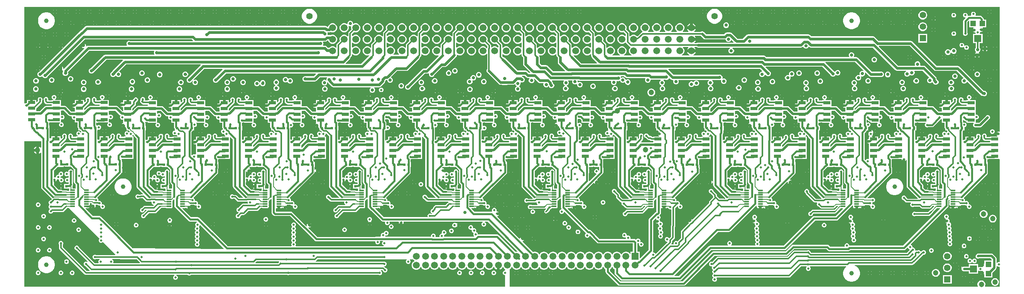
<source format=gbl>
G04*
G04 #@! TF.GenerationSoftware,Altium Limited,Altium Designer,23.2.1 (34)*
G04*
G04 Layer_Physical_Order=6*
G04 Layer_Color=16711680*
%FSLAX44Y44*%
%MOMM*%
G71*
G04*
G04 #@! TF.SameCoordinates,4AEFFC81-8D6A-4C92-BCC4-55949A9363D9*
G04*
G04*
G04 #@! TF.FilePolarity,Positive*
G04*
G01*
G75*
%ADD10C,0.2000*%
%ADD11C,0.2500*%
%ADD12C,0.6000*%
%ADD15C,0.3000*%
%ADD22R,0.5500X0.5500*%
%ADD34R,0.5200X0.5200*%
%ADD50C,1.5000*%
%ADD57C,0.4000*%
%ADD58C,0.5000*%
%ADD59C,0.3500*%
%ADD60C,0.3810*%
%ADD62C,0.3800*%
%ADD63R,1.5000X1.5000*%
%ADD64C,1.4000*%
%ADD65R,1.4000X1.4000*%
%ADD66C,1.0000*%
%ADD67C,0.5000*%
%ADD68C,0.7000*%
%ADD69C,1.2000*%
%ADD71C,0.4500*%
%ADD73R,1.2000X1.2000*%
%ADD74R,1.5000X1.6000*%
%ADD75R,1.2000X1.2000*%
%ADD76R,1.6000X1.5000*%
%ADD77R,1.5250X0.6500*%
G04:AMPARAMS|DCode=78|XSize=1.05mm|YSize=0.3mm|CornerRadius=0.0495mm|HoleSize=0mm|Usage=FLASHONLY|Rotation=180.000|XOffset=0mm|YOffset=0mm|HoleType=Round|Shape=RoundedRectangle|*
%AMROUNDEDRECTD78*
21,1,1.0500,0.2010,0,0,180.0*
21,1,0.9510,0.3000,0,0,180.0*
1,1,0.0990,-0.4755,0.1005*
1,1,0.0990,0.4755,0.1005*
1,1,0.0990,0.4755,-0.1005*
1,1,0.0990,-0.4755,-0.1005*
%
%ADD78ROUNDEDRECTD78*%
%ADD79C,0.3200*%
G36*
X314439Y381136D02*
X316106Y380022D01*
X318072Y379631D01*
X319685D01*
X320391Y378575D01*
X320248Y378232D01*
Y376227D01*
X321016Y374375D01*
X322434Y372957D01*
X324286Y372189D01*
X326291D01*
X326558Y372300D01*
X327614Y371595D01*
Y365693D01*
X333231D01*
Y356395D01*
X333576Y354660D01*
X334558Y353190D01*
X335109Y352639D01*
X335109Y348243D01*
X333959Y347954D01*
X333818D01*
X331965Y347187D01*
X330548Y345770D01*
X329780Y343917D01*
Y341912D01*
X330548Y340060D01*
X331965Y338642D01*
X333818Y337875D01*
X335823D01*
X337427Y338539D01*
X338711Y338436D01*
X338856Y338407D01*
X338943Y338196D01*
X340361Y336778D01*
X340998Y336515D01*
X340746Y335244D01*
X330140D01*
Y334223D01*
X323605D01*
X322899Y335279D01*
X322938Y335373D01*
Y337378D01*
X322171Y339231D01*
X320753Y340648D01*
X318901Y341416D01*
X316896D01*
X315043Y340648D01*
X313625Y339231D01*
X312858Y337378D01*
Y335373D01*
X313141Y334689D01*
Y332146D01*
X313486Y330414D01*
X314467Y328945D01*
X316917Y326495D01*
X318386Y325514D01*
X320118Y325169D01*
X330140D01*
Y323815D01*
X330140Y323665D01*
Y322545D01*
X328978Y322135D01*
X309055D01*
X307089Y321744D01*
X305422Y320630D01*
X297404Y312612D01*
X296230Y313098D01*
Y316401D01*
X307870Y328040D01*
X308851Y329509D01*
X309195Y331241D01*
Y333905D01*
X309708Y335144D01*
Y337149D01*
X308941Y339001D01*
X307523Y340419D01*
X305671Y341186D01*
X303666D01*
X301814Y340419D01*
X300396Y339001D01*
X299629Y337149D01*
Y335144D01*
X300142Y333905D01*
Y333116D01*
X297404Y330378D01*
X296230Y330864D01*
Y335244D01*
X289065D01*
Y329454D01*
X283065D01*
Y335244D01*
X275900D01*
Y328471D01*
X275167Y327981D01*
X273162D01*
X272071Y327529D01*
X270801Y328365D01*
Y348302D01*
X271199D01*
Y358882D01*
X270441D01*
Y364403D01*
X270441Y364403D01*
X270096Y366137D01*
X269693Y366740D01*
X270609Y367655D01*
X271210Y367253D01*
X272944Y366908D01*
X272945Y366908D01*
X275864D01*
Y365752D01*
X294430D01*
X294854Y364482D01*
X293736Y363364D01*
X292969Y361512D01*
Y359507D01*
X293736Y357655D01*
X295154Y356237D01*
X297006Y355470D01*
X299011D01*
X300863Y356237D01*
X302281Y357655D01*
X303048Y359507D01*
Y361512D01*
X302281Y363364D01*
X300863Y364782D01*
X299011Y365550D01*
X297379D01*
X296948Y365623D01*
X296194Y366588D01*
Y377108D01*
X297250Y377848D01*
X297814Y377284D01*
X299666Y376517D01*
X301671D01*
X303524Y377284D01*
X304941Y378702D01*
X305709Y380554D01*
Y382559D01*
X304941Y384412D01*
X303524Y385830D01*
X301671Y386597D01*
X299666D01*
X297814Y385830D01*
X297464Y385480D01*
X296194Y386006D01*
Y389883D01*
X296194Y390033D01*
X296194D01*
Y390534D01*
X297194Y391804D01*
X303771D01*
X314439Y381136D01*
D02*
G37*
G36*
X1582540D02*
X1584207Y380022D01*
X1585684Y379728D01*
X1586554Y378510D01*
X1586438Y378232D01*
Y376227D01*
X1587206Y374375D01*
X1588624Y372957D01*
X1590476Y372189D01*
X1592481D01*
X1594333Y372957D01*
X1594409Y373032D01*
X1595582Y372546D01*
Y365693D01*
X1595582Y365693D01*
X1595582D01*
X1595242Y364520D01*
X1594645Y364273D01*
X1593372Y363000D01*
X1597500D01*
Y360000D01*
X1600500D01*
Y355463D01*
X1601101Y355269D01*
X1601467Y355044D01*
X1601544Y354660D01*
X1602526Y353190D01*
X1603077Y352639D01*
Y348243D01*
X1607215D01*
X1607312Y347757D01*
X1608205Y346421D01*
X1608399Y346227D01*
X1608151Y344981D01*
X1607577Y344743D01*
X1606718Y343884D01*
X1606131Y344001D01*
X1604713Y345419D01*
X1602861Y346186D01*
X1600856D01*
X1599004Y345419D01*
X1597586Y344001D01*
X1596819Y342149D01*
Y340144D01*
X1597586Y338291D01*
X1599004Y336874D01*
X1599870Y336515D01*
X1599617Y335244D01*
X1596330D01*
Y334223D01*
X1589795D01*
X1589089Y335279D01*
X1589128Y335373D01*
Y337378D01*
X1588361Y339231D01*
X1586943Y340648D01*
X1585091Y341416D01*
X1583086D01*
X1581233Y340648D01*
X1579815Y339231D01*
X1579048Y337378D01*
Y335373D01*
X1579332Y334689D01*
Y332146D01*
X1579676Y330414D01*
X1580657Y328945D01*
X1583107Y326495D01*
X1584576Y325514D01*
X1586308Y325169D01*
X1596330D01*
Y323815D01*
X1596330Y323665D01*
Y322545D01*
X1595168Y322135D01*
X1575245D01*
X1573279Y321744D01*
X1571611Y320630D01*
X1563593Y312612D01*
X1562420Y313098D01*
Y316401D01*
X1574060Y328040D01*
X1575041Y329509D01*
X1575385Y331241D01*
Y333905D01*
X1575898Y335144D01*
Y337149D01*
X1575131Y339001D01*
X1573713Y340419D01*
X1571861Y341186D01*
X1569856D01*
X1568004Y340419D01*
X1566586Y339001D01*
X1565818Y337149D01*
Y335144D01*
X1566331Y333905D01*
Y333116D01*
X1563593Y330378D01*
X1562420Y330864D01*
Y335244D01*
X1555255D01*
Y329454D01*
X1549255D01*
Y335244D01*
X1542090D01*
Y328471D01*
X1541357Y327981D01*
X1539352D01*
X1538201Y327504D01*
X1536931Y328304D01*
Y339266D01*
X1537408Y339744D01*
X1538391Y341214D01*
X1538736Y342948D01*
Y348243D01*
X1539493D01*
Y358823D01*
X1538736D01*
Y364934D01*
X1539026Y365287D01*
X1539634D01*
X1541410Y366023D01*
X1544158D01*
Y365693D01*
X1560476D01*
X1560984Y364423D01*
X1559926Y363364D01*
X1559158Y361512D01*
Y359507D01*
X1559926Y357655D01*
X1561344Y356237D01*
X1563196Y355470D01*
X1565201D01*
X1567054Y356237D01*
X1568471Y357655D01*
X1569238Y359507D01*
Y361512D01*
X1568471Y363364D01*
X1567054Y364782D01*
X1565626Y365373D01*
X1565201Y365550D01*
X1564488Y366496D01*
Y373788D01*
X1565544Y374494D01*
X1565856Y374365D01*
X1567861D01*
X1569713Y375132D01*
X1571131Y376550D01*
X1571898Y378402D01*
Y380407D01*
X1571131Y382259D01*
X1569713Y383677D01*
X1567861Y384445D01*
X1565856D01*
X1565544Y384315D01*
X1564488Y385021D01*
Y389823D01*
X1564489Y389973D01*
X1564489D01*
Y390474D01*
X1565489Y391744D01*
X1571932D01*
X1582540Y381136D01*
D02*
G37*
G36*
X1159884D02*
X1161551Y380022D01*
X1163518Y379631D01*
X1163727D01*
X1164433Y378575D01*
X1164290Y378232D01*
Y376227D01*
X1165058Y374375D01*
X1166476Y372957D01*
X1168328Y372189D01*
X1170333D01*
X1171656Y372738D01*
X1172926Y372038D01*
Y366310D01*
X1172926Y365693D01*
X1171927Y365040D01*
X1171497D01*
X1169645Y364273D01*
X1168372Y363000D01*
X1172500D01*
Y360000D01*
X1175500D01*
Y355872D01*
X1176773Y357145D01*
X1177273Y358352D01*
X1178543Y358099D01*
Y356395D01*
X1178888Y354660D01*
X1179870Y353190D01*
X1180421Y352639D01*
Y349039D01*
X1180001Y348758D01*
X1177996D01*
X1176143Y347991D01*
X1174726Y346573D01*
X1173958Y344721D01*
Y342716D01*
X1174726Y340863D01*
X1176143Y339446D01*
X1177996Y338678D01*
X1180001D01*
X1181284Y339210D01*
X1182840Y338773D01*
X1182977Y338441D01*
X1184395Y337023D01*
X1185623Y336515D01*
X1185370Y335244D01*
X1174182D01*
Y334223D01*
X1167647D01*
X1166941Y335279D01*
X1166980Y335373D01*
Y337378D01*
X1166213Y339231D01*
X1164795Y340648D01*
X1162943Y341416D01*
X1160938D01*
X1159085Y340648D01*
X1157667Y339231D01*
X1156900Y337378D01*
Y335373D01*
X1157184Y334689D01*
Y332146D01*
X1157528Y330414D01*
X1158509Y328945D01*
X1160959Y326495D01*
X1162428Y325514D01*
X1164161Y325169D01*
X1174182D01*
Y323815D01*
X1174182Y323665D01*
Y322545D01*
X1173020Y322135D01*
X1153097D01*
X1151131Y321744D01*
X1149464Y320630D01*
X1141445Y312612D01*
X1140272Y313098D01*
Y316401D01*
X1151912Y328040D01*
X1152893Y329509D01*
X1153238Y331241D01*
Y333905D01*
X1153751Y335144D01*
Y337149D01*
X1152983Y339001D01*
X1151565Y340419D01*
X1149713Y341186D01*
X1147708D01*
X1145856Y340419D01*
X1144438Y339001D01*
X1143671Y337149D01*
Y335144D01*
X1144184Y333905D01*
Y333116D01*
X1141445Y330378D01*
X1140272Y330864D01*
Y335244D01*
X1133107D01*
Y329454D01*
X1127107D01*
Y335244D01*
X1119942D01*
Y328471D01*
X1119209Y327981D01*
X1117204D01*
X1117135Y327952D01*
X1116079Y328658D01*
Y348243D01*
X1116837D01*
Y358823D01*
X1116079D01*
Y364934D01*
X1116369Y365287D01*
X1116978D01*
X1118754Y366023D01*
X1121502D01*
Y365693D01*
X1138328D01*
X1138836Y364423D01*
X1137778Y363364D01*
X1137010Y361512D01*
Y359507D01*
X1137778Y357655D01*
X1139196Y356237D01*
X1141048Y355470D01*
X1143053D01*
X1144905Y356237D01*
X1146323Y357655D01*
X1147091Y359507D01*
Y361512D01*
X1146323Y363364D01*
X1144905Y364782D01*
X1143053Y365550D01*
X1143043D01*
X1141833Y365693D01*
X1141832Y366819D01*
Y373965D01*
X1142888Y374670D01*
X1143626Y374365D01*
X1145631D01*
X1147484Y375132D01*
X1148901Y376550D01*
X1149669Y378402D01*
Y380407D01*
X1148901Y382259D01*
X1147484Y383677D01*
X1145631Y384445D01*
X1143626D01*
X1142888Y384139D01*
X1141832Y384845D01*
Y389823D01*
X1141833Y389973D01*
X1141833D01*
Y390474D01*
X1142833Y391744D01*
X1149276D01*
X1159884Y381136D01*
D02*
G37*
G36*
X1059083D02*
X1059305Y380988D01*
X1059394Y380084D01*
X1058626Y378232D01*
Y376227D01*
X1059394Y374375D01*
X1060812Y372957D01*
X1062664Y372189D01*
X1064669D01*
X1065992Y372738D01*
X1067262Y372038D01*
Y365693D01*
X1072879D01*
Y356395D01*
X1073224Y354660D01*
X1074206Y353190D01*
X1074757Y352639D01*
Y348243D01*
X1078895D01*
X1078992Y347757D01*
X1079863Y346454D01*
X1079926Y346347D01*
X1079765Y344744D01*
X1079497Y344476D01*
X1078482Y344067D01*
X1077841Y344479D01*
X1076901Y345419D01*
X1075049Y346186D01*
X1073044D01*
X1071192Y345419D01*
X1069774Y344001D01*
X1069007Y342149D01*
Y340144D01*
X1069774Y338291D01*
X1071192Y336874D01*
X1072058Y336515D01*
X1071805Y335244D01*
X1068518D01*
Y334223D01*
X1061983D01*
X1061277Y335279D01*
X1061316Y335373D01*
Y337378D01*
X1060549Y339231D01*
X1059131Y340648D01*
X1057279Y341416D01*
X1055274D01*
X1053421Y340648D01*
X1052003Y339231D01*
X1051236Y337378D01*
Y335373D01*
X1051519Y334689D01*
Y332146D01*
X1051864Y330414D01*
X1052845Y328945D01*
X1055295Y326495D01*
X1056764Y325514D01*
X1058496Y325169D01*
X1068518D01*
Y323815D01*
X1068518Y323665D01*
Y322545D01*
X1067356Y322135D01*
X1047433D01*
X1045467Y321744D01*
X1043800Y320630D01*
X1039565Y316395D01*
X1039145Y316221D01*
X1037727Y314804D01*
X1037553Y314384D01*
X1035781Y312612D01*
X1034608Y313098D01*
Y316401D01*
X1046248Y328040D01*
X1047229Y329509D01*
X1047573Y331241D01*
Y333905D01*
X1048086Y335144D01*
Y337149D01*
X1047319Y339001D01*
X1045901Y340419D01*
X1044049Y341186D01*
X1042044D01*
X1040192Y340419D01*
X1038774Y339001D01*
X1038007Y337149D01*
Y335144D01*
X1038520Y333905D01*
Y333116D01*
X1035781Y330378D01*
X1034608Y330864D01*
Y335244D01*
X1027443D01*
Y329454D01*
X1021443D01*
Y335244D01*
X1014278D01*
Y329087D01*
X1013008Y328490D01*
X1011511Y329110D01*
X1009506D01*
X1009127Y328953D01*
X1008071Y329658D01*
Y348243D01*
X1011173D01*
Y348250D01*
X1012229Y348956D01*
X1012671Y348773D01*
X1014676D01*
X1016528Y349540D01*
X1017946Y350958D01*
X1018713Y352811D01*
Y354815D01*
X1017946Y356668D01*
X1016528Y358086D01*
X1014676Y358853D01*
X1012671D01*
X1012424Y358751D01*
X1011173Y358823D01*
X1010399Y359772D01*
Y364951D01*
X1010675Y365287D01*
X1011314D01*
X1013090Y366023D01*
X1015838D01*
Y365693D01*
X1032664D01*
X1033172Y364423D01*
X1032114Y363364D01*
X1031347Y361512D01*
Y359507D01*
X1032114Y357655D01*
X1033532Y356237D01*
X1035384Y355470D01*
X1037389D01*
X1039241Y356237D01*
X1040659Y357655D01*
X1041426Y359507D01*
Y361512D01*
X1040659Y363364D01*
X1039241Y364782D01*
X1037389Y365550D01*
X1037379D01*
X1036169Y365693D01*
X1036168Y366819D01*
Y373965D01*
X1037224Y374670D01*
X1037962Y374365D01*
X1039967D01*
X1041820Y375132D01*
X1043237Y376550D01*
X1044005Y378402D01*
Y380407D01*
X1043237Y382259D01*
X1041820Y383677D01*
X1039967Y384445D01*
X1037962D01*
X1037224Y384139D01*
X1036168Y384845D01*
Y389823D01*
X1036169Y389973D01*
X1036169D01*
Y390474D01*
X1037169Y391744D01*
X1048474D01*
X1059083Y381136D01*
D02*
G37*
G36*
X948556D02*
X950223Y380022D01*
X952190Y379631D01*
X952653D01*
X953359Y378575D01*
X953216Y378232D01*
Y376227D01*
X953984Y374375D01*
X955402Y372957D01*
X957254Y372189D01*
X959259D01*
X960328Y372632D01*
X961598Y371784D01*
Y365693D01*
X967215D01*
Y356395D01*
X967560Y354660D01*
X968542Y353190D01*
X969093Y352639D01*
Y348243D01*
X973231D01*
X973328Y347757D01*
X974221Y346421D01*
X975246Y345396D01*
X975190Y345116D01*
X974223Y344148D01*
X973114Y344024D01*
X972663Y344248D01*
X971491Y345419D01*
X969639Y346186D01*
X967634D01*
X965782Y345419D01*
X964364Y344001D01*
X963596Y342149D01*
Y340144D01*
X964364Y338291D01*
X965782Y336874D01*
X966648Y336515D01*
X966395Y335244D01*
X963108D01*
Y334223D01*
X956573D01*
X955867Y335279D01*
X955906Y335373D01*
Y337378D01*
X955139Y339231D01*
X953721Y340648D01*
X951869Y341416D01*
X949864D01*
X948011Y340648D01*
X946593Y339231D01*
X945826Y337378D01*
Y335373D01*
X946109Y334689D01*
Y332146D01*
X946454Y330414D01*
X947435Y328945D01*
X949885Y326495D01*
X951354Y325514D01*
X953086Y325169D01*
X963108D01*
Y323815D01*
X963108Y323665D01*
Y322545D01*
X961946Y322135D01*
X942023D01*
X940057Y321744D01*
X938390Y320630D01*
X930371Y312612D01*
X929198Y313098D01*
Y316401D01*
X940838Y328040D01*
X941819Y329509D01*
X942163Y331241D01*
Y333905D01*
X942676Y335144D01*
Y337149D01*
X941909Y339001D01*
X940491Y340419D01*
X938639Y341186D01*
X936634D01*
X934782Y340419D01*
X933364Y339001D01*
X932597Y337149D01*
Y335144D01*
X933110Y333905D01*
Y333116D01*
X930371Y330378D01*
X929198Y330864D01*
Y335244D01*
X922033D01*
Y329454D01*
X916033D01*
Y335244D01*
X908868D01*
Y328471D01*
X908135Y327981D01*
X906130D01*
X905596Y328337D01*
Y352688D01*
X905596Y352688D01*
X905509Y353126D01*
Y355337D01*
X905856Y355568D01*
X907861D01*
X909713Y356335D01*
X911131Y357753D01*
X911898Y359606D01*
Y361611D01*
X911131Y363463D01*
X910169Y364425D01*
X910697Y365693D01*
X927100D01*
X927626Y364423D01*
X926636Y363433D01*
X925868Y361580D01*
Y359575D01*
X926636Y357723D01*
X928053Y356305D01*
X929906Y355538D01*
X931911D01*
X933763Y356305D01*
X935181Y357723D01*
X935948Y359575D01*
Y361580D01*
X935181Y363433D01*
X933763Y364851D01*
X931911Y365618D01*
X931743D01*
X930505Y365693D01*
X930504Y373872D01*
X931775Y374721D01*
X932634Y374365D01*
X934639D01*
X936491Y375132D01*
X937909Y376550D01*
X938677Y378402D01*
Y380407D01*
X937909Y382259D01*
X936491Y383677D01*
X934639Y384445D01*
X932634D01*
X931775Y384088D01*
X930504Y384937D01*
Y389823D01*
X930505Y389973D01*
X930505D01*
Y390474D01*
X931505Y391744D01*
X937948D01*
X948556Y381136D01*
D02*
G37*
G36*
X842892D02*
X844559Y380022D01*
X846526Y379631D01*
X847243D01*
X847949Y378575D01*
X847806Y378232D01*
Y376227D01*
X848574Y374375D01*
X849992Y372957D01*
X851844Y372189D01*
X853849D01*
X854664Y372527D01*
X855934Y371679D01*
Y365693D01*
X861551D01*
Y356395D01*
X861896Y354660D01*
X862878Y353190D01*
X863429Y352639D01*
Y348243D01*
X867567D01*
X867664Y347757D01*
X868557Y346421D01*
X868790Y346187D01*
X868691Y344490D01*
X868677Y344476D01*
X867570Y344029D01*
X867021Y344479D01*
X866081Y345419D01*
X864229Y346186D01*
X862224D01*
X860372Y345419D01*
X858954Y344001D01*
X858186Y342149D01*
Y340144D01*
X858954Y338291D01*
X860372Y336874D01*
X861238Y336515D01*
X860985Y335244D01*
X857698D01*
Y334223D01*
X851163D01*
X850457Y335279D01*
X850496Y335373D01*
Y337378D01*
X849729Y339231D01*
X848311Y340648D01*
X846459Y341416D01*
X844454D01*
X842601Y340648D01*
X841183Y339231D01*
X840416Y337378D01*
Y335373D01*
X840699Y334689D01*
Y332146D01*
X841044Y330414D01*
X842025Y328945D01*
X844475Y326495D01*
X845944Y325514D01*
X847676Y325169D01*
X857698D01*
Y323815D01*
X857698Y323665D01*
Y322545D01*
X856536Y322135D01*
X836613D01*
X834647Y321744D01*
X832980Y320630D01*
X824961Y312612D01*
X823788Y313098D01*
Y316401D01*
X835428Y328040D01*
X836409Y329509D01*
X836753Y331241D01*
Y333905D01*
X837266Y335144D01*
Y337149D01*
X836499Y339001D01*
X835081Y340419D01*
X833229Y341186D01*
X831224D01*
X829372Y340419D01*
X827954Y339001D01*
X827187Y337149D01*
Y335144D01*
X827700Y333905D01*
Y333116D01*
X824961Y330378D01*
X823788Y330864D01*
Y335244D01*
X816623D01*
Y329454D01*
X810623D01*
Y335244D01*
X803458D01*
Y328471D01*
X802725Y327981D01*
X800720D01*
X798867Y327213D01*
X798012Y326359D01*
X796742Y326885D01*
Y348243D01*
X799845D01*
Y348871D01*
X800901Y349577D01*
X801343Y349394D01*
X803348D01*
X805200Y350161D01*
X806618Y351579D01*
X807385Y353432D01*
Y355437D01*
X806618Y357289D01*
X805200Y358707D01*
X803348Y359474D01*
X801343D01*
X800341Y359059D01*
X799071Y359782D01*
Y364951D01*
X798726Y366685D01*
X797743Y368155D01*
X797743Y368155D01*
X796571Y369328D01*
Y372357D01*
X797627Y373062D01*
X797998Y372909D01*
X800003D01*
X800679Y373189D01*
X802185D01*
X804510Y370864D01*
Y365693D01*
X821844D01*
X822352Y364423D01*
X821294Y363364D01*
X820527Y361512D01*
Y359507D01*
X821294Y357655D01*
X822712Y356237D01*
X824564Y355470D01*
X826569D01*
X828421Y356237D01*
X829839Y357655D01*
X830607Y359507D01*
Y361512D01*
X829839Y363364D01*
X828421Y364782D01*
X826569Y365550D01*
X826051D01*
X824840Y365693D01*
X824840Y373965D01*
X825896Y374670D01*
X826634Y374365D01*
X828639D01*
X830491Y375132D01*
X831909Y376550D01*
X832676Y378402D01*
Y380407D01*
X831909Y382259D01*
X830491Y383677D01*
X828639Y384445D01*
X826634D01*
X825896Y384139D01*
X824840Y384845D01*
Y389823D01*
X824840Y389973D01*
X824840D01*
Y390474D01*
X825841Y391744D01*
X832284D01*
X842892Y381136D01*
D02*
G37*
G36*
X736853D02*
X738520Y380022D01*
X740487Y379631D01*
X741901D01*
X742607Y378575D01*
X742465Y378232D01*
Y376227D01*
X743232Y374375D01*
X744650Y372957D01*
X746502Y372189D01*
X748507D01*
X749214Y372482D01*
X750270Y371777D01*
Y365693D01*
X755887D01*
Y356395D01*
X756232Y354660D01*
X757214Y353190D01*
X757765Y352639D01*
Y348243D01*
X760345D01*
X760500Y347464D01*
X761248Y346345D01*
X760417Y345419D01*
X758565Y346186D01*
X756560D01*
X754708Y345419D01*
X753290Y344001D01*
X752523Y342149D01*
Y340144D01*
X753290Y338291D01*
X754708Y336874D01*
X755574Y336515D01*
X755322Y335244D01*
X752034D01*
Y334223D01*
X745499D01*
X744793Y335279D01*
X744832Y335373D01*
Y337378D01*
X744065Y339231D01*
X742647Y340648D01*
X740795Y341416D01*
X738790D01*
X736937Y340648D01*
X735519Y339231D01*
X734752Y337378D01*
Y335373D01*
X735035Y334689D01*
Y332146D01*
X735380Y330414D01*
X736361Y328945D01*
X738811Y326495D01*
X740280Y325514D01*
X742012Y325169D01*
X752034D01*
Y323815D01*
X752034Y323665D01*
Y322545D01*
X750872Y322135D01*
X730949D01*
X728983Y321744D01*
X727316Y320630D01*
X719297Y312612D01*
X718124Y313098D01*
Y316401D01*
X729764Y328040D01*
X730745Y329509D01*
X731089Y331241D01*
Y333905D01*
X731602Y335144D01*
Y337149D01*
X730835Y339001D01*
X729417Y340419D01*
X727565Y341186D01*
X725560D01*
X723708Y340419D01*
X722290Y339001D01*
X721523Y337149D01*
Y335144D01*
X722036Y333905D01*
Y333116D01*
X719297Y330378D01*
X718124Y330864D01*
Y335244D01*
X710959D01*
Y329454D01*
X704959D01*
Y335244D01*
X697794D01*
Y328471D01*
X697061Y327981D01*
X695056D01*
X694437Y327724D01*
X693381Y328430D01*
Y348243D01*
X694181D01*
Y358823D01*
X693371D01*
Y364986D01*
X693371Y364986D01*
X693618Y365287D01*
X694322D01*
X696098Y366023D01*
X698846D01*
Y365693D01*
X716180D01*
X716688Y364423D01*
X715630Y363364D01*
X714863Y361512D01*
Y359507D01*
X715630Y357655D01*
X717048Y356237D01*
X718900Y355470D01*
X720905D01*
X722757Y356237D01*
X724175Y357655D01*
X724942Y359507D01*
Y361512D01*
X724175Y363364D01*
X722757Y364782D01*
X720905Y365550D01*
X720387D01*
X719176Y365693D01*
X719176Y373965D01*
X720232Y374670D01*
X720970Y374365D01*
X722975D01*
X724827Y375132D01*
X726245Y376550D01*
X727012Y378402D01*
Y380407D01*
X726245Y382259D01*
X724827Y383677D01*
X722975Y384445D01*
X720970D01*
X720232Y384139D01*
X719176Y384845D01*
Y389823D01*
X719176Y389973D01*
X719176D01*
Y390474D01*
X720177Y391744D01*
X726245D01*
X736853Y381136D01*
D02*
G37*
G36*
X631189D02*
X632856Y380022D01*
X634823Y379631D01*
X636169D01*
X636875Y378575D01*
X636732Y378232D01*
Y376227D01*
X637500Y374375D01*
X638918Y372957D01*
X640770Y372189D01*
X642775D01*
X643550Y372511D01*
X644606Y371805D01*
Y365693D01*
X644755D01*
X645008Y364423D01*
X644645Y364273D01*
X643372Y363000D01*
X647500D01*
Y360000D01*
X650222D01*
Y356395D01*
X650500Y354998D01*
Y354688D01*
X650568Y354660D01*
X650628Y354570D01*
X651550Y353190D01*
X652101Y352639D01*
Y348243D01*
X654509D01*
X655032Y347461D01*
X656502Y346478D01*
X657068Y346366D01*
X657831Y345214D01*
X657521Y344442D01*
X656425Y344001D01*
X655007Y345419D01*
X653155Y346186D01*
X651150D01*
X649298Y345419D01*
X647880Y344001D01*
X647113Y342149D01*
Y340144D01*
X647880Y338291D01*
X649298Y336874D01*
X650164Y336515D01*
X649911Y335244D01*
X646624D01*
Y334223D01*
X640089D01*
X639383Y335279D01*
X639422Y335373D01*
Y337378D01*
X638655Y339231D01*
X637237Y340648D01*
X635385Y341416D01*
X633380D01*
X631527Y340648D01*
X630109Y339231D01*
X629342Y337378D01*
Y335373D01*
X629626Y334689D01*
Y332146D01*
X629970Y330414D01*
X630951Y328945D01*
X633401Y326495D01*
X634870Y325514D01*
X636603Y325169D01*
X646624D01*
Y323815D01*
X646624Y323665D01*
Y322545D01*
X645462Y322135D01*
X628047D01*
X626081Y321744D01*
X624414Y320630D01*
X621366Y317582D01*
X614395Y310611D01*
X612812Y310799D01*
X612714Y310965D01*
X612714Y311213D01*
Y316401D01*
X624354Y328040D01*
X625335Y329509D01*
X625680Y331241D01*
Y333905D01*
X626193Y335144D01*
Y337149D01*
X625425Y339001D01*
X624007Y340419D01*
X622155Y341186D01*
X620150D01*
X618298Y340419D01*
X616880Y339001D01*
X616113Y337149D01*
Y335144D01*
X616626Y333905D01*
Y333116D01*
X613887Y330378D01*
X612714Y330864D01*
Y335244D01*
X605549D01*
Y329454D01*
X599549D01*
Y335244D01*
X592384D01*
Y328471D01*
X591651Y327981D01*
X589646D01*
X589551Y327941D01*
X588495Y328647D01*
Y348243D01*
X588517D01*
Y354889D01*
X589153Y355314D01*
X591158D01*
X593011Y356082D01*
X594428Y357499D01*
X595196Y359352D01*
Y361357D01*
X594428Y363209D01*
X593215Y364423D01*
X593433Y365386D01*
X593604Y365693D01*
X610770D01*
X611278Y364423D01*
X610220Y363364D01*
X609453Y361512D01*
Y359507D01*
X610220Y357655D01*
X611638Y356237D01*
X613490Y355470D01*
X615495D01*
X617347Y356237D01*
X618765Y357655D01*
X619533Y359507D01*
Y361512D01*
X618765Y363364D01*
X617347Y364782D01*
X615495Y365550D01*
X614723D01*
X613512Y365693D01*
X613512Y366819D01*
Y373965D01*
X614568Y374670D01*
X615306Y374365D01*
X617311D01*
X619164Y375132D01*
X620581Y376550D01*
X621348Y378402D01*
Y380407D01*
X620581Y382259D01*
X619164Y383677D01*
X617311Y384445D01*
X615306D01*
X614568Y384139D01*
X613512Y384845D01*
Y389823D01*
X613512Y389973D01*
X613512D01*
Y390474D01*
X614513Y391744D01*
X620581D01*
X631189Y381136D01*
D02*
G37*
G36*
X525900D02*
X527567Y380022D01*
X529534Y379631D01*
X530505D01*
X531211Y378575D01*
X531068Y378232D01*
Y376227D01*
X531836Y374375D01*
X533254Y372957D01*
X535106Y372189D01*
X537111D01*
X537886Y372511D01*
X538942Y371805D01*
Y365693D01*
X544559D01*
Y356395D01*
X544904Y354660D01*
X545886Y353190D01*
X546437Y352639D01*
Y348243D01*
X550575D01*
X550672Y347757D01*
X551565Y346421D01*
X553677Y344308D01*
X552766Y343397D01*
X552576Y342939D01*
X551201D01*
X550761Y344001D01*
X549343Y345419D01*
X547491Y346186D01*
X545486D01*
X543634Y345419D01*
X542216Y344001D01*
X541449Y342149D01*
Y340144D01*
X542216Y338291D01*
X543634Y336874D01*
X544500Y336515D01*
X544248Y335244D01*
X540960D01*
Y334223D01*
X534425D01*
X533719Y335279D01*
X533758Y335373D01*
Y337378D01*
X532991Y339231D01*
X531573Y340648D01*
X529721Y341416D01*
X527716D01*
X525863Y340648D01*
X524445Y339231D01*
X523678Y337378D01*
Y335373D01*
X523961Y334689D01*
Y332146D01*
X524306Y330414D01*
X525287Y328945D01*
X527738Y326495D01*
X529206Y325514D01*
X530938Y325169D01*
X540960D01*
Y323815D01*
X540960Y323665D01*
Y322545D01*
X539798Y322135D01*
X519875D01*
X517909Y321744D01*
X516241Y320630D01*
X508223Y312612D01*
X507050Y313098D01*
Y316401D01*
X518690Y328040D01*
X519671Y329509D01*
X520015Y331241D01*
Y333905D01*
X520528Y335144D01*
Y337149D01*
X519761Y339001D01*
X518343Y340419D01*
X516491Y341186D01*
X514486D01*
X512634Y340419D01*
X511216Y339001D01*
X510448Y337149D01*
Y335144D01*
X510961Y333905D01*
Y333116D01*
X508223Y330378D01*
X507050Y330864D01*
Y335244D01*
X499885D01*
Y329454D01*
X493885D01*
Y335244D01*
X486720D01*
Y328471D01*
X485987Y327981D01*
X483982D01*
X483361Y327724D01*
X482091Y328572D01*
Y348243D01*
X482853D01*
Y358823D01*
X482079D01*
Y364951D01*
X482355Y365287D01*
X482994D01*
X484770Y366023D01*
X487518D01*
Y365693D01*
X505106D01*
X505614Y364423D01*
X504556Y363364D01*
X503788Y361512D01*
Y359507D01*
X504556Y357655D01*
X505974Y356237D01*
X507826Y355470D01*
X509831D01*
X511684Y356237D01*
X513101Y357655D01*
X513868Y359507D01*
Y361512D01*
X513101Y363364D01*
X511684Y364782D01*
X509831Y365550D01*
X509059D01*
X507849Y365693D01*
X507848Y366819D01*
Y374258D01*
X509118Y374931D01*
X510486Y374365D01*
X512491D01*
X514343Y375132D01*
X515761Y376550D01*
X516529Y378402D01*
Y380407D01*
X515761Y382259D01*
X514343Y383677D01*
X512491Y384445D01*
X510486D01*
X509118Y383878D01*
X507848Y384551D01*
Y389823D01*
X507849Y389973D01*
X507849D01*
Y390474D01*
X508849Y391744D01*
X515292D01*
X525900Y381136D01*
D02*
G37*
G36*
X1687829D02*
X1689496Y380022D01*
X1691084Y379706D01*
X1691974Y378536D01*
X1691848Y378232D01*
Y376227D01*
X1692616Y374375D01*
X1694034Y372957D01*
X1695886Y372189D01*
X1697891D01*
X1699743Y372957D01*
X1699976Y373190D01*
X1701246Y372664D01*
Y365693D01*
X1706863D01*
Y356395D01*
X1707208Y354660D01*
X1708190Y353190D01*
X1708741Y352639D01*
Y348243D01*
X1712028D01*
X1712189Y347431D01*
X1713086Y346089D01*
X1713127Y345739D01*
X1712871Y344466D01*
X1712262Y343858D01*
X1711541Y344001D01*
X1710123Y345419D01*
X1708271Y346186D01*
X1706266D01*
X1704414Y345419D01*
X1702996Y344001D01*
X1702229Y342149D01*
Y340144D01*
X1702996Y338291D01*
X1704414Y336874D01*
X1705280Y336515D01*
X1705027Y335244D01*
X1701740D01*
Y334223D01*
X1695205D01*
X1694499Y335279D01*
X1694538Y335373D01*
Y337378D01*
X1693771Y339231D01*
X1692353Y340648D01*
X1690501Y341416D01*
X1688496D01*
X1686643Y340648D01*
X1685225Y339231D01*
X1684458Y337378D01*
Y335373D01*
X1684742Y334689D01*
Y332146D01*
X1685086Y330414D01*
X1686067Y328945D01*
X1688517Y326495D01*
X1689986Y325514D01*
X1691718Y325169D01*
X1701740D01*
Y323815D01*
X1701740Y323665D01*
Y322545D01*
X1700578Y322135D01*
X1680655D01*
X1678689Y321744D01*
X1677021Y320630D01*
X1669003Y312612D01*
X1667830Y313098D01*
Y316142D01*
X1679385Y327698D01*
X1680367Y329166D01*
X1680711Y330899D01*
Y330951D01*
X1681454Y332743D01*
Y334748D01*
X1680687Y336601D01*
X1679269Y338019D01*
X1677417Y338786D01*
X1675411D01*
X1673559Y338019D01*
X1672141Y336601D01*
X1671374Y334748D01*
Y332743D01*
X1671448Y332565D01*
X1669003Y330120D01*
X1667830Y330606D01*
Y335244D01*
X1660665D01*
Y329454D01*
X1654665D01*
Y335244D01*
X1647500D01*
Y328471D01*
X1646767Y327981D01*
X1644762D01*
X1644400Y328223D01*
Y348243D01*
X1645157D01*
Y356115D01*
X1646493D01*
X1648345Y356882D01*
X1649763Y358300D01*
X1650530Y360152D01*
Y362157D01*
X1649763Y364010D01*
X1649015Y364757D01*
X1649876Y365693D01*
X1665886D01*
X1666394Y364423D01*
X1665336Y363364D01*
X1664568Y361512D01*
Y359507D01*
X1665336Y357655D01*
X1666754Y356237D01*
X1668606Y355470D01*
X1670611D01*
X1672464Y356237D01*
X1673881Y357655D01*
X1674648Y359507D01*
Y361512D01*
X1673881Y363364D01*
X1672464Y364782D01*
X1671253Y365284D01*
X1670611Y365550D01*
X1670152Y366723D01*
Y373282D01*
X1671208Y373988D01*
X1671266Y373964D01*
X1673271D01*
X1675123Y374731D01*
X1676541Y376149D01*
X1677309Y378001D01*
Y380006D01*
X1676541Y381859D01*
X1675123Y383276D01*
X1673271Y384044D01*
X1671266D01*
X1671208Y384020D01*
X1670152Y384725D01*
Y389823D01*
X1670152Y389973D01*
X1670152D01*
Y390474D01*
X1671153Y391744D01*
X1677221D01*
X1687829Y381136D01*
D02*
G37*
G36*
X215043Y381639D02*
X215219Y381521D01*
X215336Y380337D01*
X214569Y378485D01*
Y376480D01*
X215336Y374628D01*
X216754Y373210D01*
X218606Y372443D01*
X220611D01*
X221623Y371766D01*
Y365752D01*
X220888Y364787D01*
X219645Y364273D01*
X218372Y363000D01*
X222500D01*
Y360000D01*
X225500D01*
Y355872D01*
X226003Y356375D01*
X226102Y356381D01*
X227346Y355922D01*
X227585Y354720D01*
X228567Y353250D01*
X229118Y352698D01*
Y348302D01*
X234307D01*
X234324Y348219D01*
X235106Y347048D01*
X235812Y346342D01*
X235566Y345107D01*
X234598Y344138D01*
X234011Y344255D01*
X232593Y345673D01*
X230741Y346440D01*
X228736D01*
X226884Y345673D01*
X225466Y344255D01*
X224699Y342403D01*
Y340398D01*
X225466Y338545D01*
X226884Y337127D01*
X227750Y336768D01*
X227498Y335499D01*
X224210D01*
Y334477D01*
X217675D01*
X216969Y335533D01*
X217008Y335627D01*
Y337632D01*
X216241Y339485D01*
X214823Y340902D01*
X212971Y341670D01*
X210966D01*
X209113Y340902D01*
X207695Y339485D01*
X206928Y337632D01*
Y335627D01*
X207211Y334943D01*
Y332400D01*
X207556Y330668D01*
X208538Y329199D01*
X210987Y326749D01*
X212456Y325768D01*
X214188Y325423D01*
X224210D01*
Y324068D01*
X224210Y323918D01*
Y322799D01*
X223048Y322389D01*
X203125D01*
X201159Y321998D01*
X199492Y320884D01*
X191474Y312866D01*
X190300Y313352D01*
Y316655D01*
X201940Y328294D01*
X202921Y329763D01*
X203265Y331495D01*
Y334159D01*
X203778Y335398D01*
Y337403D01*
X203011Y339255D01*
X201593Y340673D01*
X199741Y341440D01*
X197736D01*
X195884Y340673D01*
X194466Y339255D01*
X193699Y337403D01*
Y335398D01*
X194212Y334159D01*
Y333370D01*
X191474Y330632D01*
X190300Y331118D01*
Y335499D01*
X183135D01*
Y329709D01*
X177135D01*
Y335499D01*
X169970D01*
Y328725D01*
X169237Y328235D01*
X167232D01*
X166119Y327774D01*
X164849Y328597D01*
Y348497D01*
X165607D01*
Y350043D01*
X166663Y350748D01*
X167406Y350441D01*
X169411D01*
X171263Y351208D01*
X172681Y352626D01*
X173448Y354478D01*
Y356483D01*
X172681Y358335D01*
X171263Y359753D01*
X169411Y360521D01*
X167406D01*
X165553Y359753D01*
X164877Y359077D01*
X163505D01*
X163462Y359295D01*
X162479Y360765D01*
X162333Y360911D01*
Y364983D01*
X163389Y365688D01*
X163743Y365541D01*
X165748D01*
X167524Y366277D01*
X170272D01*
Y365947D01*
X188356D01*
X188864Y364677D01*
X187806Y363618D01*
X187039Y361766D01*
Y359761D01*
X187806Y357909D01*
X189224Y356491D01*
X191076Y355723D01*
X193081D01*
X194933Y356491D01*
X196351Y357909D01*
X197119Y359761D01*
Y361766D01*
X196351Y363618D01*
X194933Y365036D01*
X193081Y365803D01*
X191813D01*
X191039Y365895D01*
X190602Y366977D01*
Y373325D01*
X191873Y373949D01*
X193324Y373348D01*
X195329D01*
X197181Y374115D01*
X198599Y375533D01*
X199366Y377386D01*
Y379391D01*
X198599Y381243D01*
X197181Y382661D01*
X195329Y383428D01*
X193324D01*
X191873Y382827D01*
X190602Y383451D01*
Y390077D01*
X190602Y390227D01*
X190602D01*
Y390728D01*
X191603Y391998D01*
X204683D01*
X215043Y381639D01*
D02*
G37*
G36*
X101954Y381390D02*
X103621Y380276D01*
X105588Y379885D01*
X108091D01*
X108797Y378829D01*
X108654Y378486D01*
Y376481D01*
X109422Y374629D01*
X110840Y373211D01*
X112692Y372444D01*
X114697D01*
X114976Y372559D01*
X116032Y371854D01*
Y365947D01*
X121649D01*
Y356649D01*
X121994Y354914D01*
X122976Y353444D01*
X123527Y352893D01*
Y348497D01*
X127665D01*
X127762Y348011D01*
X128655Y346675D01*
X129836Y345493D01*
X129449Y344675D01*
X128760Y344534D01*
X128096Y344506D01*
X126930Y345673D01*
X125077Y346440D01*
X123072D01*
X121220Y345673D01*
X119802Y344255D01*
X119035Y342403D01*
Y340398D01*
X119802Y338545D01*
X121220Y337127D01*
X122086Y336768D01*
X121833Y335499D01*
X118546D01*
Y334477D01*
X112011D01*
X111305Y335533D01*
X111344Y335627D01*
Y337632D01*
X110577Y339485D01*
X109159Y340902D01*
X107307Y341670D01*
X105302D01*
X103449Y340902D01*
X102031Y339485D01*
X101264Y337632D01*
Y335627D01*
X101547Y334943D01*
Y332400D01*
X101892Y330668D01*
X102873Y329199D01*
X105323Y326749D01*
X106792Y325768D01*
X108525Y325423D01*
X118546D01*
Y324068D01*
X118546Y323918D01*
Y322799D01*
X117484Y322147D01*
X96060D01*
X94093Y321756D01*
X92426Y320642D01*
X85809Y314025D01*
X84636Y314512D01*
Y316655D01*
X96276Y328294D01*
X97257Y329763D01*
X97601Y331495D01*
Y334159D01*
X98115Y335398D01*
Y337403D01*
X97347Y339255D01*
X95929Y340673D01*
X94077Y341440D01*
X92072D01*
X90220Y340673D01*
X88802Y339255D01*
X88034Y337403D01*
Y335398D01*
X88547Y334159D01*
Y333370D01*
X85809Y330632D01*
X84636Y331118D01*
Y335499D01*
X77471D01*
Y329709D01*
X71471D01*
Y335499D01*
X64306D01*
Y331659D01*
X60175D01*
Y353066D01*
X60175Y353066D01*
X60127Y353308D01*
Y359162D01*
X59352D01*
Y365290D01*
X59815Y365854D01*
X60267D01*
X62043Y366590D01*
X64791D01*
Y366032D01*
X82896D01*
X82900Y366027D01*
X83286Y364762D01*
X82142Y363618D01*
X81375Y361766D01*
Y359761D01*
X82142Y357909D01*
X83560Y356491D01*
X85412Y355723D01*
X87417D01*
X89270Y356491D01*
X90687Y357909D01*
X91455Y359761D01*
Y361766D01*
X90687Y363618D01*
X89270Y365036D01*
X87417Y365803D01*
X86297D01*
X85367Y365984D01*
X85121Y366977D01*
Y372013D01*
X86391Y372862D01*
X86986Y372616D01*
X88991D01*
X90843Y373383D01*
X92261Y374801D01*
X93028Y376653D01*
Y378658D01*
X92261Y380510D01*
X90843Y381928D01*
X88991Y382696D01*
X86986D01*
X86391Y382449D01*
X85121Y383298D01*
Y390162D01*
X85121Y390312D01*
X85122D01*
Y390813D01*
X86122Y392084D01*
X91260D01*
X101954Y381390D01*
D02*
G37*
G36*
X1370837Y381136D02*
X1372504Y380022D01*
X1374471Y379631D01*
X1374801D01*
X1375506Y378575D01*
X1375365Y378232D01*
Y376227D01*
X1376132Y374375D01*
X1377550Y372957D01*
X1379402Y372189D01*
X1381407D01*
X1382984Y372843D01*
X1384254Y372292D01*
Y365693D01*
X1389871D01*
Y356395D01*
X1390216Y354660D01*
X1391198Y353190D01*
X1391749Y352639D01*
Y348243D01*
X1395161D01*
X1395377Y347921D01*
X1396676Y346621D01*
X1396446Y345056D01*
X1395513Y344124D01*
X1399295D01*
X1399641Y343893D01*
Y338124D01*
X1395513D01*
X1396786Y336851D01*
X1397598Y336515D01*
X1397346Y335244D01*
X1385256D01*
Y334223D01*
X1382986D01*
X1382094Y335115D01*
X1380626Y336096D01*
X1378893Y336440D01*
X1376944D01*
X1374233Y339151D01*
X1373949Y339835D01*
X1372532Y341253D01*
X1370679Y342020D01*
X1368674D01*
X1366822Y341253D01*
X1365404Y339835D01*
X1364637Y337983D01*
Y335978D01*
X1365404Y334126D01*
X1366822Y332708D01*
X1368615Y331965D01*
X1371868Y328712D01*
X1373336Y327731D01*
X1375069Y327386D01*
X1377018D01*
X1377910Y326495D01*
X1379378Y325514D01*
X1381111Y325169D01*
X1385256D01*
Y323815D01*
X1385256Y323665D01*
Y322545D01*
X1384094Y322135D01*
X1358876D01*
X1358350Y323405D01*
X1361201Y326255D01*
X1362182Y327724D01*
X1362527Y329457D01*
Y334149D01*
X1363270Y335941D01*
Y337946D01*
X1362502Y339799D01*
X1361084Y341217D01*
X1359232Y341984D01*
X1357227D01*
X1355375Y341217D01*
X1353957Y339799D01*
X1353190Y337946D01*
Y335941D01*
X1353473Y335257D01*
Y331332D01*
X1352520Y330378D01*
X1351346Y330864D01*
Y335244D01*
X1344181D01*
Y329454D01*
X1338181D01*
Y335244D01*
X1331016D01*
Y328471D01*
X1330283Y327981D01*
X1328278D01*
X1327929Y327836D01*
X1326873Y328542D01*
Y348243D01*
X1328165D01*
Y358823D01*
X1327391D01*
Y364951D01*
X1327667Y365287D01*
X1328306D01*
X1330082Y366023D01*
X1332830D01*
Y365693D01*
X1349402D01*
X1349910Y364423D01*
X1348852Y363364D01*
X1348085Y361512D01*
Y359507D01*
X1348852Y357655D01*
X1350270Y356237D01*
X1352122Y355470D01*
X1354127D01*
X1355979Y356237D01*
X1357397Y357655D01*
X1358165Y359507D01*
Y361512D01*
X1357397Y363364D01*
X1355979Y364782D01*
X1354335Y365463D01*
X1354127Y365550D01*
X1353161Y366242D01*
X1353160Y366819D01*
Y372110D01*
X1354216Y372816D01*
X1354782Y372581D01*
X1356787D01*
X1358640Y373349D01*
X1360057Y374766D01*
X1360824Y376619D01*
Y378624D01*
X1360057Y380476D01*
X1358640Y381894D01*
X1356787Y382661D01*
X1354782D01*
X1354216Y382427D01*
X1353160Y383133D01*
Y389823D01*
X1353161Y389973D01*
X1353161D01*
Y390474D01*
X1354161Y391744D01*
X1360229D01*
X1370837Y381136D01*
D02*
G37*
G36*
X1265548D02*
X1267215Y380022D01*
X1268926Y379682D01*
X1269838Y378565D01*
X1269700Y378232D01*
Y376227D01*
X1270468Y374375D01*
X1271886Y372957D01*
X1273738Y372189D01*
X1275743D01*
X1277320Y372843D01*
X1278590Y372292D01*
Y365693D01*
X1284207D01*
Y356395D01*
X1284552Y354660D01*
X1285534Y353190D01*
X1286085Y352639D01*
Y348353D01*
X1285185Y347351D01*
X1285095Y347388D01*
X1283090D01*
X1281237Y346621D01*
X1279820Y345203D01*
X1279052Y343351D01*
Y341346D01*
X1279820Y339493D01*
X1281237Y338075D01*
X1283090Y337308D01*
X1285095D01*
X1286889Y338052D01*
X1287347Y338180D01*
X1288475Y337807D01*
X1289706Y336576D01*
X1289855Y336515D01*
X1289602Y335244D01*
X1279592D01*
Y334223D01*
X1273057D01*
X1272351Y335279D01*
X1272390Y335373D01*
Y337378D01*
X1271623Y339231D01*
X1270205Y340648D01*
X1268353Y341416D01*
X1266348D01*
X1264495Y340648D01*
X1263077Y339231D01*
X1262310Y337378D01*
Y335373D01*
X1262594Y334689D01*
Y332146D01*
X1262938Y330414D01*
X1263919Y328945D01*
X1266369Y326495D01*
X1267838Y325514D01*
X1269570Y325169D01*
X1279592D01*
Y323815D01*
X1279592Y323665D01*
Y322545D01*
X1278430Y322135D01*
X1258507D01*
X1256541Y321744D01*
X1254874Y320630D01*
X1246855Y312612D01*
X1245682Y313098D01*
Y316401D01*
X1257322Y328040D01*
X1258303Y329509D01*
X1258648Y331241D01*
Y333905D01*
X1259161Y335144D01*
Y337149D01*
X1258393Y339001D01*
X1256975Y340419D01*
X1255123Y341186D01*
X1253118D01*
X1251266Y340419D01*
X1249848Y339001D01*
X1249081Y337149D01*
Y335144D01*
X1249594Y333905D01*
Y333116D01*
X1246855Y330378D01*
X1245682Y330864D01*
Y335244D01*
X1238517D01*
Y329454D01*
X1232517D01*
Y335244D01*
X1225352D01*
Y328471D01*
X1224619Y327981D01*
X1222614D01*
X1221743Y328562D01*
Y348243D01*
X1222501D01*
Y354981D01*
X1224345D01*
X1226197Y355748D01*
X1227615Y357166D01*
X1228382Y359018D01*
Y361023D01*
X1227615Y362876D01*
X1226197Y364294D01*
X1224345Y365061D01*
X1222340D01*
X1220487Y364294D01*
X1220400Y364207D01*
X1219227Y364693D01*
Y373129D01*
X1220283Y373834D01*
X1220637Y373688D01*
X1222642D01*
X1223319Y373968D01*
X1224062D01*
X1227166Y370864D01*
Y365693D01*
X1243738D01*
X1244246Y364423D01*
X1243188Y363364D01*
X1242421Y361512D01*
Y359507D01*
X1243188Y357655D01*
X1244606Y356237D01*
X1246458Y355470D01*
X1248463D01*
X1250315Y356237D01*
X1251733Y357655D01*
X1252501Y359507D01*
Y361512D01*
X1251733Y363364D01*
X1250315Y364782D01*
X1248671Y365463D01*
X1248463Y365550D01*
X1247496Y366242D01*
X1247496Y366819D01*
Y372110D01*
X1248552Y372816D01*
X1249118Y372581D01*
X1251123D01*
X1252975Y373349D01*
X1254393Y374766D01*
X1255161Y376619D01*
Y378624D01*
X1254393Y380476D01*
X1252975Y381894D01*
X1251123Y382661D01*
X1249118D01*
X1248552Y382427D01*
X1247496Y383133D01*
Y389823D01*
X1247496Y389973D01*
X1247496D01*
Y390474D01*
X1248497Y391744D01*
X1254940D01*
X1265548Y381136D01*
D02*
G37*
G36*
X420236D02*
X421903Y380022D01*
X423870Y379631D01*
X425095D01*
X425801Y378575D01*
X425658Y378232D01*
Y376227D01*
X426426Y374375D01*
X427844Y372957D01*
X429696Y372189D01*
X431701D01*
X432222Y372406D01*
X433278Y371700D01*
Y365693D01*
X438895D01*
Y356395D01*
X439240Y354660D01*
X440222Y353190D01*
X440773Y352639D01*
Y351128D01*
X440479D01*
X438627Y350360D01*
X437209Y348943D01*
X436441Y347090D01*
Y345085D01*
X437209Y343233D01*
X438627Y341815D01*
X440479Y341048D01*
X442484D01*
X443428Y340417D01*
Y340071D01*
X444196Y338218D01*
X445613Y336800D01*
X446304Y336515D01*
X446051Y335244D01*
X435550D01*
Y334223D01*
X429015D01*
X428309Y335279D01*
X428348Y335373D01*
Y337378D01*
X427581Y339231D01*
X426163Y340648D01*
X424311Y341416D01*
X422306D01*
X420453Y340648D01*
X419035Y339231D01*
X418268Y337378D01*
Y335373D01*
X418551Y334689D01*
Y332146D01*
X418896Y330414D01*
X419877Y328945D01*
X422327Y326495D01*
X423796Y325514D01*
X425528Y325169D01*
X435550D01*
Y323815D01*
X435550Y323665D01*
Y322545D01*
X434388Y322135D01*
X414465D01*
X412499Y321744D01*
X410831Y320630D01*
X402813Y312612D01*
X401640Y313098D01*
Y316401D01*
X413280Y328040D01*
X414261Y329509D01*
X414605Y331241D01*
Y333905D01*
X415118Y335144D01*
Y337149D01*
X414351Y339001D01*
X412933Y340419D01*
X411081Y341186D01*
X409076D01*
X407224Y340419D01*
X405806Y339001D01*
X405038Y337149D01*
Y335144D01*
X405551Y333905D01*
Y333116D01*
X402813Y330378D01*
X401640Y330864D01*
Y335244D01*
X394475D01*
Y329454D01*
X388475D01*
Y335244D01*
X381310D01*
Y328471D01*
X380577Y327981D01*
X378572D01*
X376719Y327213D01*
X375447Y325941D01*
X379574D01*
Y319941D01*
X375447D01*
X376719Y318668D01*
X378572Y317901D01*
X380577D01*
X381310Y317411D01*
Y310965D01*
X381310D01*
Y309844D01*
X381310D01*
Y298414D01*
X381310Y298265D01*
Y297145D01*
X381310Y296994D01*
Y296381D01*
X380040Y295724D01*
X378646Y296301D01*
X376641D01*
X374788Y295534D01*
X373370Y294116D01*
X372050Y294186D01*
X371532Y294627D01*
Y344734D01*
X372759Y345961D01*
X372759Y345961D01*
X373741Y347431D01*
X373903Y348243D01*
X377189D01*
Y355631D01*
X377605Y355909D01*
X379610D01*
X381463Y356676D01*
X382880Y358094D01*
X383648Y359946D01*
Y361951D01*
X382880Y363804D01*
X382261Y364423D01*
X382787Y365693D01*
X399696D01*
X400204Y364423D01*
X399146Y363364D01*
X398378Y361512D01*
Y359507D01*
X399146Y357655D01*
X400564Y356237D01*
X402416Y355470D01*
X404421D01*
X406273Y356237D01*
X407691Y357655D01*
X408459Y359507D01*
Y361512D01*
X407691Y363364D01*
X406273Y364782D01*
X404421Y365550D01*
X403395D01*
X402393Y365668D01*
X402184Y366724D01*
Y372610D01*
X403455Y373182D01*
X404994Y372545D01*
X406999D01*
X408852Y373312D01*
X410269Y374729D01*
X411036Y376582D01*
Y378587D01*
X410269Y380439D01*
X408852Y381857D01*
X406999Y382625D01*
X404994D01*
X403455Y381987D01*
X402184Y382559D01*
Y389823D01*
X402184Y389973D01*
X402184D01*
Y390474D01*
X403185Y391744D01*
X409628D01*
X420236Y381136D01*
D02*
G37*
G36*
X2018238Y373172D02*
Y365693D01*
X2023855D01*
Y356395D01*
X2024200Y354660D01*
X2025182Y353190D01*
X2025733Y352639D01*
Y348243D01*
X2029672D01*
X2029968Y346755D01*
X2030193Y346417D01*
X2029716Y344845D01*
X2029471Y344743D01*
X2029129Y344402D01*
X2027479Y344547D01*
X2026607Y345419D01*
X2024755Y346186D01*
X2022750D01*
X2020898Y345419D01*
X2019480Y344001D01*
X2018712Y342149D01*
Y340144D01*
X2019480Y338291D01*
X2020898Y336874D01*
X2021764Y336515D01*
X2021512Y335244D01*
X2018224D01*
Y334223D01*
X2011689D01*
X2010983Y335279D01*
X2011022Y335373D01*
Y337378D01*
X2010255Y339231D01*
X2008837Y340648D01*
X2006985Y341416D01*
X2004980D01*
X2003127Y340648D01*
X2001709Y339231D01*
X2000942Y337378D01*
Y335373D01*
X2001225Y334689D01*
Y332146D01*
X2001570Y330414D01*
X2002551Y328945D01*
X2005002Y326495D01*
X2006470Y325514D01*
X2008203Y325169D01*
X2018224D01*
Y323815D01*
X2018224Y323665D01*
Y322545D01*
X2017062Y322135D01*
X1997139D01*
X1995173Y321744D01*
X1993506Y320630D01*
X1985488Y312612D01*
X1984314Y313098D01*
Y316401D01*
X1995954Y328040D01*
X1996935Y329509D01*
X1997280Y331241D01*
Y333905D01*
X1997793Y335144D01*
Y337149D01*
X1997025Y339001D01*
X1995607Y340419D01*
X1993755Y341186D01*
X1991750D01*
X1989898Y340419D01*
X1988480Y339001D01*
X1987713Y337149D01*
Y335144D01*
X1988226Y333905D01*
Y333116D01*
X1985488Y330378D01*
X1984314Y330864D01*
Y335244D01*
X1977149D01*
Y329454D01*
X1971149D01*
Y335244D01*
X1963984D01*
Y328471D01*
X1963251Y327981D01*
X1961246D01*
X1960695Y327753D01*
X1959639Y328458D01*
Y348243D01*
X1962149D01*
Y358823D01*
X1959983D01*
X1959219Y359967D01*
X1959219Y359967D01*
X1958875Y360311D01*
Y364729D01*
X1959931Y365434D01*
X1960285Y365287D01*
X1962290D01*
X1964066Y366023D01*
X1966814D01*
Y365693D01*
X1982370D01*
X1982878Y364423D01*
X1981820Y363364D01*
X1981053Y361512D01*
Y359507D01*
X1981820Y357655D01*
X1983238Y356237D01*
X1985090Y355470D01*
X1987095D01*
X1988321Y355977D01*
X1996653D01*
X1998387Y356322D01*
X1999857Y357305D01*
X2015001Y372449D01*
X2016227Y372957D01*
X2016968Y373698D01*
X2018238Y373172D01*
D02*
G37*
G36*
X1899157Y381136D02*
X1900824Y380022D01*
X1902178Y379753D01*
X1903026Y378481D01*
X1902923Y378232D01*
Y376227D01*
X1903690Y374375D01*
X1905108Y372957D01*
X1906960Y372189D01*
X1908965D01*
X1910817Y372957D01*
X1911304Y373444D01*
X1912574Y372918D01*
Y365693D01*
X1918191D01*
Y356395D01*
X1918536Y354660D01*
X1919518Y353190D01*
X1920069Y352639D01*
Y348243D01*
X1923356D01*
X1923517Y347431D01*
X1924285Y346282D01*
X1924226Y345461D01*
X1923337Y344552D01*
X1922026Y344591D01*
X1921197Y345419D01*
X1919345Y346186D01*
X1917340D01*
X1915488Y345419D01*
X1914070Y344001D01*
X1913302Y342149D01*
Y340144D01*
X1914070Y338291D01*
X1915488Y336874D01*
X1916354Y336515D01*
X1916102Y335244D01*
X1912814D01*
Y334223D01*
X1906279D01*
X1905573Y335279D01*
X1905612Y335373D01*
Y337378D01*
X1904845Y339231D01*
X1903427Y340648D01*
X1901575Y341416D01*
X1899570D01*
X1897717Y340648D01*
X1896299Y339231D01*
X1895532Y337378D01*
Y335373D01*
X1895815Y334689D01*
Y332146D01*
X1896160Y330414D01*
X1897141Y328945D01*
X1899592Y326495D01*
X1901060Y325514D01*
X1902793Y325169D01*
X1912814D01*
Y323815D01*
X1912814Y323665D01*
Y322545D01*
X1911652Y322135D01*
X1891729D01*
X1889763Y321744D01*
X1888096Y320630D01*
X1880078Y312612D01*
X1878904Y313098D01*
Y316401D01*
X1890544Y328040D01*
X1891525Y329509D01*
X1891870Y331241D01*
Y333905D01*
X1892383Y335144D01*
Y337149D01*
X1891615Y339001D01*
X1890197Y340419D01*
X1888345Y341186D01*
X1886340D01*
X1884488Y340419D01*
X1883070Y339001D01*
X1882303Y337149D01*
Y335144D01*
X1882816Y333905D01*
Y333116D01*
X1880078Y330378D01*
X1878904Y330864D01*
Y335244D01*
X1871739D01*
Y329454D01*
X1865739D01*
Y335244D01*
X1864745D01*
X1864493Y336515D01*
X1864872Y336672D01*
X1866290Y338090D01*
X1867057Y339942D01*
Y341189D01*
X1867898Y342121D01*
X1868231Y342189D01*
X1869965D01*
X1871817Y342957D01*
X1873090Y344230D01*
X1868963D01*
Y347229D01*
X1865963D01*
Y351357D01*
X1864690Y350084D01*
X1863922Y348232D01*
Y346985D01*
X1863082Y346053D01*
X1862749Y345984D01*
X1861015D01*
X1859163Y345217D01*
X1857745Y343799D01*
X1856978Y341947D01*
Y339942D01*
X1857745Y338090D01*
X1859163Y336672D01*
X1859542Y336515D01*
X1859290Y335244D01*
X1858574D01*
Y329466D01*
X1857693D01*
X1855840Y328699D01*
X1854568Y327426D01*
X1858695D01*
Y322545D01*
X1858574D01*
Y321426D01*
X1854568D01*
X1855840Y320153D01*
X1857693Y319386D01*
X1858574D01*
Y310965D01*
X1858574D01*
Y309844D01*
X1858574D01*
Y298414D01*
X1858574Y298265D01*
Y297145D01*
X1858574Y296994D01*
Y286808D01*
X1857304Y285960D01*
X1856839Y286153D01*
X1854834D01*
X1852981Y285385D01*
X1851563Y283968D01*
X1851417Y283613D01*
X1850171Y283365D01*
X1848532Y285004D01*
Y342438D01*
X1852055Y345961D01*
X1852055Y345961D01*
X1853038Y347431D01*
X1853199Y348243D01*
X1856485D01*
Y356085D01*
X1857567D01*
X1859419Y356853D01*
X1860837Y358270D01*
X1861604Y360123D01*
Y362128D01*
X1860837Y363980D01*
X1859419Y365398D01*
X1857567Y366165D01*
X1855562D01*
X1854481Y365718D01*
X1853211Y366559D01*
Y371350D01*
X1854267Y372056D01*
X1854545Y371940D01*
X1856862Y369623D01*
X1858332Y368641D01*
X1860067Y368296D01*
X1861150D01*
Y365693D01*
X1876960D01*
X1877468Y364423D01*
X1876410Y363364D01*
X1875643Y361512D01*
Y359507D01*
X1876410Y357655D01*
X1877828Y356237D01*
X1879680Y355470D01*
X1881685D01*
X1883537Y356237D01*
X1884955Y357655D01*
X1885723Y359507D01*
Y361512D01*
X1884955Y363364D01*
X1883537Y364782D01*
X1882544Y365194D01*
X1881676Y365601D01*
X1881480Y366723D01*
Y371618D01*
X1882605Y372671D01*
X1884009D01*
X1885862Y373438D01*
X1887279Y374856D01*
X1888047Y376708D01*
Y378713D01*
X1887279Y380566D01*
X1885862Y381984D01*
X1884009Y382751D01*
X1882004D01*
X1881480Y383101D01*
Y389823D01*
X1881481Y389973D01*
X1881481D01*
Y390474D01*
X1882481Y391744D01*
X1888549D01*
X1899157Y381136D01*
D02*
G37*
G36*
X1793868D02*
X1795535Y380022D01*
X1796542Y379822D01*
X1797328Y378400D01*
X1797258Y378232D01*
Y376227D01*
X1798026Y374375D01*
X1799444Y372957D01*
X1801296Y372189D01*
X1803301D01*
X1805153Y372957D01*
X1805640Y373444D01*
X1806910Y372918D01*
Y365693D01*
X1812527D01*
Y356395D01*
X1812872Y354660D01*
X1812985Y354490D01*
X1813253Y353144D01*
X1814146Y351807D01*
X1814405Y351548D01*
Y348243D01*
X1817817D01*
X1818033Y347921D01*
X1819407Y346546D01*
X1819109Y345048D01*
X1818414Y344760D01*
X1818055Y344402D01*
X1816405Y344547D01*
X1815533Y345419D01*
X1813681Y346186D01*
X1811676D01*
X1809824Y345419D01*
X1808406Y344001D01*
X1807639Y342149D01*
Y340144D01*
X1808406Y338291D01*
X1809824Y336874D01*
X1810690Y336515D01*
X1810437Y335244D01*
X1807150D01*
Y334223D01*
X1800615D01*
X1799909Y335279D01*
X1799948Y335373D01*
Y337378D01*
X1799181Y339231D01*
X1797763Y340648D01*
X1795911Y341416D01*
X1793906D01*
X1792053Y340648D01*
X1790635Y339231D01*
X1789868Y337378D01*
Y335373D01*
X1790152Y334689D01*
Y332146D01*
X1790496Y330414D01*
X1791477Y328945D01*
X1793927Y326495D01*
X1795396Y325514D01*
X1797128Y325169D01*
X1807150D01*
Y323815D01*
X1807150Y323665D01*
Y322545D01*
X1805988Y322135D01*
X1786065D01*
X1784099Y321744D01*
X1782431Y320630D01*
X1774413Y312612D01*
X1773240Y313098D01*
Y316401D01*
X1784880Y328040D01*
X1785861Y329509D01*
X1786205Y331241D01*
Y333905D01*
X1786718Y335144D01*
Y337149D01*
X1785951Y339001D01*
X1784533Y340419D01*
X1782681Y341186D01*
X1780676D01*
X1778824Y340419D01*
X1777406Y339001D01*
X1776638Y337149D01*
Y335144D01*
X1777151Y333905D01*
Y333116D01*
X1774413Y330378D01*
X1773240Y330864D01*
Y335244D01*
X1766075D01*
Y329454D01*
X1760075D01*
Y335244D01*
X1752910D01*
Y328471D01*
X1752177Y327981D01*
X1750172D01*
X1749817Y327834D01*
X1748761Y328540D01*
Y348243D01*
X1750821D01*
Y358823D01*
X1748615D01*
X1747891Y359906D01*
X1747891Y359906D01*
X1747547Y360250D01*
Y364729D01*
X1748603Y365434D01*
X1748957Y365287D01*
X1750962D01*
X1752738Y366023D01*
X1755486D01*
Y365693D01*
X1771296D01*
X1771804Y364423D01*
X1770746Y363364D01*
X1769978Y361512D01*
Y359507D01*
X1770746Y357655D01*
X1772164Y356237D01*
X1774016Y355470D01*
X1776021D01*
X1777874Y356237D01*
X1779291Y357655D01*
X1780058Y359507D01*
Y361512D01*
X1779291Y363364D01*
X1777874Y364782D01*
X1776880Y365194D01*
X1776012Y365601D01*
X1775816Y366723D01*
Y372349D01*
X1776871Y373297D01*
X1778599D01*
X1780452Y374064D01*
X1781869Y375482D01*
X1782637Y377335D01*
Y379340D01*
X1781869Y381192D01*
X1780452Y382610D01*
X1778599Y383377D01*
X1776594D01*
X1775816Y383897D01*
Y389823D01*
X1775816Y389973D01*
X1775816D01*
Y390474D01*
X1776817Y391744D01*
X1783260D01*
X1793868Y381136D01*
D02*
G37*
G36*
X1476876D02*
X1478543Y380022D01*
X1480020Y379728D01*
X1480890Y378510D01*
X1480775Y378232D01*
Y376227D01*
X1481542Y374375D01*
X1482960Y372957D01*
X1484812Y372189D01*
X1486817D01*
X1488669Y372957D01*
X1488745Y373032D01*
X1489918Y372546D01*
Y365693D01*
X1495535D01*
Y356395D01*
X1495880Y354660D01*
X1496862Y353190D01*
X1497413Y352639D01*
Y348243D01*
X1501341D01*
X1501454Y347677D01*
X1502055Y346777D01*
X1501978Y345582D01*
X1501739Y345140D01*
X1501002Y344403D01*
X1500221Y344068D01*
X1499355Y344391D01*
X1498423Y345323D01*
X1496571Y346090D01*
X1494566D01*
X1492714Y345323D01*
X1491296Y343905D01*
X1490529Y342053D01*
Y340048D01*
X1491296Y338195D01*
X1492714Y336777D01*
X1493348Y336515D01*
X1493096Y335244D01*
X1490666D01*
Y334223D01*
X1484131D01*
X1483425Y335279D01*
X1483464Y335373D01*
Y337378D01*
X1482697Y339231D01*
X1481279Y340648D01*
X1479427Y341416D01*
X1477422D01*
X1475569Y340648D01*
X1474151Y339231D01*
X1473384Y337378D01*
Y335373D01*
X1473667Y334689D01*
Y332146D01*
X1474012Y330414D01*
X1474993Y328945D01*
X1477444Y326495D01*
X1478912Y325514D01*
X1480645Y325169D01*
X1490666D01*
Y323815D01*
X1490666Y323665D01*
Y322545D01*
X1489504Y322135D01*
X1469581D01*
X1467615Y321744D01*
X1465948Y320630D01*
X1457930Y312612D01*
X1456756Y313098D01*
Y316401D01*
X1468396Y328040D01*
X1469377Y329509D01*
X1469722Y331241D01*
Y333905D01*
X1470235Y335144D01*
Y337149D01*
X1469467Y339001D01*
X1468049Y340419D01*
X1466197Y341186D01*
X1464192D01*
X1462340Y340419D01*
X1460922Y339001D01*
X1460155Y337149D01*
Y335144D01*
X1460668Y333905D01*
Y333116D01*
X1457930Y330378D01*
X1456756Y330864D01*
Y335244D01*
X1449591D01*
Y329454D01*
X1443591D01*
Y335244D01*
X1436426D01*
Y328471D01*
X1435693Y327981D01*
X1433688D01*
X1433333Y327834D01*
X1432277Y328540D01*
Y348243D01*
X1433829D01*
Y356151D01*
X1435419D01*
X1437271Y356919D01*
X1438689Y358336D01*
X1439456Y360189D01*
Y362194D01*
X1438689Y364046D01*
X1438183Y364552D01*
X1438838Y365693D01*
X1454812D01*
X1455320Y364423D01*
X1454262Y363364D01*
X1453495Y361512D01*
Y359507D01*
X1454262Y357655D01*
X1455680Y356237D01*
X1457532Y355470D01*
X1459537D01*
X1461389Y356237D01*
X1462807Y357655D01*
X1463575Y359507D01*
Y361512D01*
X1462807Y363364D01*
X1461389Y364782D01*
X1459962Y365373D01*
X1459537Y365550D01*
X1458824Y366496D01*
Y372405D01*
X1459856Y373094D01*
X1461861D01*
X1463714Y373862D01*
X1465131Y375279D01*
X1465898Y377132D01*
Y379137D01*
X1465131Y380989D01*
X1463714Y382407D01*
X1461861Y383174D01*
X1459856D01*
X1458824Y383863D01*
Y389823D01*
X1458824Y389973D01*
X1458824D01*
Y390474D01*
X1459825Y391744D01*
X1466268D01*
X1476876Y381136D01*
D02*
G37*
G36*
X2145000Y346673D02*
X2143944Y345967D01*
X2143625Y346099D01*
X2141620D01*
X2139768Y345332D01*
X2138495Y344059D01*
X2142623D01*
Y338059D01*
X2138495D01*
X2139768Y336787D01*
X2140425Y336515D01*
X2140172Y335244D01*
X2123888D01*
Y334223D01*
X2117353D01*
X2116647Y335279D01*
X2116686Y335373D01*
Y337378D01*
X2115919Y339231D01*
X2114501Y340648D01*
X2112649Y341416D01*
X2110644D01*
X2108791Y340648D01*
X2107373Y339231D01*
X2106606Y337378D01*
Y335373D01*
X2106889Y334689D01*
Y332146D01*
X2107234Y330414D01*
X2108215Y328945D01*
X2110665Y326495D01*
X2112134Y325514D01*
X2113866Y325169D01*
X2123888D01*
Y323815D01*
X2123888Y323665D01*
Y322545D01*
X2122726Y322135D01*
X2102803D01*
X2100837Y321744D01*
X2099169Y320630D01*
X2091151Y312612D01*
X2089978Y313098D01*
Y316401D01*
X2101618Y328040D01*
X2102599Y329509D01*
X2102944Y331241D01*
Y333905D01*
X2103457Y335144D01*
Y337149D01*
X2102689Y339001D01*
X2101271Y340419D01*
X2099419Y341186D01*
X2097414D01*
X2095562Y340419D01*
X2094144Y339001D01*
X2093376Y337149D01*
Y335144D01*
X2093889Y333905D01*
Y333116D01*
X2091151Y330378D01*
X2089978Y330864D01*
Y335244D01*
X2082813D01*
Y329454D01*
X2076813D01*
Y335244D01*
X2069648D01*
Y328471D01*
X2068915Y327981D01*
X2066910D01*
X2065057Y327213D01*
X2064953Y327109D01*
X2063779Y327595D01*
Y346554D01*
X2064366Y347431D01*
X2064527Y348243D01*
X2067813D01*
Y355694D01*
X2068641D01*
X2070493Y356461D01*
X2071911Y357879D01*
X2072678Y359731D01*
Y361736D01*
X2071911Y363589D01*
X2070493Y365006D01*
X2068641Y365774D01*
X2066636D01*
X2066305Y365637D01*
X2065162Y366538D01*
X2064880Y367956D01*
X2064539Y368467D01*
Y371350D01*
X2065595Y372056D01*
X2065873Y371940D01*
X2068190Y369623D01*
X2069660Y368641D01*
X2071395Y368296D01*
X2072478D01*
Y365693D01*
X2088034D01*
X2088544Y364424D01*
X2088123Y364143D01*
X2087842Y363722D01*
X2087484Y363364D01*
X2087290Y362897D01*
X2087009Y362476D01*
X2086910Y361980D01*
X2086716Y361512D01*
Y361006D01*
X2086618Y360509D01*
X2086716Y360013D01*
Y359507D01*
X2086910Y359039D01*
X2087009Y358543D01*
X2087290Y358122D01*
X2087484Y357655D01*
X2087842Y357297D01*
X2088123Y356876D01*
X2088544Y356595D01*
X2088902Y356237D01*
X2089369Y356043D01*
X2089790Y355762D01*
X2090286Y355663D01*
X2090754Y355470D01*
X2091260D01*
X2091756Y355371D01*
X2102316D01*
X2104283Y355762D01*
X2105950Y356876D01*
X2122670Y373596D01*
X2122951Y374017D01*
X2123309Y374375D01*
X2123503Y374842D01*
X2123784Y375263D01*
X2123883Y375759D01*
X2124077Y376227D01*
Y376733D01*
X2124175Y377229D01*
X2124077Y377726D01*
Y378232D01*
X2123883Y378700D01*
X2123784Y379196D01*
X2123503Y379617D01*
X2123309Y380084D01*
X2122951Y380442D01*
X2122670Y380863D01*
X2122249Y381144D01*
X2121891Y381502D01*
X2121424Y381696D01*
X2121003Y381977D01*
X2120507Y382076D01*
X2120039Y382270D01*
X2119533D01*
X2119037Y382368D01*
X2118540Y382270D01*
X2118034D01*
X2117566Y382076D01*
X2117070Y381977D01*
X2116649Y381696D01*
X2116182Y381502D01*
X2115824Y381144D01*
X2115403Y380863D01*
X2100188Y365648D01*
X2094060D01*
X2092809Y365693D01*
X2092808Y366918D01*
Y372321D01*
X2093332Y372671D01*
X2095337D01*
X2097189Y373438D01*
X2098607Y374856D01*
X2099375Y376708D01*
Y378713D01*
X2098607Y380566D01*
X2097189Y381984D01*
X2095337Y382751D01*
X2093332D01*
X2092808Y383101D01*
Y389823D01*
X2092809Y389973D01*
X2092809D01*
Y391093D01*
X2092808D01*
Y402523D01*
X2092809Y402673D01*
Y403793D01*
X2092808Y403943D01*
Y415373D01*
X2080248D01*
X2079995Y416643D01*
X2080862Y417002D01*
X2082279Y418420D01*
X2083047Y420272D01*
Y422277D01*
X2082279Y424130D01*
X2080862Y425547D01*
X2079009Y426315D01*
X2077004D01*
X2075152Y425547D01*
X2073734Y424130D01*
X2072967Y422277D01*
Y420272D01*
X2073734Y418420D01*
X2075152Y417002D01*
X2076018Y416643D01*
X2075766Y415373D01*
X2072478D01*
Y414352D01*
X2065943D01*
X2065237Y415408D01*
X2065276Y415502D01*
Y417507D01*
X2064509Y419359D01*
X2063091Y420777D01*
X2061239Y421544D01*
X2059234D01*
X2057381Y420777D01*
X2055964Y419359D01*
X2055196Y417507D01*
Y415502D01*
X2055480Y414818D01*
Y412275D01*
X2055824Y410542D01*
X2056806Y409074D01*
X2059256Y406624D01*
X2060724Y405642D01*
X2062457Y405298D01*
X2072478D01*
Y403943D01*
X2072478Y403793D01*
Y402673D01*
X2071316Y402263D01*
X2052176D01*
X2050209Y401872D01*
X2048542Y400758D01*
X2039838Y392054D01*
X2038568Y392580D01*
Y396529D01*
X2050208Y408169D01*
X2051189Y409637D01*
X2051534Y411370D01*
Y414034D01*
X2052047Y415272D01*
Y417277D01*
X2051279Y419130D01*
X2049862Y420547D01*
X2048009Y421315D01*
X2046004D01*
X2044152Y420547D01*
X2042734Y419130D01*
X2041967Y417277D01*
Y415272D01*
X2042480Y414034D01*
Y413245D01*
X2039742Y410507D01*
X2038568Y410993D01*
Y415373D01*
X2031403D01*
Y409583D01*
X2025403D01*
Y415373D01*
X2018238D01*
Y408599D01*
X2017505Y408109D01*
X2015500D01*
X2013648Y407342D01*
X2012375Y406069D01*
X2016503D01*
Y400069D01*
X2012375D01*
X2013648Y398797D01*
X2015500Y398029D01*
X2017171D01*
X2018238Y397063D01*
Y391243D01*
X2018238Y391093D01*
X2018033Y389908D01*
X2010958D01*
X2000350Y400517D01*
X1998683Y401631D01*
X1996716Y402022D01*
X1988207D01*
X1987144Y402673D01*
Y403793D01*
X1987144Y403943D01*
Y415373D01*
X1974584D01*
X1974331Y416643D01*
X1975198Y417002D01*
X1976615Y418420D01*
X1977383Y420272D01*
Y422277D01*
X1976615Y424130D01*
X1975198Y425547D01*
X1973345Y426315D01*
X1971340D01*
X1969488Y425547D01*
X1968070Y424130D01*
X1967303Y422277D01*
Y420272D01*
X1968070Y418420D01*
X1969488Y417002D01*
X1970354Y416643D01*
X1970102Y415373D01*
X1966814D01*
Y414352D01*
X1960279D01*
X1959573Y415408D01*
X1959612Y415502D01*
Y417507D01*
X1958845Y419359D01*
X1957427Y420777D01*
X1955575Y421544D01*
X1953570D01*
X1951717Y420777D01*
X1950300Y419359D01*
X1949532Y417507D01*
Y415502D01*
X1949816Y414818D01*
Y412275D01*
X1950160Y410542D01*
X1951142Y409074D01*
X1953592Y406624D01*
X1955060Y405642D01*
X1956793Y405298D01*
X1966814D01*
Y403943D01*
X1966814Y403793D01*
Y402673D01*
X1965652Y402263D01*
X1947176D01*
X1945209Y401872D01*
X1943542Y400758D01*
X1938614Y395830D01*
X1938530Y395795D01*
X1938033Y395696D01*
X1937613Y395415D01*
X1937145Y395221D01*
X1936787Y394864D01*
X1936366Y394582D01*
X1934078Y392294D01*
X1932904Y392780D01*
Y396529D01*
X1944544Y408169D01*
X1945525Y409637D01*
X1945870Y411370D01*
Y414034D01*
X1946383Y415272D01*
Y417277D01*
X1945615Y419130D01*
X1944198Y420547D01*
X1942345Y421315D01*
X1940340D01*
X1938488Y420547D01*
X1937070Y419130D01*
X1936303Y417277D01*
Y415272D01*
X1936816Y414034D01*
Y413245D01*
X1934078Y410507D01*
X1932904Y410993D01*
Y415373D01*
X1925739D01*
Y409583D01*
X1919739D01*
Y415373D01*
X1912574D01*
Y408599D01*
X1911841Y408109D01*
X1909836D01*
X1907984Y407342D01*
X1906711Y406069D01*
X1910838D01*
Y400069D01*
X1906711D01*
X1907984Y398797D01*
X1909836Y398029D01*
X1911841D01*
X1912574Y397539D01*
Y391093D01*
X1912574Y391093D01*
X1912369Y389908D01*
X1904919D01*
X1894311Y400517D01*
X1892644Y401631D01*
X1890677Y402022D01*
X1882543D01*
X1881481Y402673D01*
Y403793D01*
X1881480Y403943D01*
Y415373D01*
X1868920D01*
X1868667Y416643D01*
X1869534Y417002D01*
X1870951Y418420D01*
X1871719Y420272D01*
Y422277D01*
X1870951Y424130D01*
X1869534Y425547D01*
X1867681Y426315D01*
X1865676D01*
X1863824Y425547D01*
X1862406Y424130D01*
X1861639Y422277D01*
Y420272D01*
X1862406Y418420D01*
X1863824Y417002D01*
X1864690Y416643D01*
X1864438Y415373D01*
X1861150D01*
Y414352D01*
X1854615D01*
X1853909Y415408D01*
X1853948Y415502D01*
Y417507D01*
X1853181Y419359D01*
X1851763Y420777D01*
X1849911Y421544D01*
X1847906D01*
X1846053Y420777D01*
X1844636Y419359D01*
X1843868Y417507D01*
Y415502D01*
X1844152Y414818D01*
Y412275D01*
X1844496Y410542D01*
X1845478Y409074D01*
X1847928Y406624D01*
X1849396Y405642D01*
X1851129Y405298D01*
X1861150D01*
Y403943D01*
X1861150Y403793D01*
Y402673D01*
X1860088Y402022D01*
X1838394D01*
X1836428Y401631D01*
X1834761Y400517D01*
X1828516Y394272D01*
X1827240D01*
Y396529D01*
X1838880Y408169D01*
X1839861Y409637D01*
X1840206Y411370D01*
Y414034D01*
X1840719Y415272D01*
Y417277D01*
X1839951Y419130D01*
X1838534Y420547D01*
X1836681Y421315D01*
X1834676D01*
X1832824Y420547D01*
X1831406Y419130D01*
X1830639Y417277D01*
Y415272D01*
X1831152Y414034D01*
Y413245D01*
X1828414Y410507D01*
X1827240Y410993D01*
Y415373D01*
X1820075D01*
Y409583D01*
X1814075D01*
Y415373D01*
X1806910D01*
Y408599D01*
X1806177Y408109D01*
X1804172D01*
X1802320Y407342D01*
X1801047Y406069D01*
X1805175D01*
Y400069D01*
X1801047D01*
X1802320Y398797D01*
X1804172Y398029D01*
X1806177D01*
X1806910Y397539D01*
Y391093D01*
X1806910Y391093D01*
X1806705Y389908D01*
X1799630D01*
X1789022Y400517D01*
X1787355Y401631D01*
X1785388Y402022D01*
X1776879D01*
X1775816Y402673D01*
Y403793D01*
X1775816Y403943D01*
Y415373D01*
X1763256D01*
X1763003Y416643D01*
X1763870Y417002D01*
X1765287Y418420D01*
X1766055Y420272D01*
Y422277D01*
X1765287Y424130D01*
X1763870Y425547D01*
X1762017Y426315D01*
X1760012D01*
X1758160Y425547D01*
X1756742Y424130D01*
X1755975Y422277D01*
Y420272D01*
X1756742Y418420D01*
X1758160Y417002D01*
X1759026Y416643D01*
X1758774Y415373D01*
X1755486D01*
Y414352D01*
X1748951D01*
X1748245Y415408D01*
X1748284Y415502D01*
Y417507D01*
X1747517Y419359D01*
X1746099Y420777D01*
X1744247Y421544D01*
X1742242D01*
X1740389Y420777D01*
X1738972Y419359D01*
X1738204Y417507D01*
Y415502D01*
X1738488Y414818D01*
Y412275D01*
X1738832Y410542D01*
X1739814Y409074D01*
X1742264Y406624D01*
X1743732Y405642D01*
X1745465Y405298D01*
X1755486D01*
Y403943D01*
X1755486Y403793D01*
Y402673D01*
X1754324Y402263D01*
X1734401D01*
X1732435Y401872D01*
X1730768Y400758D01*
X1727292Y397282D01*
X1727145Y397221D01*
X1725727Y395804D01*
X1725667Y395657D01*
X1722750Y392740D01*
X1721576Y393226D01*
Y396529D01*
X1733216Y408169D01*
X1734197Y409637D01*
X1734542Y411370D01*
Y414034D01*
X1735055Y415272D01*
Y417277D01*
X1734287Y419130D01*
X1732870Y420547D01*
X1731017Y421315D01*
X1729012D01*
X1727160Y420547D01*
X1725742Y419130D01*
X1724975Y417277D01*
Y415272D01*
X1725488Y414034D01*
Y413245D01*
X1722750Y410507D01*
X1721576Y410993D01*
Y415373D01*
X1714411D01*
Y409583D01*
X1708411D01*
Y415373D01*
X1701246D01*
Y408599D01*
X1700513Y408109D01*
X1698508D01*
X1696656Y407342D01*
X1695383Y406069D01*
X1699510D01*
Y400069D01*
X1695383D01*
X1696656Y398797D01*
X1698508Y398029D01*
X1700513D01*
X1701246Y397539D01*
Y391093D01*
X1701246Y391093D01*
X1701041Y389908D01*
X1693591D01*
X1682983Y400517D01*
X1681316Y401631D01*
X1679349Y402022D01*
X1671215D01*
X1670152Y402673D01*
Y403793D01*
X1670152Y403943D01*
Y415373D01*
X1657592D01*
X1657339Y416643D01*
X1658206Y417002D01*
X1659623Y418420D01*
X1660391Y420272D01*
Y422277D01*
X1659623Y424130D01*
X1658206Y425547D01*
X1656353Y426315D01*
X1654348D01*
X1652496Y425547D01*
X1651078Y424130D01*
X1650311Y422277D01*
Y420272D01*
X1651078Y418420D01*
X1652496Y417002D01*
X1653362Y416643D01*
X1653110Y415373D01*
X1649822D01*
Y414352D01*
X1643287D01*
X1642581Y415408D01*
X1642620Y415502D01*
Y417507D01*
X1641853Y419359D01*
X1640435Y420777D01*
X1638583Y421544D01*
X1636578D01*
X1634725Y420777D01*
X1633308Y419359D01*
X1632540Y417507D01*
Y415502D01*
X1632824Y414818D01*
Y412275D01*
X1633168Y410542D01*
X1634150Y409074D01*
X1636600Y406624D01*
X1638068Y405642D01*
X1639801Y405298D01*
X1649822D01*
Y403943D01*
X1649822Y403793D01*
Y402673D01*
X1648660Y402263D01*
X1629176D01*
X1627209Y401872D01*
X1625542Y400758D01*
X1617086Y392302D01*
X1615912Y392788D01*
Y396529D01*
X1627552Y408169D01*
X1628533Y409637D01*
X1628878Y411370D01*
Y414034D01*
X1629391Y415272D01*
Y417277D01*
X1628623Y419130D01*
X1627206Y420547D01*
X1625353Y421315D01*
X1623348D01*
X1621496Y420547D01*
X1620078Y419130D01*
X1619311Y417277D01*
Y415272D01*
X1619824Y414034D01*
Y413245D01*
X1617086Y410507D01*
X1615912Y410993D01*
Y415373D01*
X1608747D01*
Y409583D01*
X1602747D01*
Y415373D01*
X1595582D01*
Y408599D01*
X1594849Y408109D01*
X1592844D01*
X1590992Y407342D01*
X1589719Y406069D01*
X1593846D01*
Y400069D01*
X1589719D01*
X1590992Y398797D01*
X1592844Y398029D01*
X1594849D01*
X1595582Y397539D01*
Y391093D01*
X1595582Y391093D01*
X1595377Y389908D01*
X1588302D01*
X1577694Y400517D01*
X1576027Y401631D01*
X1574060Y402022D01*
X1565551D01*
X1564489Y402673D01*
Y403793D01*
X1564488Y403943D01*
Y415373D01*
X1551928D01*
X1551675Y416643D01*
X1552542Y417002D01*
X1553959Y418420D01*
X1554727Y420272D01*
Y422277D01*
X1553959Y424130D01*
X1552542Y425547D01*
X1550689Y426315D01*
X1548684D01*
X1546832Y425547D01*
X1545414Y424130D01*
X1544647Y422277D01*
Y420272D01*
X1545414Y418420D01*
X1546832Y417002D01*
X1547698Y416643D01*
X1547446Y415373D01*
X1544158D01*
Y414352D01*
X1537623D01*
X1536917Y415408D01*
X1536956Y415502D01*
Y417507D01*
X1536189Y419359D01*
X1534771Y420777D01*
X1532919Y421544D01*
X1530914D01*
X1529061Y420777D01*
X1527644Y419359D01*
X1526876Y417507D01*
Y415502D01*
X1527160Y414818D01*
Y412275D01*
X1527504Y410542D01*
X1528486Y409074D01*
X1530936Y406624D01*
X1532404Y405642D01*
X1534137Y405298D01*
X1544158D01*
Y403943D01*
X1544158Y403793D01*
Y402673D01*
X1542996Y402263D01*
X1527176D01*
X1525209Y401872D01*
X1523542Y400758D01*
X1516022Y393238D01*
X1515981Y393221D01*
X1515623Y392864D01*
X1515203Y392582D01*
X1512692Y390072D01*
X1510849D01*
X1510248Y391093D01*
X1510248Y391342D01*
Y396529D01*
X1521888Y408169D01*
X1522869Y409637D01*
X1523214Y411370D01*
Y414034D01*
X1523727Y415272D01*
Y417277D01*
X1522959Y419130D01*
X1521542Y420547D01*
X1519689Y421315D01*
X1517684D01*
X1515832Y420547D01*
X1514414Y419130D01*
X1513647Y417277D01*
Y415272D01*
X1514160Y414034D01*
Y413245D01*
X1511422Y410507D01*
X1510248Y410993D01*
Y415373D01*
X1503083D01*
Y409583D01*
X1497083D01*
Y415373D01*
X1489918D01*
Y408599D01*
X1489185Y408109D01*
X1487180D01*
X1485328Y407342D01*
X1484055Y406069D01*
X1488183D01*
Y400069D01*
X1484055D01*
X1485328Y398797D01*
X1487180Y398029D01*
X1488851D01*
X1489918Y397063D01*
Y391243D01*
X1489918Y391093D01*
X1489713Y389908D01*
X1482638D01*
X1472030Y400517D01*
X1470363Y401631D01*
X1468396Y402022D01*
X1459887D01*
X1458824Y402673D01*
Y403793D01*
X1458824Y403943D01*
Y415373D01*
X1446264D01*
X1446011Y416643D01*
X1446878Y417002D01*
X1448295Y418420D01*
X1449063Y420272D01*
Y422277D01*
X1448295Y424130D01*
X1446878Y425547D01*
X1445025Y426315D01*
X1443020D01*
X1441168Y425547D01*
X1439750Y424130D01*
X1438983Y422277D01*
Y420272D01*
X1439750Y418420D01*
X1441168Y417002D01*
X1442034Y416643D01*
X1441782Y415373D01*
X1438494D01*
Y414352D01*
X1431959D01*
X1431253Y415408D01*
X1431292Y415502D01*
Y417507D01*
X1430525Y419359D01*
X1429107Y420777D01*
X1427255Y421544D01*
X1425250D01*
X1423397Y420777D01*
X1421980Y419359D01*
X1421212Y417507D01*
Y415502D01*
X1421496Y414818D01*
Y412275D01*
X1421840Y410542D01*
X1422822Y409074D01*
X1425272Y406624D01*
X1426740Y405642D01*
X1428473Y405298D01*
X1438494D01*
Y403943D01*
X1438494Y403793D01*
Y402673D01*
X1437332Y402263D01*
X1418176D01*
X1416209Y401872D01*
X1414542Y400758D01*
X1405854Y392070D01*
X1404584Y392596D01*
Y396529D01*
X1416224Y408169D01*
X1417205Y409637D01*
X1417550Y411370D01*
Y414034D01*
X1418063Y415272D01*
Y417277D01*
X1417295Y419130D01*
X1415878Y420547D01*
X1414025Y421315D01*
X1412020D01*
X1410168Y420547D01*
X1408750Y419130D01*
X1407983Y417277D01*
Y415272D01*
X1408496Y414034D01*
Y413245D01*
X1405758Y410507D01*
X1404584Y410993D01*
Y415373D01*
X1397419D01*
Y409583D01*
X1391419D01*
Y415373D01*
X1384254D01*
Y408599D01*
X1383521Y408109D01*
X1381516D01*
X1379664Y407342D01*
X1378391Y406069D01*
X1382518D01*
Y400069D01*
X1378391D01*
X1379664Y398797D01*
X1381516Y398029D01*
X1383187D01*
X1384254Y397063D01*
Y391243D01*
X1384254Y391093D01*
X1384049Y389908D01*
X1376599D01*
X1365991Y400517D01*
X1364324Y401631D01*
X1362357Y402022D01*
X1354223D01*
X1353161Y402673D01*
Y403793D01*
X1353160Y403943D01*
Y415373D01*
X1340600D01*
X1340347Y416643D01*
X1341214Y417002D01*
X1342631Y418420D01*
X1343399Y420272D01*
Y422277D01*
X1342631Y424130D01*
X1341214Y425547D01*
X1339361Y426315D01*
X1337356D01*
X1335504Y425547D01*
X1334086Y424130D01*
X1333319Y422277D01*
Y420272D01*
X1334086Y418420D01*
X1335504Y417002D01*
X1336370Y416643D01*
X1336118Y415373D01*
X1332830D01*
Y414352D01*
X1326295D01*
X1325589Y415408D01*
X1325628Y415502D01*
Y417507D01*
X1324861Y419359D01*
X1323443Y420777D01*
X1321591Y421544D01*
X1319586D01*
X1317733Y420777D01*
X1316316Y419359D01*
X1315548Y417507D01*
Y415502D01*
X1315832Y414818D01*
Y412275D01*
X1316176Y410542D01*
X1317158Y409074D01*
X1319608Y406624D01*
X1321076Y405642D01*
X1322809Y405298D01*
X1332830D01*
Y403943D01*
X1332830Y403793D01*
Y402673D01*
X1331768Y402022D01*
X1310934D01*
X1308968Y401631D01*
X1307301Y400517D01*
X1307241Y400457D01*
X1307124Y400489D01*
X1304876D01*
X1304603Y400416D01*
X1303945Y401554D01*
X1310560Y408169D01*
X1311541Y409637D01*
X1311886Y411370D01*
Y414034D01*
X1312399Y415272D01*
Y417277D01*
X1311631Y419130D01*
X1310214Y420547D01*
X1308361Y421315D01*
X1306356D01*
X1304504Y420547D01*
X1303086Y419130D01*
X1302319Y417277D01*
Y415272D01*
X1302832Y414034D01*
Y413245D01*
X1300094Y410507D01*
X1298920Y410993D01*
Y415373D01*
X1291755D01*
Y409583D01*
X1285755D01*
Y415373D01*
X1278590D01*
Y408599D01*
X1277857Y408109D01*
X1275852D01*
X1274000Y407342D01*
X1272727Y406069D01*
X1276854D01*
Y400069D01*
X1272727D01*
X1274000Y398797D01*
X1275852Y398029D01*
X1277857D01*
X1278590Y397539D01*
Y391093D01*
X1278590Y391093D01*
X1278385Y389908D01*
X1271310D01*
X1260702Y400517D01*
X1259035Y401631D01*
X1257068Y402022D01*
X1248559D01*
X1247496Y402673D01*
Y403793D01*
X1247496Y403943D01*
Y415373D01*
X1234936D01*
X1234683Y416643D01*
X1235550Y417002D01*
X1236967Y418420D01*
X1237735Y420272D01*
Y422277D01*
X1236967Y424130D01*
X1235550Y425547D01*
X1233697Y426315D01*
X1231692D01*
X1229840Y425547D01*
X1228422Y424130D01*
X1227655Y422277D01*
Y420272D01*
X1228422Y418420D01*
X1229840Y417002D01*
X1230706Y416643D01*
X1230454Y415373D01*
X1227166D01*
Y414352D01*
X1220631D01*
X1219925Y415408D01*
X1219964Y415502D01*
Y417507D01*
X1219197Y419359D01*
X1217779Y420777D01*
X1215927Y421544D01*
X1213922D01*
X1212069Y420777D01*
X1210652Y419359D01*
X1209884Y417507D01*
Y415502D01*
X1210168Y414818D01*
Y412275D01*
X1210512Y410542D01*
X1211494Y409074D01*
X1213944Y406624D01*
X1215412Y405642D01*
X1217145Y405298D01*
X1227166D01*
Y403943D01*
X1227166Y403793D01*
Y402673D01*
X1226104Y402022D01*
X1207934D01*
X1205968Y401631D01*
X1204301Y400517D01*
X1197366Y393582D01*
X1197085Y393162D01*
X1196727Y392804D01*
X1196534Y392336D01*
X1196252Y391915D01*
X1196154Y391419D01*
X1195960Y390951D01*
Y390445D01*
X1195886Y390072D01*
X1193857D01*
X1193256Y391093D01*
X1193256Y391342D01*
Y396529D01*
X1204896Y408169D01*
X1205877Y409637D01*
X1206222Y411370D01*
Y414034D01*
X1206735Y415272D01*
Y417277D01*
X1205967Y419130D01*
X1204550Y420547D01*
X1202697Y421315D01*
X1200692D01*
X1198840Y420547D01*
X1197422Y419130D01*
X1196655Y417277D01*
Y415272D01*
X1197168Y414034D01*
Y413245D01*
X1194430Y410507D01*
X1193256Y410993D01*
Y415373D01*
X1186091D01*
Y409583D01*
X1180091D01*
Y415373D01*
X1172926D01*
Y408599D01*
X1172193Y408109D01*
X1170188D01*
X1168336Y407342D01*
X1167063Y406069D01*
X1171190D01*
Y400069D01*
X1167063D01*
X1168336Y398797D01*
X1170188Y398029D01*
X1171859D01*
X1172926Y397063D01*
Y391243D01*
X1172926Y391093D01*
X1172721Y389908D01*
X1165646D01*
X1155038Y400517D01*
X1153371Y401631D01*
X1151404Y402022D01*
X1142895D01*
X1141833Y402673D01*
Y403793D01*
X1141832Y403943D01*
Y415373D01*
X1129272D01*
X1129019Y416643D01*
X1129886Y417002D01*
X1131303Y418420D01*
X1132071Y420272D01*
Y422277D01*
X1131303Y424130D01*
X1129886Y425547D01*
X1128033Y426315D01*
X1126028D01*
X1124176Y425547D01*
X1122758Y424130D01*
X1121991Y422277D01*
Y420272D01*
X1122758Y418420D01*
X1124176Y417002D01*
X1125042Y416643D01*
X1124790Y415373D01*
X1121502D01*
Y414352D01*
X1114967D01*
X1114261Y415408D01*
X1114300Y415502D01*
Y417507D01*
X1113533Y419359D01*
X1112115Y420777D01*
X1110263Y421544D01*
X1108258D01*
X1106405Y420777D01*
X1104988Y419359D01*
X1104220Y417507D01*
Y415502D01*
X1104504Y414818D01*
Y412275D01*
X1104848Y410542D01*
X1105830Y409074D01*
X1108280Y406624D01*
X1109748Y405642D01*
X1111481Y405298D01*
X1121502D01*
Y403943D01*
X1121502Y403793D01*
Y402673D01*
X1120340Y402263D01*
X1101676D01*
X1099710Y401872D01*
X1098043Y400758D01*
X1088862Y391578D01*
X1087592Y392104D01*
Y396529D01*
X1099232Y408169D01*
X1100213Y409637D01*
X1100558Y411370D01*
Y414034D01*
X1101071Y415272D01*
Y417277D01*
X1100303Y419130D01*
X1098886Y420547D01*
X1097033Y421315D01*
X1095028D01*
X1093176Y420547D01*
X1091758Y419130D01*
X1090991Y417277D01*
Y415272D01*
X1091504Y414034D01*
Y413245D01*
X1088766Y410507D01*
X1087592Y410993D01*
Y415373D01*
X1080427D01*
Y409583D01*
X1074427D01*
Y415373D01*
X1067262D01*
Y408599D01*
X1066529Y408109D01*
X1064524D01*
X1062672Y407342D01*
X1061399Y406069D01*
X1065527D01*
Y400069D01*
X1061399D01*
X1062672Y398797D01*
X1064524Y398029D01*
X1066195D01*
X1067262Y397063D01*
Y391243D01*
X1067262Y391093D01*
X1067057Y389908D01*
X1064845D01*
X1054237Y400517D01*
X1052569Y401631D01*
X1050603Y402022D01*
X1037231D01*
X1036169Y402673D01*
Y403793D01*
X1036168Y403943D01*
Y415373D01*
X1023608D01*
X1023355Y416643D01*
X1024222Y417002D01*
X1025639Y418420D01*
X1026407Y420272D01*
Y422277D01*
X1025639Y424130D01*
X1024222Y425547D01*
X1022369Y426315D01*
X1020364D01*
X1018512Y425547D01*
X1017094Y424130D01*
X1016327Y422277D01*
Y420272D01*
X1017094Y418420D01*
X1018512Y417002D01*
X1019378Y416643D01*
X1019126Y415373D01*
X1015838D01*
Y414352D01*
X1009303D01*
X1008597Y415408D01*
X1008636Y415502D01*
Y417507D01*
X1007869Y419359D01*
X1006451Y420777D01*
X1004599Y421544D01*
X1002594D01*
X1000741Y420777D01*
X999324Y419359D01*
X998556Y417507D01*
Y415502D01*
X998840Y414818D01*
Y412275D01*
X999184Y410542D01*
X1000166Y409074D01*
X1002616Y406624D01*
X1004084Y405642D01*
X1005817Y405298D01*
X1015838D01*
Y403943D01*
X1015838Y403793D01*
Y402673D01*
X1014676Y402263D01*
X995176D01*
X993209Y401872D01*
X991542Y400758D01*
X983102Y392318D01*
X981928Y392804D01*
Y396529D01*
X993568Y408169D01*
X994549Y409637D01*
X994894Y411370D01*
Y414034D01*
X995407Y415272D01*
Y417277D01*
X994639Y419130D01*
X993222Y420547D01*
X991369Y421315D01*
X989364D01*
X987512Y420547D01*
X986094Y419130D01*
X985327Y417277D01*
Y415272D01*
X985840Y414034D01*
Y413245D01*
X983102Y410507D01*
X981928Y410993D01*
Y415373D01*
X974763D01*
Y409583D01*
X968763D01*
Y415373D01*
X961598D01*
Y408599D01*
X960865Y408109D01*
X958860D01*
X957008Y407342D01*
X955735Y406069D01*
X959863D01*
Y400069D01*
X955735D01*
X957008Y398797D01*
X958860Y398029D01*
X960865D01*
X961598Y397539D01*
Y391093D01*
X961598Y391093D01*
X961393Y389908D01*
X954318D01*
X943710Y400517D01*
X942043Y401631D01*
X940076Y402022D01*
X931567D01*
X930505Y402673D01*
Y403793D01*
X930504Y403943D01*
Y415373D01*
X917944D01*
X917691Y416643D01*
X918558Y417002D01*
X919975Y418420D01*
X920743Y420272D01*
Y422277D01*
X919975Y424130D01*
X918558Y425547D01*
X916705Y426315D01*
X914700D01*
X912848Y425547D01*
X911430Y424130D01*
X910663Y422277D01*
Y420272D01*
X911430Y418420D01*
X912848Y417002D01*
X913714Y416643D01*
X913462Y415373D01*
X910174D01*
Y414352D01*
X903639D01*
X902933Y415408D01*
X902972Y415502D01*
Y417507D01*
X902205Y419359D01*
X900787Y420777D01*
X898935Y421544D01*
X896930D01*
X895077Y420777D01*
X893660Y419359D01*
X892892Y417507D01*
Y415502D01*
X893176Y414818D01*
Y412275D01*
X893520Y410542D01*
X894502Y409074D01*
X896952Y406624D01*
X898420Y405642D01*
X900153Y405298D01*
X910174D01*
Y403943D01*
X910174Y403793D01*
Y402673D01*
X909012Y402263D01*
X889089D01*
X887123Y401872D01*
X885456Y400758D01*
X877438Y392740D01*
X876264Y393226D01*
Y396529D01*
X887904Y408169D01*
X888885Y409637D01*
X889230Y411370D01*
Y414034D01*
X889743Y415272D01*
Y417277D01*
X888975Y419130D01*
X887558Y420547D01*
X885705Y421315D01*
X883700D01*
X881848Y420547D01*
X880430Y419130D01*
X879663Y417277D01*
Y415272D01*
X880176Y414034D01*
Y413245D01*
X877438Y410507D01*
X876264Y410993D01*
Y415373D01*
X869099D01*
Y409583D01*
X863099D01*
Y415373D01*
X855934D01*
Y408599D01*
X855201Y408109D01*
X853196D01*
X851344Y407342D01*
X850071Y406069D01*
X854199D01*
Y400069D01*
X850071D01*
X851344Y398797D01*
X853196Y398029D01*
X855201D01*
X855934Y397539D01*
Y391093D01*
X855934Y391093D01*
X855729Y389908D01*
X848654D01*
X838046Y400517D01*
X836379Y401631D01*
X834412Y402022D01*
X825903D01*
X824840Y402673D01*
Y403793D01*
X824840Y403943D01*
Y415373D01*
X812280D01*
X812027Y416643D01*
X812894Y417002D01*
X814311Y418420D01*
X815079Y420272D01*
Y422277D01*
X814311Y424130D01*
X812894Y425547D01*
X811041Y426315D01*
X809036D01*
X807184Y425547D01*
X805766Y424130D01*
X804999Y422277D01*
Y420272D01*
X805766Y418420D01*
X807184Y417002D01*
X808050Y416643D01*
X807798Y415373D01*
X804510D01*
Y414352D01*
X797975D01*
X797269Y415408D01*
X797308Y415502D01*
Y417507D01*
X796541Y419359D01*
X795123Y420777D01*
X793271Y421544D01*
X791266D01*
X789413Y420777D01*
X787996Y419359D01*
X787228Y417507D01*
Y415502D01*
X787512Y414818D01*
Y412275D01*
X787856Y410542D01*
X788838Y409074D01*
X791288Y406624D01*
X792756Y405642D01*
X794489Y405298D01*
X804510D01*
Y403943D01*
X804510Y403793D01*
Y402673D01*
X803448Y402022D01*
X782394D01*
X780428Y401631D01*
X778761Y400517D01*
X771774Y393530D01*
X770600Y394016D01*
Y396529D01*
X782240Y408169D01*
X783221Y409637D01*
X783566Y411370D01*
Y414034D01*
X784079Y415272D01*
Y417277D01*
X783311Y419130D01*
X781894Y420547D01*
X780041Y421315D01*
X778036D01*
X776184Y420547D01*
X774766Y419130D01*
X773999Y417277D01*
Y415272D01*
X774512Y414034D01*
Y413245D01*
X771774Y410507D01*
X770600Y410993D01*
Y415373D01*
X763435D01*
Y409583D01*
X757435D01*
Y415373D01*
X750270D01*
Y408599D01*
X749537Y408109D01*
X747532D01*
X745680Y407342D01*
X744407Y406069D01*
X748534D01*
Y400069D01*
X744407D01*
X745680Y398797D01*
X747532Y398029D01*
X749537D01*
X750270Y397539D01*
Y391093D01*
X750270Y391093D01*
X750065Y389908D01*
X742616D01*
X732007Y400517D01*
X730340Y401631D01*
X728373Y402022D01*
X720239D01*
X719176Y402673D01*
Y403793D01*
X719176Y403943D01*
Y415373D01*
X706616D01*
X706363Y416643D01*
X707230Y417002D01*
X708647Y418420D01*
X709415Y420272D01*
Y422277D01*
X708647Y424130D01*
X707230Y425547D01*
X705377Y426315D01*
X703372D01*
X701520Y425547D01*
X700102Y424130D01*
X699335Y422277D01*
Y420272D01*
X700102Y418420D01*
X701520Y417002D01*
X702386Y416643D01*
X702134Y415373D01*
X698846D01*
Y414352D01*
X692311D01*
X691605Y415408D01*
X691644Y415502D01*
Y417507D01*
X690877Y419359D01*
X689459Y420777D01*
X687607Y421544D01*
X685602D01*
X683749Y420777D01*
X682332Y419359D01*
X681564Y417507D01*
Y415502D01*
X681848Y414818D01*
Y412275D01*
X682192Y410542D01*
X683174Y409074D01*
X685624Y406624D01*
X687092Y405642D01*
X688825Y405298D01*
X698846D01*
Y403943D01*
X698846Y403793D01*
Y402673D01*
X697784Y402022D01*
X676454D01*
X674488Y401631D01*
X672821Y400517D01*
X666110Y393806D01*
X664936Y394292D01*
Y396529D01*
X676576Y408169D01*
X677557Y409637D01*
X677902Y411370D01*
Y414034D01*
X678415Y415272D01*
Y417277D01*
X677647Y419130D01*
X676230Y420547D01*
X674377Y421315D01*
X672372D01*
X670520Y420547D01*
X669102Y419130D01*
X668335Y417277D01*
Y415272D01*
X668848Y414034D01*
Y413245D01*
X666110Y410507D01*
X664936Y410993D01*
Y415373D01*
X657771D01*
Y409583D01*
X651771D01*
Y415373D01*
X644606D01*
Y408599D01*
X643873Y408109D01*
X641868D01*
X640016Y407342D01*
X638743Y406069D01*
X642870D01*
Y400069D01*
X638743D01*
X640016Y398797D01*
X641868Y398029D01*
X643873D01*
X644606Y397539D01*
Y391093D01*
X644606Y391093D01*
X644401Y389908D01*
X636951D01*
X626343Y400517D01*
X624676Y401631D01*
X622709Y402022D01*
X614575D01*
X613512Y402673D01*
Y403793D01*
X613512Y403943D01*
Y415373D01*
X600952D01*
X600699Y416643D01*
X601566Y417002D01*
X602983Y418420D01*
X603751Y420272D01*
Y422277D01*
X602983Y424130D01*
X601566Y425547D01*
X599713Y426315D01*
X597708D01*
X595856Y425547D01*
X594438Y424130D01*
X593671Y422277D01*
Y420272D01*
X594438Y418420D01*
X595856Y417002D01*
X596722Y416643D01*
X596470Y415373D01*
X593182D01*
Y414352D01*
X586647D01*
X585941Y415408D01*
X585980Y415502D01*
Y417507D01*
X585213Y419359D01*
X583795Y420777D01*
X581943Y421544D01*
X579938D01*
X578085Y420777D01*
X576668Y419359D01*
X575900Y417507D01*
Y415502D01*
X576184Y414818D01*
Y412275D01*
X576528Y410542D01*
X577510Y409074D01*
X579960Y406624D01*
X581428Y405642D01*
X583161Y405298D01*
X593182D01*
Y403943D01*
X593182Y403793D01*
Y402673D01*
X592020Y402263D01*
X572097D01*
X570131Y401872D01*
X568464Y400758D01*
X560446Y392740D01*
X559272Y393226D01*
Y396529D01*
X570912Y408169D01*
X571893Y409637D01*
X572238Y411370D01*
Y414034D01*
X572751Y415272D01*
Y417277D01*
X571983Y419130D01*
X570566Y420547D01*
X568713Y421315D01*
X566708D01*
X564856Y420547D01*
X563438Y419130D01*
X562671Y417277D01*
Y415272D01*
X563184Y414034D01*
Y413245D01*
X560446Y410507D01*
X559272Y410993D01*
Y415373D01*
X552107D01*
Y409583D01*
X546107D01*
Y415373D01*
X538942D01*
Y408599D01*
X538209Y408109D01*
X536204D01*
X534352Y407342D01*
X533079Y406069D01*
X537206D01*
Y400069D01*
X533079D01*
X534352Y398797D01*
X536204Y398029D01*
X538209D01*
X538942Y397539D01*
Y391093D01*
X538942Y391093D01*
X538737Y389908D01*
X531662D01*
X521054Y400517D01*
X519387Y401631D01*
X517421Y402022D01*
X508911D01*
X507849Y402673D01*
Y403793D01*
X507848Y403943D01*
Y415373D01*
X495288D01*
X495035Y416643D01*
X495902Y417002D01*
X497319Y418420D01*
X498087Y420272D01*
Y422277D01*
X497319Y424130D01*
X495902Y425547D01*
X494049Y426315D01*
X492044D01*
X490192Y425547D01*
X488774Y424130D01*
X488007Y422277D01*
Y420272D01*
X488774Y418420D01*
X490192Y417002D01*
X491058Y416643D01*
X490806Y415373D01*
X487518D01*
Y414352D01*
X480983D01*
X480277Y415408D01*
X480316Y415502D01*
Y417507D01*
X479549Y419359D01*
X478131Y420777D01*
X476279Y421544D01*
X474274D01*
X472421Y420777D01*
X471004Y419359D01*
X470236Y417507D01*
Y415502D01*
X470520Y414818D01*
Y412275D01*
X470864Y410542D01*
X471846Y409074D01*
X474296Y406624D01*
X475764Y405642D01*
X477497Y405298D01*
X487518D01*
Y403943D01*
X487518Y403793D01*
Y402673D01*
X486356Y402263D01*
X466433D01*
X464467Y401872D01*
X462800Y400758D01*
X459995Y397954D01*
X458881Y396287D01*
X458834Y396050D01*
X454878Y392094D01*
X453608Y392620D01*
Y396529D01*
X465248Y408169D01*
X466229Y409637D01*
X466574Y411370D01*
Y414034D01*
X467087Y415272D01*
Y417277D01*
X466319Y419130D01*
X464902Y420547D01*
X463049Y421315D01*
X461044D01*
X459192Y420547D01*
X457774Y419130D01*
X457007Y417277D01*
Y415272D01*
X457520Y414034D01*
Y413245D01*
X454782Y410507D01*
X453608Y410993D01*
Y415373D01*
X446443D01*
Y409583D01*
X440443D01*
Y415373D01*
X433278D01*
Y408599D01*
X432545Y408109D01*
X430540D01*
X428688Y407342D01*
X427415Y406069D01*
X431543D01*
Y400069D01*
X427415D01*
X428688Y398797D01*
X430540Y398029D01*
X432211D01*
X433278Y397063D01*
Y391243D01*
X433278Y391093D01*
X433073Y389908D01*
X425998D01*
X415390Y400517D01*
X413723Y401631D01*
X411757Y402022D01*
X403247D01*
X402184Y402673D01*
Y403793D01*
X402184Y403943D01*
Y415373D01*
X389624D01*
X389371Y416643D01*
X390238Y417002D01*
X391655Y418420D01*
X392423Y420272D01*
Y422277D01*
X391655Y424130D01*
X390238Y425547D01*
X388385Y426315D01*
X386380D01*
X384528Y425547D01*
X383110Y424130D01*
X382343Y422277D01*
Y420272D01*
X383110Y418420D01*
X384528Y417002D01*
X385394Y416643D01*
X385142Y415373D01*
X381854D01*
Y414352D01*
X375319D01*
X374613Y415408D01*
X374652Y415502D01*
Y417507D01*
X373885Y419359D01*
X372467Y420777D01*
X370615Y421544D01*
X368610D01*
X366757Y420777D01*
X365340Y419359D01*
X364572Y417507D01*
Y415502D01*
X364856Y414818D01*
Y412275D01*
X365200Y410542D01*
X366182Y409074D01*
X368632Y406624D01*
X370100Y405642D01*
X371833Y405298D01*
X381854D01*
Y403943D01*
X381854Y403793D01*
Y402673D01*
X380692Y402263D01*
X360769D01*
X358803Y401872D01*
X357136Y400758D01*
X349118Y392740D01*
X347944Y393226D01*
Y396529D01*
X359584Y408169D01*
X360565Y409637D01*
X360910Y411370D01*
Y414034D01*
X361423Y415272D01*
Y417277D01*
X360655Y419130D01*
X359238Y420547D01*
X357385Y421315D01*
X355380D01*
X353528Y420547D01*
X352110Y419130D01*
X351343Y417277D01*
Y415272D01*
X351856Y414034D01*
Y413245D01*
X349118Y410507D01*
X347944Y410993D01*
Y415373D01*
X340779D01*
Y409583D01*
X334779D01*
Y415373D01*
X327614D01*
Y408599D01*
X326881Y408109D01*
X324876D01*
X323024Y407342D01*
X321751Y406069D01*
X325878D01*
Y400069D01*
X321751D01*
X323024Y398797D01*
X324876Y398029D01*
X326881D01*
X327614Y397539D01*
Y391093D01*
X327614Y391093D01*
X327409Y389908D01*
X320201D01*
X309533Y400576D01*
X307866Y401690D01*
X305899Y402081D01*
X297256D01*
X296194Y402733D01*
Y403853D01*
X296194Y404002D01*
Y415433D01*
X283633D01*
X283380Y416702D01*
X284247Y417062D01*
X285665Y418479D01*
X286432Y420332D01*
Y422337D01*
X285665Y424189D01*
X284247Y425607D01*
X282394Y426374D01*
X280389D01*
X278537Y425607D01*
X277119Y424189D01*
X276352Y422337D01*
Y420332D01*
X277119Y418479D01*
X278537Y417062D01*
X279403Y416702D01*
X279151Y415433D01*
X275864D01*
Y414411D01*
X270429D01*
X269723Y415467D01*
X269957Y416032D01*
Y418037D01*
X269189Y419889D01*
X267772Y421307D01*
X265919Y422074D01*
X263914D01*
X262062Y421307D01*
X260644Y419889D01*
X259877Y418037D01*
Y416032D01*
X260065Y415579D01*
Y415396D01*
X259209Y414117D01*
X258865Y412384D01*
Y412334D01*
X259209Y410602D01*
X260191Y409133D01*
X262641Y406683D01*
X264109Y405702D01*
X265842Y405357D01*
X275864D01*
Y404002D01*
X275863Y403853D01*
Y402733D01*
X274701Y402323D01*
X254778D01*
X252812Y401932D01*
X251145Y400818D01*
X247834Y397507D01*
X247145Y397221D01*
X245727Y395804D01*
X245442Y395115D01*
X243127Y392800D01*
X241954Y393286D01*
Y396589D01*
X248249Y402884D01*
X249230Y404352D01*
X249574Y406085D01*
Y409393D01*
X251946Y411764D01*
X252399Y411952D01*
X253817Y413370D01*
X254585Y415222D01*
Y417227D01*
X253817Y419080D01*
X252399Y420498D01*
X250547Y421265D01*
X248542D01*
X246689Y420498D01*
X245272Y419080D01*
X244505Y417227D01*
Y417127D01*
X243146Y415768D01*
X241954Y415433D01*
Y415433D01*
X241954Y415433D01*
X234788D01*
Y409642D01*
X228789D01*
Y415433D01*
X221623D01*
Y410519D01*
X220611Y409843D01*
X218606D01*
X216754Y409075D01*
X215481Y407803D01*
X219609D01*
Y401803D01*
X215481D01*
X216754Y400530D01*
X218606Y399763D01*
X220611D01*
X221623Y399086D01*
Y391389D01*
X220559Y390657D01*
X210445Y400771D01*
X208778Y401885D01*
X206812Y402276D01*
X191665D01*
X190602Y402927D01*
Y404047D01*
X190602Y404197D01*
Y415627D01*
X178042D01*
X177789Y416897D01*
X178656Y417256D01*
X180073Y418674D01*
X180841Y420526D01*
Y422531D01*
X180073Y424384D01*
X178656Y425801D01*
X176803Y426569D01*
X174798D01*
X172946Y425801D01*
X171528Y424384D01*
X170761Y422531D01*
Y420526D01*
X171528Y418674D01*
X172946Y417256D01*
X173812Y416897D01*
X173560Y415627D01*
X170272D01*
Y414606D01*
X163737D01*
X163031Y415662D01*
X163070Y415756D01*
Y417761D01*
X162303Y419613D01*
X160885Y421031D01*
X159033Y421798D01*
X157028D01*
X155175Y421031D01*
X153758Y419613D01*
X152990Y417761D01*
Y415756D01*
X153274Y415071D01*
Y412529D01*
X153618Y410796D01*
X154600Y409328D01*
X157050Y406878D01*
X158518Y405896D01*
X160251Y405552D01*
X170272D01*
Y404197D01*
X170272Y404047D01*
Y402927D01*
X169110Y402517D01*
X149187D01*
X147221Y402126D01*
X145554Y401012D01*
X144319Y399778D01*
X143910Y399696D01*
X143489Y399415D01*
X143022Y399221D01*
X142664Y398864D01*
X142243Y398582D01*
X137536Y393875D01*
X136362Y394361D01*
Y396783D01*
X148002Y408423D01*
X148983Y409891D01*
X149328Y411624D01*
Y414288D01*
X149841Y415526D01*
Y417531D01*
X149073Y419384D01*
X147656Y420801D01*
X145803Y421569D01*
X143798D01*
X141946Y420801D01*
X140528Y419384D01*
X139761Y417531D01*
Y415526D01*
X140274Y414288D01*
Y413499D01*
X137536Y410761D01*
X136362Y411247D01*
Y415627D01*
X129197D01*
Y409837D01*
X123197D01*
Y415627D01*
X116032D01*
Y408853D01*
X115299Y408363D01*
X113294D01*
X111442Y407596D01*
X110169Y406323D01*
X114297D01*
Y400323D01*
X110169D01*
X111442Y399050D01*
X113294Y398283D01*
X115299D01*
X116032Y397793D01*
Y391347D01*
X116032Y391347D01*
X115827Y390162D01*
X107716D01*
X97022Y400856D01*
X95355Y401970D01*
X93389Y402361D01*
X86184D01*
X85121Y403012D01*
Y404132D01*
X85121Y404282D01*
Y415712D01*
X72561D01*
X72308Y416982D01*
X73175Y417341D01*
X74592Y418759D01*
X75360Y420611D01*
Y422616D01*
X74592Y424469D01*
X73175Y425886D01*
X71322Y426654D01*
X69317D01*
X67465Y425886D01*
X66047Y424469D01*
X65280Y422616D01*
Y420611D01*
X66047Y418759D01*
X67465Y417341D01*
X68331Y416982D01*
X68079Y415712D01*
X64791D01*
Y414691D01*
X58256D01*
X57550Y415747D01*
X57589Y415841D01*
Y417846D01*
X56822Y419698D01*
X55404Y421116D01*
X53552Y421883D01*
X51547D01*
X49694Y421116D01*
X48277Y419698D01*
X47509Y417846D01*
Y415841D01*
X47793Y415157D01*
Y412614D01*
X48137Y410881D01*
X49119Y409413D01*
X51569Y406963D01*
X53037Y405981D01*
X54770Y405637D01*
X64791D01*
Y404282D01*
X64791Y404132D01*
Y403012D01*
X63729Y402361D01*
X52814D01*
X50847Y401970D01*
X49180Y400856D01*
X39077Y390753D01*
X31870D01*
X30882Y391432D01*
Y396868D01*
X42521Y408508D01*
X43502Y409976D01*
X43847Y411709D01*
Y414373D01*
X44360Y415611D01*
Y417616D01*
X43593Y419469D01*
X42175Y420886D01*
X40322Y421654D01*
X38317D01*
X36465Y420886D01*
X35047Y419469D01*
X34280Y417616D01*
Y415611D01*
X34793Y414373D01*
Y413584D01*
X32055Y410846D01*
X30882Y411332D01*
Y415712D01*
X23716D01*
Y409922D01*
X17716D01*
Y415712D01*
X10552D01*
Y408938D01*
X9818Y408448D01*
X7813D01*
X6270Y407809D01*
X5000Y408380D01*
Y620084D01*
X2145000D01*
Y346673D01*
D02*
G37*
G36*
X41712Y311092D02*
X40442Y310595D01*
X39204Y311834D01*
X37256Y312958D01*
X36960Y313037D01*
Y305000D01*
Y296963D01*
X37256Y297042D01*
X39204Y298166D01*
X40442Y299405D01*
X41712Y298908D01*
Y223525D01*
X42057Y221791D01*
X43040Y220320D01*
X64647Y198713D01*
X65065Y198434D01*
X65190Y197170D01*
X62995Y194974D01*
X62552D01*
X60699Y194207D01*
X59282Y192789D01*
X58514Y190937D01*
Y188932D01*
X59282Y187080D01*
X60083Y186278D01*
X60124Y184958D01*
X59953Y184749D01*
X58707Y183504D01*
X57940Y181651D01*
Y179646D01*
X58707Y177794D01*
X60125Y176376D01*
X60415Y176256D01*
Y174881D01*
X60125Y174761D01*
X58707Y173344D01*
X57940Y171491D01*
Y169486D01*
X58707Y167634D01*
X60125Y166216D01*
X61978Y165449D01*
X63983D01*
X65835Y166216D01*
X67253Y167634D01*
X67781Y168910D01*
X88380D01*
X89956Y169223D01*
X91293Y170116D01*
X98735Y177558D01*
X98805Y177572D01*
X99847Y178268D01*
X101732D01*
X169662Y110338D01*
X168727Y109404D01*
X167960Y107551D01*
Y105546D01*
X168727Y103694D01*
X170145Y102276D01*
X171998Y101509D01*
X174002D01*
X175855Y102276D01*
X176789Y103210D01*
X204453Y75547D01*
X203967Y74374D01*
X162610D01*
X161003Y75040D01*
X158997D01*
X157145Y74273D01*
X155727Y72855D01*
X154960Y71002D01*
Y68998D01*
X155727Y67145D01*
X157145Y65727D01*
X158997Y64960D01*
X161003D01*
X162610Y65626D01*
X169594D01*
X169846Y64356D01*
X169645Y64273D01*
X168227Y62855D01*
X167460Y61002D01*
Y58998D01*
X168037Y57606D01*
X167378Y56336D01*
X159850D01*
X124939Y91247D01*
X124273Y92855D01*
X122855Y94273D01*
X121003Y95040D01*
X118997D01*
X117145Y94273D01*
X115727Y92855D01*
X114960Y91003D01*
Y88997D01*
X115727Y87145D01*
X117145Y85727D01*
X118753Y85061D01*
X143566Y60248D01*
X142855Y59273D01*
X141003Y60040D01*
X138997D01*
X137145Y59273D01*
X135727Y57855D01*
X134960Y56002D01*
Y53998D01*
X135727Y52145D01*
X137145Y50727D01*
X138753Y50061D01*
X148139Y40675D01*
X147613Y39405D01*
X141781D01*
X89374Y91812D01*
Y97390D01*
X90040Y98997D01*
Y101003D01*
X89273Y102855D01*
X87855Y104273D01*
X86003Y105040D01*
X83997D01*
X82145Y104273D01*
X80727Y102855D01*
X79960Y101003D01*
Y98997D01*
X80626Y97390D01*
Y90000D01*
X80959Y88326D01*
X81907Y86907D01*
X136876Y31938D01*
X138295Y30990D01*
X139969Y30657D01*
X333980D01*
X334233Y29387D01*
X333480Y29075D01*
X332062Y27657D01*
X331295Y25805D01*
Y23800D01*
X332062Y21948D01*
X333480Y20530D01*
X335332Y19763D01*
X337337D01*
X339190Y20530D01*
X340608Y21948D01*
X341375Y23800D01*
Y25805D01*
X340608Y27657D01*
X339190Y29075D01*
X338437Y29387D01*
X338689Y30657D01*
X363364D01*
X364034Y29987D01*
X365887Y29219D01*
X367892D01*
X369744Y29987D01*
X370703Y30945D01*
X581479D01*
X583087Y30280D01*
X585092D01*
X586314Y30786D01*
X782087D01*
X782145Y30727D01*
X783997Y29960D01*
X786003D01*
X787855Y30727D01*
X789273Y32145D01*
X790040Y33997D01*
Y36003D01*
X789273Y37855D01*
X787855Y39273D01*
X787318Y39495D01*
X787570Y40765D01*
X790567D01*
X791810Y39522D01*
X792189Y38607D01*
X793607Y37189D01*
X795460Y36422D01*
X797465D01*
X799317Y37189D01*
X800735Y38607D01*
X801502Y40460D01*
Y42465D01*
X800735Y44317D01*
X799317Y45735D01*
X797465Y46502D01*
X797202D01*
X795472Y48232D01*
X794787Y48690D01*
X795172Y49960D01*
X796003D01*
X797855Y50727D01*
X799273Y52145D01*
X800040Y53998D01*
Y56002D01*
X799273Y57855D01*
X797855Y59273D01*
X796003Y60040D01*
X793997D01*
X792764Y59529D01*
X644193D01*
X643942Y60703D01*
X643962Y60799D01*
X645335Y61717D01*
X648618Y65000D01*
X793901D01*
X793997Y64960D01*
X796003D01*
X796099Y65000D01*
X843576D01*
X844102Y63730D01*
X843227Y62855D01*
X842460Y61002D01*
Y58998D01*
X843227Y57145D01*
X844645Y55727D01*
X846497Y54960D01*
X848503D01*
X850355Y55727D01*
X851773Y57145D01*
X852540Y58998D01*
Y61002D01*
X851773Y62855D01*
X850898Y63730D01*
X851424Y65000D01*
X857551D01*
X858835Y63716D01*
X861094Y62412D01*
X861159Y62136D01*
Y61364D01*
X861094Y61088D01*
X858835Y59784D01*
X856966Y57915D01*
X855644Y55625D01*
X854960Y53072D01*
Y50428D01*
X855644Y47875D01*
X856966Y45585D01*
X858835Y43716D01*
X861125Y42394D01*
X863678Y41710D01*
X866322D01*
X868875Y42394D01*
X871165Y43716D01*
X873034Y45585D01*
X874338Y47843D01*
X874614Y47909D01*
X875386D01*
X875662Y47843D01*
X876966Y45585D01*
X878835Y43716D01*
X881125Y42394D01*
X883678Y41710D01*
X886322D01*
X888875Y42394D01*
X891165Y43716D01*
X893034Y45585D01*
X894338Y47843D01*
X894614Y47909D01*
X895386D01*
X895662Y47843D01*
X896966Y45585D01*
X898835Y43716D01*
X901125Y42394D01*
X903678Y41710D01*
X906322D01*
X908875Y42394D01*
X911165Y43716D01*
X913034Y45585D01*
X914338Y47843D01*
X914614Y47909D01*
X915386D01*
X915662Y47843D01*
X916966Y45585D01*
X918835Y43716D01*
X921125Y42394D01*
X923678Y41710D01*
X926322D01*
X928875Y42394D01*
X931165Y43716D01*
X933034Y45585D01*
X934338Y47843D01*
X934614Y47909D01*
X935386D01*
X935662Y47843D01*
X936966Y45585D01*
X938835Y43716D01*
X941125Y42394D01*
X943678Y41710D01*
X946322D01*
X948875Y42394D01*
X951165Y43716D01*
X953034Y45585D01*
X954338Y47843D01*
X954614Y47909D01*
X955386D01*
X955662Y47843D01*
X956966Y45585D01*
X958835Y43716D01*
X961125Y42394D01*
X963678Y41710D01*
X966322D01*
X968875Y42394D01*
X971165Y43716D01*
X973034Y45585D01*
X974338Y47843D01*
X974614Y47909D01*
X975386D01*
X975662Y47843D01*
X976966Y45585D01*
X978835Y43716D01*
X981125Y42394D01*
X983678Y41710D01*
X986322D01*
X988875Y42394D01*
X991165Y43716D01*
X993034Y45585D01*
X994338Y47843D01*
X994614Y47909D01*
X995386D01*
X995662Y47843D01*
X996966Y45585D01*
X998835Y43716D01*
X1001125Y42394D01*
X1003678Y41710D01*
X1006322D01*
X1008875Y42394D01*
X1011165Y43716D01*
X1013034Y45585D01*
X1014338Y47843D01*
X1014614Y47909D01*
X1015386D01*
X1015662Y47843D01*
X1016966Y45585D01*
X1018835Y43716D01*
X1021125Y42394D01*
X1023678Y41710D01*
X1026322D01*
X1028875Y42394D01*
X1031165Y43716D01*
X1033034Y45585D01*
X1034338Y47843D01*
X1034614Y47909D01*
X1035386D01*
X1035662Y47843D01*
X1036966Y45585D01*
X1038835Y43716D01*
X1041125Y42394D01*
X1042000Y42160D01*
Y51750D01*
X1048000D01*
Y42160D01*
X1048875Y42394D01*
X1051165Y43716D01*
X1053034Y45585D01*
X1054338Y47843D01*
X1054614Y47909D01*
X1055386D01*
X1055662Y47843D01*
X1056966Y45585D01*
X1058835Y43716D01*
X1060000Y43044D01*
Y40040D01*
X1058997D01*
X1057145Y39273D01*
X1055727Y37855D01*
X1054960Y36003D01*
Y33997D01*
X1055727Y32145D01*
X1057145Y30727D01*
X1058997Y29960D01*
X1060000D01*
Y5000D01*
X5000D01*
Y325000D01*
X41712D01*
Y311092D01*
D02*
G37*
G36*
X245159Y337597D02*
X245362Y336577D01*
X246345Y335107D01*
X246596Y334939D01*
X250859Y330676D01*
Y225516D01*
X251204Y223782D01*
X252187Y222311D01*
X265718Y208780D01*
X265192Y207510D01*
X260694D01*
X259735Y207319D01*
X255882D01*
X254582Y207857D01*
X252577D01*
X250725Y207090D01*
X249307Y205672D01*
X248540Y203820D01*
Y201815D01*
X249307Y199962D01*
X250725Y198544D01*
X252577Y197777D01*
X254582D01*
X256435Y198544D01*
X256971Y199081D01*
X260504D01*
X261462Y199271D01*
X264592D01*
X271001Y192862D01*
X272337Y191970D01*
X273914Y191656D01*
X281650D01*
X283226Y191970D01*
X283284Y192008D01*
X284310Y191166D01*
X284133Y190740D01*
Y188735D01*
X284900Y186882D01*
X286318Y185464D01*
X288055Y184745D01*
X288630Y183524D01*
X287596Y182491D01*
X268983D01*
X267406Y182177D01*
X266070Y181284D01*
X262855Y178069D01*
X262638D01*
X260785Y177301D01*
X259367Y175884D01*
X258600Y174031D01*
Y172026D01*
X259367Y170174D01*
X260785Y168756D01*
X262638Y167989D01*
X264643D01*
X266495Y168756D01*
X267913Y170174D01*
X268680Y172026D01*
Y172243D01*
X270689Y174252D01*
X272482D01*
X273008Y172982D01*
X265395Y165369D01*
X265177D01*
X263325Y164601D01*
X261907Y163184D01*
X261140Y161331D01*
Y159326D01*
X261907Y157474D01*
X263325Y156056D01*
X265177Y155289D01*
X267183D01*
X269035Y156056D01*
X270453Y157474D01*
X271220Y159326D01*
Y159543D01*
X278046Y166370D01*
X291580D01*
X293156Y166683D01*
X294493Y167576D01*
X304277Y177360D01*
X304348Y177374D01*
X305390Y178071D01*
X315859D01*
X316240Y177816D01*
X317424Y177581D01*
X326934D01*
X328118Y177816D01*
X329122Y178487D01*
X329793Y179491D01*
X330029Y180675D01*
Y182685D01*
X329793Y183869D01*
X329585Y184180D01*
X329793Y184491D01*
X330029Y185675D01*
Y187685D01*
X329793Y188869D01*
X329585Y189180D01*
X329793Y189491D01*
X330029Y190675D01*
Y192685D01*
X329794Y193866D01*
X330934Y194628D01*
X332805Y196499D01*
X333979Y196013D01*
Y182527D01*
X334350Y180658D01*
X335409Y179073D01*
X365150Y149333D01*
X366734Y148274D01*
X368603Y147902D01*
X383072D01*
X383673Y147132D01*
X383263Y145861D01*
X381830Y145268D01*
X380412Y143850D01*
X379645Y141998D01*
Y139993D01*
X380412Y138140D01*
X380878Y137674D01*
X380806Y135950D01*
X380111Y135255D01*
X379344Y133403D01*
Y131398D01*
X380111Y129545D01*
X380727Y128930D01*
X381503Y128100D01*
X380727Y127271D01*
X380111Y126655D01*
X379344Y124803D01*
Y122798D01*
X380111Y120946D01*
X380827Y120230D01*
X381436Y119400D01*
X380827Y118571D01*
X380111Y117855D01*
X379344Y116003D01*
Y113998D01*
X380111Y112145D01*
X380727Y111530D01*
X381503Y110700D01*
X380727Y109871D01*
X380111Y109255D01*
X379344Y107403D01*
Y105398D01*
X380111Y103546D01*
X380727Y102930D01*
X381503Y102100D01*
X380727Y101271D01*
X380111Y100655D01*
X379344Y98803D01*
Y96798D01*
X380111Y94945D01*
X381529Y93528D01*
X383382Y92760D01*
X385387D01*
X387239Y93528D01*
X388657Y94945D01*
X389424Y96798D01*
Y98803D01*
X388657Y100655D01*
X388041Y101271D01*
X387265Y102100D01*
X388041Y102930D01*
X388657Y103546D01*
X389424Y105398D01*
Y107403D01*
X388657Y109255D01*
X388041Y109871D01*
X387265Y110700D01*
X388041Y111530D01*
X388657Y112145D01*
X389424Y113998D01*
Y116003D01*
X388657Y117855D01*
X387941Y118571D01*
X387332Y119400D01*
X387941Y120230D01*
X388657Y120946D01*
X389424Y122798D01*
Y124803D01*
X388657Y126655D01*
X388041Y127271D01*
X387265Y128100D01*
X388041Y128930D01*
X388657Y129545D01*
X389424Y131398D01*
Y133403D01*
X388657Y135255D01*
X388190Y135722D01*
X388263Y137445D01*
X388957Y138140D01*
X389648Y139807D01*
X390898Y140353D01*
X442814Y88437D01*
X442321Y87267D01*
X242037Y89623D01*
X184044Y147616D01*
X184044Y147616D01*
X172619Y159041D01*
X171035Y160100D01*
X169166Y160471D01*
X155406D01*
X139273Y176605D01*
X139759Y177778D01*
X145599D01*
X146784Y178014D01*
X147787Y178684D01*
X147916Y178878D01*
X140844D01*
Y182778D01*
X145599D01*
X146784Y183013D01*
X147788Y183684D01*
X148251Y184377D01*
X148251Y184377D01*
X148458Y184688D01*
X148694Y185872D01*
Y187882D01*
X149010Y188268D01*
X152093D01*
X153361Y187000D01*
X153291Y186647D01*
X152018Y185374D01*
X155722D01*
X156120Y185108D01*
X156146Y185103D01*
Y182374D01*
X159146D01*
Y178247D01*
X160418Y179519D01*
X161186Y181372D01*
Y183377D01*
X161035Y183739D01*
X161741Y184795D01*
X166006D01*
X166805Y183996D01*
X168657Y183229D01*
X170662D01*
X171628Y182254D01*
X171531Y182018D01*
Y180013D01*
X172298Y178161D01*
X173716Y176743D01*
X175568Y175976D01*
X177573D01*
X179426Y176743D01*
X180843Y178161D01*
X181611Y180013D01*
Y182018D01*
X180843Y183871D01*
X179426Y185289D01*
X177573Y186056D01*
X175568D01*
X174602Y187030D01*
X174700Y187266D01*
Y189271D01*
X173933Y191124D01*
X172515Y192541D01*
X170662Y193309D01*
X168657D01*
X168413Y193208D01*
X167497Y194123D01*
X167474Y194258D01*
X167562Y194472D01*
Y196477D01*
X166795Y198329D01*
X165377Y199747D01*
X165364Y199753D01*
X165116Y200998D01*
X217558Y253440D01*
X218540Y254910D01*
X218584Y255129D01*
X219500Y255435D01*
Y260000D01*
Y264839D01*
X218885Y265172D01*
Y268368D01*
X219545D01*
Y278948D01*
X218885D01*
Y282609D01*
X218580Y284143D01*
X219179Y285413D01*
X219686D01*
X221462Y286148D01*
X224210D01*
Y285819D01*
X244540D01*
Y297398D01*
X244540D01*
Y298519D01*
X244540D01*
Y310098D01*
X244540D01*
Y311219D01*
X244540D01*
Y322649D01*
X244540Y322799D01*
Y323918D01*
X244540Y324068D01*
Y335499D01*
X241873D01*
X241709Y335790D01*
X241483Y336768D01*
X242694Y337979D01*
X242867Y338396D01*
X244112Y338644D01*
X245159Y337597D01*
D02*
G37*
G36*
X1724205Y335790D02*
X1724390Y334860D01*
X1725373Y333389D01*
X1725624Y333221D01*
X1729887Y328958D01*
Y225516D01*
X1730232Y223782D01*
X1731215Y222311D01*
X1754188Y199338D01*
X1753662Y198068D01*
X1741706D01*
X1727119Y212655D01*
Y212786D01*
X1726938Y213699D01*
Y215433D01*
X1726170Y217285D01*
X1724753Y218703D01*
X1722900Y219470D01*
X1720895D01*
X1719043Y218703D01*
X1717625Y217285D01*
X1716857Y215433D01*
Y213428D01*
X1717625Y211575D01*
X1719037Y210163D01*
X1719194Y209372D01*
X1720087Y208036D01*
X1737087Y191036D01*
X1738424Y190143D01*
X1740000Y189830D01*
X1744094D01*
X1744626Y188560D01*
X1743960Y186951D01*
Y184946D01*
X1744727Y183094D01*
X1746145Y181676D01*
X1747997Y180909D01*
X1748215D01*
X1751087Y178036D01*
X1752424Y177143D01*
X1754000Y176830D01*
X1780539D01*
X1782115Y177143D01*
X1783451Y178036D01*
X1784344Y179372D01*
X1784413Y179719D01*
X1787305Y182611D01*
X1789608D01*
X1790094Y181437D01*
X1782725Y174068D01*
X1735497D01*
X1733921Y173754D01*
X1732585Y172861D01*
X1729865Y170141D01*
X1729647D01*
X1727795Y169374D01*
X1726377Y167956D01*
X1725610Y166104D01*
Y164099D01*
X1726377Y162246D01*
X1727795Y160828D01*
X1729647Y160061D01*
X1731652D01*
X1733505Y160828D01*
X1734923Y162246D01*
X1735690Y164099D01*
Y164316D01*
X1737204Y165830D01*
X1783710D01*
X1785287Y166143D01*
X1786623Y167036D01*
X1787516Y168372D01*
X1787585Y168719D01*
X1796447Y177582D01*
X1796452Y177581D01*
X1801012D01*
X1801498Y176407D01*
X1784975Y159884D01*
X1738162D01*
X1736293Y159512D01*
X1734708Y158453D01*
X1671139Y94884D01*
X1618500D01*
X1617864Y96154D01*
X1618456Y97584D01*
Y99589D01*
X1617689Y101441D01*
X1617126Y102005D01*
X1616375Y102913D01*
X1617793Y104331D01*
X1618560Y106184D01*
Y108188D01*
X1617793Y110041D01*
X1616375Y111459D01*
X1616193Y112371D01*
X1616682Y112859D01*
X1617449Y114711D01*
Y116716D01*
X1616682Y118569D01*
X1615604Y119646D01*
X1615681Y120031D01*
X1617099Y121449D01*
X1617866Y123301D01*
Y125306D01*
X1617099Y127159D01*
X1615776Y128482D01*
X1615689Y129843D01*
X1615795Y129950D01*
X1616563Y131802D01*
Y133807D01*
X1615795Y135659D01*
X1614649Y136806D01*
X1614700Y137901D01*
X1614841Y138260D01*
X1615293Y138447D01*
X1616711Y139865D01*
X1617478Y141717D01*
Y143722D01*
X1616711Y145575D01*
X1615293Y146993D01*
X1613441Y147760D01*
X1611917D01*
X1611699Y148086D01*
Y150091D01*
X1610931Y151943D01*
X1610103Y152771D01*
X1610226Y153386D01*
X1611643Y154804D01*
X1612410Y156656D01*
Y158661D01*
X1611643Y160514D01*
X1610226Y161931D01*
X1608373Y162699D01*
X1606368D01*
X1604516Y161931D01*
X1603098Y160514D01*
X1602330Y158661D01*
Y156656D01*
X1603098Y154804D01*
X1603926Y153976D01*
X1603804Y153361D01*
X1602531Y152088D01*
X1606659D01*
Y146088D01*
X1602531D01*
X1603804Y144816D01*
X1605656Y144048D01*
X1607180D01*
X1607398Y143722D01*
Y141717D01*
X1608165Y139865D01*
X1609312Y138719D01*
X1609261Y137624D01*
X1609120Y137264D01*
X1608668Y137077D01*
X1607250Y135659D01*
X1606483Y133807D01*
Y131802D01*
X1607250Y129950D01*
X1608573Y128626D01*
X1608660Y127265D01*
X1608553Y127159D01*
X1607786Y125306D01*
Y123301D01*
X1608553Y121449D01*
X1609631Y120372D01*
X1609554Y119987D01*
X1608136Y118569D01*
X1607369Y116716D01*
Y114711D01*
X1608136Y112859D01*
X1609554Y111441D01*
X1609736Y110529D01*
X1609247Y110041D01*
X1608480Y108188D01*
Y106184D01*
X1609247Y104331D01*
X1609810Y103768D01*
X1610561Y102859D01*
X1609144Y101441D01*
X1608376Y99589D01*
Y97584D01*
X1608969Y96154D01*
X1608332Y94884D01*
X1556241D01*
X1555715Y96154D01*
X1556706Y97145D01*
X1557473Y98997D01*
Y101003D01*
X1556706Y102855D01*
X1555288Y104273D01*
X1553436Y105040D01*
X1551431D01*
X1549578Y104273D01*
X1548161Y102855D01*
X1547393Y101003D01*
Y98997D01*
X1548161Y97145D01*
X1549152Y96154D01*
X1548626Y94884D01*
X1510000D01*
X1508131Y94512D01*
X1506547Y93453D01*
X1441115Y28022D01*
X1431725D01*
X1431199Y29292D01*
X1527023Y125116D01*
X1550708D01*
X1552577Y125488D01*
X1554161Y126547D01*
X1610891Y183276D01*
X1612007Y182715D01*
X1612068Y182657D01*
Y180675D01*
X1612304Y179491D01*
X1612975Y178487D01*
X1613978Y177816D01*
X1615163Y177581D01*
X1616918D01*
Y181680D01*
X1622918D01*
Y177581D01*
X1624673D01*
X1625857Y177816D01*
X1626861Y178487D01*
X1627080Y178815D01*
X1627486Y178834D01*
X1628448Y178577D01*
X1629093Y177021D01*
X1630366Y175748D01*
Y179876D01*
X1633366D01*
Y182876D01*
X1637493D01*
X1637490Y182880D01*
X1638016Y184150D01*
X1647153D01*
X1647307Y183996D01*
X1649159Y183229D01*
X1649812D01*
X1650661Y181959D01*
X1650604Y181821D01*
Y179816D01*
X1651371Y177964D01*
X1652789Y176546D01*
X1654642Y175778D01*
X1656647D01*
X1658499Y176546D01*
X1659917Y177964D01*
X1660684Y179816D01*
Y181821D01*
X1659917Y183673D01*
X1658499Y185091D01*
X1656647Y185858D01*
X1655993D01*
X1655145Y187128D01*
X1655202Y187266D01*
Y189271D01*
X1654434Y191124D01*
X1653017Y192541D01*
X1651164Y193309D01*
X1649159D01*
X1647307Y192541D01*
X1647040Y192573D01*
X1646380Y193658D01*
X1646636Y194275D01*
Y196280D01*
X1645868Y198132D01*
X1644451Y199550D01*
X1644438Y199555D01*
X1644190Y200801D01*
X1678690Y235301D01*
X1679960Y234775D01*
Y233997D01*
X1680727Y232145D01*
X1682000Y230872D01*
Y235000D01*
X1685000D01*
Y238000D01*
X1689128D01*
X1687855Y239273D01*
X1686003Y240040D01*
X1685225D01*
X1684699Y241310D01*
X1695835Y252446D01*
X1695835Y252446D01*
X1696817Y253916D01*
X1697162Y255651D01*
Y272560D01*
X1697075Y272997D01*
Y278694D01*
X1696301D01*
Y284822D01*
X1696577Y285159D01*
X1697216D01*
X1698992Y285894D01*
X1701740D01*
Y285564D01*
X1722070D01*
Y297145D01*
X1722070D01*
Y298265D01*
X1722070D01*
Y309844D01*
X1722070D01*
Y310965D01*
X1722070D01*
Y322394D01*
X1722070Y322545D01*
Y323665D01*
X1722070Y323815D01*
Y335244D01*
X1719630D01*
X1719174Y336515D01*
X1720270Y337610D01*
X1720452Y338050D01*
X1721698Y338297D01*
X1724205Y335790D01*
D02*
G37*
G36*
X1516262Y335215D02*
Y236118D01*
X1515040Y236003D01*
X1514273Y237855D01*
X1513000Y239128D01*
Y235000D01*
Y230872D01*
X1514273Y232145D01*
X1515040Y233997D01*
X1516262Y233882D01*
Y227851D01*
X1516607Y226117D01*
X1517590Y224647D01*
X1542899Y199338D01*
X1542372Y198068D01*
X1540244D01*
X1539906Y198294D01*
X1538329Y198608D01*
X1530166D01*
X1525898Y202877D01*
X1525172Y203963D01*
X1524490Y204419D01*
Y206471D01*
X1524176Y208047D01*
X1523284Y209384D01*
X1516939Y215728D01*
Y215945D01*
X1516172Y217798D01*
X1514754Y219216D01*
X1512901Y219983D01*
X1510896D01*
X1509044Y219216D01*
X1507626Y217798D01*
X1506859Y215945D01*
Y213941D01*
X1507626Y212088D01*
X1509044Y210670D01*
X1510896Y209903D01*
X1511113D01*
X1516252Y204765D01*
Y202578D01*
X1516476Y201453D01*
X1508806Y193783D01*
X1507858Y192364D01*
X1507525Y190690D01*
Y188711D01*
X1471490Y152675D01*
X1470233Y152843D01*
X1469000Y154076D01*
Y149949D01*
X1466000D01*
Y146949D01*
X1461872D01*
X1462920Y145901D01*
X1463273Y144459D01*
X1446907Y128093D01*
X1445959Y126674D01*
X1445626Y125000D01*
Y111812D01*
X1438697Y104883D01*
X1438320Y104319D01*
X1437855Y104273D01*
X1436003Y105040D01*
X1433997D01*
X1432145Y104273D01*
X1430727Y102855D01*
X1429960Y101003D01*
Y98997D01*
X1430108Y98640D01*
X1429402Y97584D01*
X1425032D01*
X1424546Y98757D01*
X1424883Y99095D01*
X1425831Y100514D01*
X1426164Y102188D01*
Y104978D01*
X1431303Y110117D01*
X1432251Y111536D01*
X1432584Y113210D01*
Y136206D01*
X1432907Y136690D01*
X1433240Y138364D01*
Y177072D01*
X1438083Y181916D01*
X1439314Y181350D01*
Y179816D01*
X1440081Y177964D01*
X1441499Y176546D01*
X1443352Y175778D01*
X1445357D01*
X1447209Y176546D01*
X1448627Y177964D01*
X1449394Y179816D01*
Y181821D01*
X1448627Y183673D01*
X1447209Y185091D01*
X1445357Y185858D01*
X1444082D01*
X1443209Y187069D01*
X1443291Y187266D01*
Y189271D01*
X1442523Y191124D01*
X1441106Y192541D01*
X1439253Y193309D01*
X1437248D01*
X1436128Y192845D01*
X1435156Y193817D01*
X1435346Y194275D01*
Y196280D01*
X1434579Y198132D01*
X1433303Y199408D01*
X1433076Y199914D01*
X1432900Y200801D01*
X1485341Y253242D01*
X1486324Y254712D01*
X1486669Y256447D01*
X1486669Y256447D01*
Y263670D01*
X1486715Y263740D01*
X1487060Y265474D01*
X1486715Y267208D01*
X1486088Y268146D01*
Y272560D01*
X1486001Y272997D01*
Y278694D01*
X1485227D01*
Y284822D01*
X1485503Y285159D01*
X1486142D01*
X1487918Y285894D01*
X1490666D01*
Y285564D01*
X1510996D01*
Y297145D01*
X1510996D01*
Y298265D01*
X1510996D01*
Y309844D01*
X1510996D01*
Y310965D01*
X1510996D01*
Y322394D01*
X1510996Y322545D01*
Y323665D01*
X1510996Y323815D01*
Y335244D01*
X1507190D01*
X1506937Y336515D01*
X1507673Y336819D01*
X1509091Y338237D01*
X1509780Y339901D01*
X1511032Y340445D01*
X1516262Y335215D01*
D02*
G37*
G36*
X1302659Y334934D02*
X1302659Y334934D01*
X1302659Y334934D01*
X1307308Y330285D01*
Y225516D01*
X1307653Y223782D01*
X1308635Y222311D01*
X1331609Y199338D01*
X1331083Y198068D01*
X1317706D01*
X1311810Y203964D01*
Y206257D01*
X1311497Y207834D01*
X1310604Y209170D01*
X1304040Y215734D01*
Y215951D01*
X1303273Y217804D01*
X1301855Y219221D01*
X1300002Y219989D01*
X1297997D01*
X1296145Y219221D01*
X1294727Y217804D01*
X1293960Y215951D01*
Y213946D01*
X1294727Y212094D01*
X1296145Y210676D01*
X1297997Y209909D01*
X1298215D01*
X1303572Y204551D01*
Y202257D01*
X1303886Y200681D01*
X1304779Y199345D01*
X1313087Y191036D01*
X1314424Y190143D01*
X1314811Y190066D01*
X1315585Y188617D01*
X1315500Y188411D01*
Y186406D01*
X1316267Y184554D01*
X1317685Y183136D01*
X1319538Y182369D01*
X1319755D01*
X1324087Y178036D01*
X1325424Y177143D01*
X1327000Y176830D01*
X1357959D01*
X1359536Y177143D01*
X1360872Y178036D01*
X1361765Y179372D01*
X1361834Y179719D01*
X1364726Y182611D01*
X1367029D01*
X1367515Y181437D01*
X1360146Y174068D01*
X1328000D01*
X1326424Y173754D01*
X1325087Y172861D01*
X1322215Y169989D01*
X1321998D01*
X1320145Y169221D01*
X1318727Y167804D01*
X1317960Y165951D01*
Y163946D01*
X1318727Y162094D01*
X1320145Y160676D01*
X1321998Y159909D01*
X1324003D01*
X1325855Y160676D01*
X1327273Y162094D01*
X1328040Y163946D01*
Y164163D01*
X1329706Y165830D01*
X1361131D01*
X1362707Y166143D01*
X1364043Y167036D01*
X1364936Y168372D01*
X1365005Y168719D01*
X1373868Y177582D01*
X1373873Y177581D01*
X1383383D01*
X1384567Y177816D01*
X1385571Y178487D01*
X1386242Y179491D01*
X1386477Y180675D01*
Y182685D01*
X1386242Y183869D01*
X1386034Y184180D01*
X1386242Y184491D01*
X1386477Y185675D01*
Y187685D01*
X1386242Y188869D01*
X1386034Y189180D01*
X1386242Y189491D01*
X1386477Y190675D01*
Y192685D01*
X1386243Y193866D01*
X1387383Y194628D01*
X1390791Y198036D01*
X1390959Y198022D01*
X1392061Y197054D01*
Y169085D01*
X1390691Y168812D01*
X1389106Y167754D01*
X1376547Y155194D01*
X1375488Y153609D01*
X1375116Y151740D01*
Y85924D01*
X1356213Y67021D01*
X1355040Y67507D01*
Y81790D01*
X1349884D01*
Y100260D01*
X1350480Y100659D01*
X1352485D01*
X1352929Y100843D01*
X1353901Y99870D01*
X1353420Y98709D01*
Y96704D01*
X1354187Y94851D01*
X1355605Y93434D01*
X1357457Y92666D01*
X1359462D01*
X1361315Y93434D01*
X1362733Y94851D01*
X1363500Y96704D01*
Y98709D01*
X1362733Y100561D01*
X1361315Y101979D01*
X1359462Y102746D01*
X1357457D01*
X1357014Y102562D01*
X1356041Y103534D01*
X1356523Y104696D01*
Y106701D01*
X1355755Y108553D01*
X1354338Y109971D01*
X1352485Y110738D01*
X1350480D01*
X1348628Y109971D01*
X1347210Y108553D01*
X1345965Y108306D01*
X1345817Y108453D01*
X1344233Y109512D01*
X1342364Y109884D01*
X1335602D01*
X1334896Y110940D01*
X1335040Y111287D01*
Y113293D01*
X1334273Y115145D01*
X1332855Y116563D01*
X1331003Y117330D01*
X1328997D01*
X1328004Y116919D01*
X1327947Y116933D01*
X1326831Y117807D01*
Y119209D01*
X1326064Y121061D01*
X1324646Y122479D01*
X1322794Y123247D01*
X1320789D01*
X1318936Y122479D01*
X1317518Y121061D01*
X1316751Y119209D01*
Y117204D01*
X1317518Y115352D01*
X1318936Y113934D01*
X1320789Y113167D01*
X1322794D01*
X1323787Y113578D01*
X1323844Y113564D01*
X1324960Y112689D01*
Y111287D01*
X1325104Y110940D01*
X1324398Y109884D01*
X1267023D01*
X1248650Y128257D01*
X1247065Y129316D01*
X1245196Y129688D01*
X1243767D01*
X1197047Y176407D01*
X1197533Y177581D01*
X1202093D01*
X1203277Y177816D01*
X1204281Y178487D01*
X1204500Y178815D01*
X1204907Y178834D01*
X1205869Y178577D01*
X1206514Y177021D01*
X1207786Y175748D01*
Y179876D01*
X1210786D01*
Y182876D01*
X1214914D01*
X1214910Y182880D01*
X1215436Y184150D01*
X1223952D01*
X1224106Y183996D01*
X1225958Y183229D01*
X1227233D01*
X1228106Y182018D01*
X1228025Y181821D01*
Y179816D01*
X1228792Y177964D01*
X1230210Y176546D01*
X1232062Y175778D01*
X1234067D01*
X1235919Y176546D01*
X1237337Y177964D01*
X1238104Y179816D01*
Y181821D01*
X1237337Y183673D01*
X1235919Y185091D01*
X1234067Y185858D01*
X1232793D01*
X1231919Y187069D01*
X1232001Y187266D01*
Y189271D01*
X1231234Y191124D01*
X1229816Y192541D01*
X1227963Y193309D01*
X1225958D01*
X1224839Y192845D01*
X1223867Y193817D01*
X1224056Y194275D01*
Y196280D01*
X1223289Y198132D01*
X1222013Y199408D01*
X1221787Y199914D01*
X1221610Y200801D01*
X1253943Y233134D01*
X1255441Y232836D01*
X1255727Y232145D01*
X1257000Y230872D01*
Y235000D01*
X1260000D01*
Y238000D01*
X1264128D01*
X1262855Y239273D01*
X1262164Y239559D01*
X1261866Y241057D01*
X1274052Y253242D01*
X1275034Y254712D01*
X1275379Y256447D01*
X1275379Y256447D01*
Y265083D01*
X1275379Y265083D01*
X1275034Y266817D01*
X1275014Y266847D01*
Y272784D01*
X1275014Y272785D01*
X1274927Y273223D01*
Y278694D01*
X1274859D01*
Y284116D01*
X1274733Y284750D01*
X1275068Y285159D01*
X1276844Y285894D01*
X1279592D01*
Y285564D01*
X1299922D01*
Y297145D01*
X1299922D01*
Y298265D01*
X1299922D01*
Y309844D01*
X1299922D01*
Y310965D01*
X1299922D01*
Y322394D01*
X1299922Y322545D01*
Y323665D01*
X1299922Y323815D01*
Y335244D01*
X1295519D01*
X1295267Y336515D01*
X1295416Y336576D01*
X1296833Y337994D01*
X1297117Y338680D01*
X1298615Y338978D01*
X1302659Y334934D01*
D02*
G37*
G36*
X1096018Y333125D02*
Y225516D01*
X1096363Y223782D01*
X1097346Y222311D01*
X1120319Y199338D01*
X1119793Y198068D01*
X1110008D01*
X1109855Y198221D01*
X1108002Y198989D01*
X1105997D01*
X1104145Y198221D01*
X1102727Y196804D01*
X1101960Y194951D01*
Y192946D01*
X1102727Y191094D01*
X1104145Y189676D01*
X1105997Y188909D01*
X1108002D01*
X1109855Y189676D01*
X1110008Y189830D01*
X1125618D01*
X1127194Y190143D01*
X1128022Y190697D01*
X1129292Y190064D01*
Y188735D01*
X1130060Y186882D01*
X1131198Y185744D01*
X1130803Y184473D01*
X1118121D01*
X1117968Y184627D01*
X1116115Y185394D01*
X1114110D01*
X1112258Y184627D01*
X1110840Y183209D01*
X1110073Y181357D01*
Y179352D01*
X1110840Y177499D01*
X1112258Y176082D01*
X1114110Y175314D01*
X1116115D01*
X1117968Y176082D01*
X1118121Y176235D01*
X1146075D01*
X1147651Y176549D01*
X1148400Y177049D01*
X1149630Y176403D01*
X1149624Y175557D01*
X1146928Y172861D01*
X1146035Y171525D01*
X1145722Y169949D01*
X1146035Y168372D01*
X1146928Y167036D01*
X1148265Y166143D01*
X1149841Y165830D01*
X1151417Y166143D01*
X1152754Y167036D01*
X1156866Y171148D01*
X1157759Y172484D01*
X1157893Y173158D01*
X1158147Y173539D01*
X1158231Y173960D01*
X1159991Y174689D01*
X1161409Y176107D01*
X1161625Y176628D01*
X1162578Y177582D01*
X1162583Y177581D01*
X1172093D01*
X1173277Y177816D01*
X1174281Y178487D01*
X1174952Y179491D01*
X1175188Y180675D01*
Y182685D01*
X1174952Y183869D01*
X1174744Y184180D01*
X1174952Y184491D01*
X1175188Y185675D01*
Y187685D01*
X1174952Y188869D01*
X1174744Y189180D01*
X1174952Y189491D01*
X1175188Y190675D01*
Y192685D01*
X1174953Y193866D01*
X1176093Y194628D01*
X1179572Y198107D01*
X1180517Y198295D01*
X1181684Y199075D01*
X1182954Y198613D01*
Y178710D01*
X1183326Y176841D01*
X1183715Y176259D01*
X1183036Y174989D01*
X1182998D01*
X1181145Y174221D01*
X1179727Y172804D01*
X1178960Y170951D01*
Y168946D01*
X1179727Y167094D01*
X1181145Y165676D01*
X1182998Y164909D01*
X1185003D01*
X1186855Y165676D01*
X1188273Y167094D01*
X1188999Y168846D01*
X1190213Y169428D01*
X1236749Y122892D01*
X1236602Y121243D01*
X1235727Y120369D01*
X1234960Y118516D01*
Y116511D01*
X1235727Y114659D01*
X1237145Y113241D01*
X1238997Y112474D01*
X1241003D01*
X1242855Y113241D01*
X1244273Y114659D01*
X1244966Y116332D01*
X1246213Y116880D01*
X1261547Y101547D01*
X1263131Y100488D01*
X1265000Y100116D01*
X1340116D01*
Y81790D01*
X1334960D01*
Y77119D01*
X1333690Y76778D01*
X1333034Y77915D01*
X1331165Y79784D01*
X1328875Y81106D01*
X1326322Y81790D01*
X1323678D01*
X1321125Y81106D01*
X1318835Y79784D01*
X1316966Y77915D01*
X1315662Y75657D01*
X1315386Y75591D01*
X1314614D01*
X1314338Y75657D01*
X1313034Y77915D01*
X1311165Y79784D01*
X1308875Y81106D01*
X1306322Y81790D01*
X1303678D01*
X1301125Y81106D01*
X1298835Y79784D01*
X1296966Y77915D01*
X1295662Y75656D01*
X1295386Y75591D01*
X1294614D01*
X1294338Y75656D01*
X1293034Y77915D01*
X1291165Y79784D01*
X1288875Y81106D01*
X1286322Y81790D01*
X1283678D01*
X1281125Y81106D01*
X1278835Y79784D01*
X1276966Y77915D01*
X1275662Y75657D01*
X1275386Y75591D01*
X1274614D01*
X1274338Y75657D01*
X1273034Y77915D01*
X1271165Y79784D01*
X1268875Y81106D01*
X1266322Y81790D01*
X1263678D01*
X1261125Y81106D01*
X1258835Y79784D01*
X1256966Y77915D01*
X1255662Y75656D01*
X1255386Y75591D01*
X1254614D01*
X1254338Y75656D01*
X1253034Y77915D01*
X1251165Y79784D01*
X1248875Y81106D01*
X1246322Y81790D01*
X1243678D01*
X1241125Y81106D01*
X1238835Y79784D01*
X1236966Y77915D01*
X1235662Y75657D01*
X1235386Y75591D01*
X1234614D01*
X1234338Y75657D01*
X1233034Y77915D01*
X1231165Y79784D01*
X1228875Y81106D01*
X1226322Y81790D01*
X1223678D01*
X1221125Y81106D01*
X1218835Y79784D01*
X1216966Y77915D01*
X1215662Y75656D01*
X1215386Y75591D01*
X1214614D01*
X1214338Y75656D01*
X1213034Y77915D01*
X1211165Y79784D01*
X1208875Y81106D01*
X1206322Y81790D01*
X1203678D01*
X1201125Y81106D01*
X1198835Y79784D01*
X1196966Y77915D01*
X1195662Y75656D01*
X1195386Y75591D01*
X1194614D01*
X1194338Y75656D01*
X1193034Y77915D01*
X1191165Y79784D01*
X1188875Y81106D01*
X1186322Y81790D01*
X1183678D01*
X1181125Y81106D01*
X1178835Y79784D01*
X1176966Y77915D01*
X1175662Y75657D01*
X1175386Y75591D01*
X1174614D01*
X1174338Y75657D01*
X1173034Y77915D01*
X1171165Y79784D01*
X1168875Y81106D01*
X1166322Y81790D01*
X1163678D01*
X1161125Y81106D01*
X1158835Y79784D01*
X1156966Y77915D01*
X1155662Y75656D01*
X1155386Y75591D01*
X1154614D01*
X1154338Y75656D01*
X1153034Y77915D01*
X1151165Y79784D01*
X1148875Y81106D01*
X1146322Y81790D01*
X1143678D01*
X1141125Y81106D01*
X1138835Y79784D01*
X1136966Y77915D01*
X1135662Y75657D01*
X1135386Y75591D01*
X1134614D01*
X1134338Y75657D01*
X1133034Y77915D01*
X1131165Y79784D01*
X1128875Y81106D01*
X1126322Y81790D01*
X1123678D01*
X1121125Y81106D01*
X1121050Y81063D01*
X1098326Y103787D01*
X1098818Y105091D01*
X1100355Y105727D01*
X1101628Y107000D01*
X1097500D01*
Y110000D01*
X1094500D01*
Y114128D01*
X1093227Y112855D01*
X1092591Y111318D01*
X1091287Y110826D01*
X1043193Y158920D01*
X1043523Y160385D01*
X1044671Y160860D01*
X1045943Y162133D01*
X1041816D01*
Y168133D01*
X1045943D01*
X1044671Y169406D01*
X1042818Y170173D01*
X1041680D01*
X1040832Y171443D01*
X1041040Y171946D01*
Y173951D01*
X1040273Y175804D01*
X1038855Y177221D01*
X1037002Y177989D01*
X1034997D01*
X1033145Y177221D01*
X1031727Y175804D01*
X1030960Y173951D01*
Y171946D01*
X1031374Y170946D01*
X1030461Y169833D01*
X1030206Y169884D01*
X992281D01*
X985758Y176407D01*
X986244Y177581D01*
X990803D01*
X991988Y177816D01*
X992991Y178487D01*
X993211Y178815D01*
X993617Y178834D01*
X994579Y178577D01*
X995224Y177021D01*
X996496Y175748D01*
Y179876D01*
X999496D01*
Y182876D01*
X1003624D01*
X1003172Y183328D01*
X1003698Y184598D01*
X1010868D01*
X1011502Y183964D01*
X1013354Y183196D01*
X1015359D01*
X1016048Y183481D01*
X1017020Y182509D01*
X1016735Y181821D01*
Y179816D01*
X1017502Y177964D01*
X1018920Y176546D01*
X1020772Y175778D01*
X1022777D01*
X1024630Y176546D01*
X1026047Y177964D01*
X1026815Y179816D01*
Y181821D01*
X1026047Y183673D01*
X1024630Y185091D01*
X1022777Y185858D01*
X1020772D01*
X1020084Y185573D01*
X1019112Y186545D01*
X1019397Y187234D01*
Y189239D01*
X1018630Y191091D01*
X1017212Y192509D01*
X1015359Y193276D01*
X1013728D01*
X1012916Y194119D01*
X1012766Y194407D01*
Y196280D01*
X1011999Y198132D01*
X1010723Y199408D01*
X1010497Y199914D01*
X1010321Y200801D01*
X1062762Y253242D01*
X1063744Y254712D01*
X1064089Y256447D01*
X1064089Y256447D01*
Y265083D01*
X1064089Y265083D01*
X1063940Y265832D01*
Y272785D01*
X1063853Y273222D01*
Y278694D01*
X1062885D01*
Y279156D01*
X1062540Y280891D01*
X1061557Y282361D01*
X1060579Y283339D01*
Y284600D01*
X1061635Y285306D01*
X1061989Y285159D01*
X1063994D01*
X1065770Y285894D01*
X1068518D01*
Y285564D01*
X1088848D01*
Y297145D01*
X1088848D01*
Y298265D01*
X1088848D01*
Y309844D01*
X1088848D01*
Y310965D01*
X1088848D01*
Y322394D01*
X1088848Y322545D01*
Y323665D01*
X1088848Y323815D01*
Y335244D01*
X1085779D01*
X1085527Y336515D01*
X1085979Y336702D01*
X1087396Y338120D01*
X1087933Y339414D01*
X1089337Y339806D01*
X1096018Y333125D01*
D02*
G37*
G36*
X879956Y333859D02*
X880214Y333473D01*
X884728Y328958D01*
Y225516D01*
X885073Y223782D01*
X886056Y222311D01*
X907299Y201068D01*
X906814Y199894D01*
X891890D01*
X888727Y203057D01*
Y203274D01*
X887960Y205127D01*
X886542Y206545D01*
X884690Y207312D01*
X882685D01*
X880832Y206545D01*
X879415Y205127D01*
X878647Y203274D01*
Y201269D01*
X879415Y199417D01*
X880832Y197999D01*
X882685Y197232D01*
X882902D01*
X887271Y192862D01*
X888608Y191970D01*
X890184Y191656D01*
X915519D01*
X917095Y191970D01*
X917377Y192158D01*
X924396D01*
X924675Y191971D01*
X926251Y191658D01*
X935319D01*
X935446Y191314D01*
X935530Y190388D01*
X934400Y189633D01*
X928952Y184185D01*
X908217D01*
X906641Y183871D01*
X905304Y182978D01*
X903008Y180682D01*
X902115Y179345D01*
X901801Y177769D01*
Y177354D01*
X899834Y175386D01*
X898325Y174761D01*
X896907Y173344D01*
X896140Y171491D01*
Y169486D01*
X896907Y167634D01*
X898325Y166216D01*
X899745Y165628D01*
X899492Y164358D01*
X898008D01*
X897855Y164511D01*
X896003Y165279D01*
X893997D01*
X892145Y164511D01*
X890727Y163094D01*
X889960Y161241D01*
Y159236D01*
X890104Y158889D01*
X889398Y157833D01*
X793750D01*
X775175Y176407D01*
X775661Y177581D01*
X779514D01*
X780698Y177816D01*
X781702Y178487D01*
X781921Y178815D01*
X782327Y178834D01*
X783289Y178577D01*
X783934Y177021D01*
X785207Y175748D01*
Y179876D01*
X788207D01*
Y182876D01*
X792334D01*
X791883Y183328D01*
X792409Y184598D01*
X799920D01*
X800720Y183799D01*
X802572Y183031D01*
X804577D01*
X805543Y182057D01*
X805445Y181821D01*
Y179816D01*
X806212Y177964D01*
X807630Y176546D01*
X809482Y175778D01*
X811488D01*
X813340Y176546D01*
X814758Y177964D01*
X815525Y179816D01*
Y181821D01*
X814758Y183673D01*
X813340Y185091D01*
X811488Y185858D01*
X809482D01*
X808517Y186833D01*
X808614Y187069D01*
Y189074D01*
X807847Y190926D01*
X806429Y192344D01*
X804577Y193111D01*
X802572D01*
X802328Y193010D01*
X801412Y193926D01*
X801388Y194060D01*
X801477Y194275D01*
Y196280D01*
X800709Y198132D01*
X799292Y199550D01*
X799278Y199555D01*
X799031Y200801D01*
X850931Y252701D01*
X851914Y254172D01*
X852259Y255906D01*
Y268114D01*
X853033D01*
Y278694D01*
X852259D01*
Y284822D01*
X852535Y285159D01*
X853174D01*
X854950Y285894D01*
X857698D01*
Y285564D01*
X878028D01*
Y297145D01*
X878028D01*
Y298265D01*
X878028D01*
Y309844D01*
X878028D01*
Y310965D01*
X878028D01*
Y322394D01*
X878028Y322545D01*
Y323665D01*
X878028Y323815D01*
Y334057D01*
X878231Y334194D01*
X879956Y333859D01*
D02*
G37*
G36*
X673439Y335736D02*
Y225516D01*
X673784Y223782D01*
X674766Y222311D01*
X696010Y201068D01*
X695524Y199894D01*
X680369D01*
X677201Y203063D01*
Y203280D01*
X676434Y205132D01*
X675016Y206550D01*
X673164Y207317D01*
X671159D01*
X669306Y206550D01*
X667888Y205132D01*
X667121Y203280D01*
Y201275D01*
X667888Y199422D01*
X669306Y198005D01*
X671159Y197237D01*
X671376D01*
X675751Y192862D01*
X677087Y191970D01*
X678663Y191656D01*
X704229D01*
X705805Y191970D01*
X705864Y192008D01*
X706497Y191649D01*
X706863Y191102D01*
X706713Y190740D01*
Y188735D01*
X707480Y186882D01*
X708898Y185464D01*
X708921Y185455D01*
X708668Y184185D01*
X694857D01*
X693281Y183871D01*
X691944Y182978D01*
X687035Y178069D01*
X686817D01*
X684965Y177301D01*
X683547Y175884D01*
X682780Y174031D01*
Y172026D01*
X683547Y170174D01*
X684965Y168756D01*
X686817Y167989D01*
X688822D01*
X690675Y168756D01*
X692093Y170174D01*
X692860Y172026D01*
Y172243D01*
X696563Y175947D01*
X698356D01*
X698883Y174677D01*
X689575Y165369D01*
X689358D01*
X687505Y164601D01*
X686087Y163184D01*
X685320Y161331D01*
Y159326D01*
X686087Y157474D01*
X687505Y156056D01*
X689358Y155289D01*
X691363D01*
X693215Y156056D01*
X694633Y157474D01*
X695400Y159326D01*
Y159543D01*
X704766Y168910D01*
X731000D01*
X732576Y169223D01*
X733913Y170116D01*
X741377Y177581D01*
X749514D01*
X750698Y177816D01*
X751702Y178487D01*
X752373Y179491D01*
X752608Y180675D01*
Y182685D01*
X752373Y183869D01*
X752165Y184180D01*
X752373Y184491D01*
X752608Y185675D01*
Y187685D01*
X752373Y188869D01*
X752165Y189180D01*
X752373Y189491D01*
X752608Y190675D01*
Y192685D01*
X752373Y193866D01*
X753513Y194628D01*
X756921Y198036D01*
X757089Y198022D01*
X758191Y197054D01*
Y180893D01*
X758563Y179024D01*
X759622Y177440D01*
X764585Y172477D01*
X766169Y171418D01*
X766396Y171373D01*
X788273Y149495D01*
X789858Y148437D01*
X791727Y148065D01*
X795852D01*
X796701Y146795D01*
X796312Y145856D01*
Y143850D01*
X797079Y141998D01*
X798497Y140580D01*
X800349Y139813D01*
X802354D01*
X804207Y140580D01*
X805624Y141998D01*
X806392Y143850D01*
Y145856D01*
X806003Y146795D01*
X806851Y148065D01*
X826099D01*
X826805Y147009D01*
X826661Y146661D01*
Y144656D01*
X827428Y142804D01*
X828701Y141531D01*
Y145659D01*
X834701D01*
Y141531D01*
X835974Y142804D01*
X836741Y144656D01*
Y146661D01*
X836597Y147009D01*
X837302Y148065D01*
X1010793D01*
X1011046Y146795D01*
X1010242Y146462D01*
X1008824Y145044D01*
X1008057Y143192D01*
Y141187D01*
X1008824Y139334D01*
X1010242Y137916D01*
X1012094Y137149D01*
X1014099D01*
X1015952Y137916D01*
X1017369Y139334D01*
X1018137Y141187D01*
Y143192D01*
X1017369Y145044D01*
X1015952Y146462D01*
X1015148Y146795D01*
X1015400Y148065D01*
X1021778D01*
X1086955Y82888D01*
X1086436Y81988D01*
X1086257Y81790D01*
X1083678D01*
X1082250Y81407D01*
X1045203Y118453D01*
X1043619Y119512D01*
X1041750Y119884D01*
X1000310D01*
X1000040Y120105D01*
Y121003D01*
X999273Y122855D01*
X997855Y124273D01*
X996003Y125040D01*
X996363Y126161D01*
X996673Y126911D01*
Y128916D01*
X995906Y130768D01*
X994488Y132186D01*
X992636Y132954D01*
X990766D01*
X990169Y133499D01*
X989769Y133971D01*
Y135869D01*
X989001Y137721D01*
X987584Y139139D01*
X985731Y139906D01*
X983726D01*
X981874Y139139D01*
X980456Y137721D01*
X979689Y135869D01*
Y133864D01*
X980456Y132011D01*
X981874Y130594D01*
X983726Y129826D01*
X985596D01*
X986193Y129281D01*
X986593Y128809D01*
Y126911D01*
X987361Y125059D01*
X988778Y123641D01*
X990631Y122873D01*
X990271Y121753D01*
X989960Y121003D01*
Y118997D01*
X990727Y117145D01*
X991719Y116154D01*
X991192Y114884D01*
X926213D01*
X925890Y115367D01*
Y117373D01*
X925773Y117654D01*
X926368Y118545D01*
X926699Y118737D01*
X928486Y119477D01*
X929903Y120895D01*
X930671Y122747D01*
Y124753D01*
X929903Y126605D01*
X928486Y128023D01*
X926633Y128790D01*
X924628D01*
X922776Y128023D01*
X921358Y126605D01*
X920591Y124753D01*
Y122747D01*
X920707Y122466D01*
X920112Y121575D01*
X919781Y121383D01*
X917995Y120643D01*
X916577Y119225D01*
X915810Y117373D01*
Y115367D01*
X915954Y115020D01*
X915248Y113964D01*
X908035D01*
X907329Y115020D01*
X907473Y115367D01*
Y117373D01*
X906706Y119225D01*
X905288Y120643D01*
X903436Y121410D01*
X901431D01*
X899578Y120643D01*
X898160Y119225D01*
X897393Y117373D01*
Y115367D01*
X897070Y114884D01*
X797615D01*
X796767Y116154D01*
X797052Y116843D01*
Y116914D01*
X798108Y117619D01*
X798147Y117603D01*
X800152D01*
X802004Y118371D01*
X803422Y119789D01*
X804189Y121641D01*
Y123646D01*
X803422Y125498D01*
X802004Y126916D01*
X800152Y127683D01*
X798147D01*
X796294Y126916D01*
X794877Y125498D01*
X794109Y123646D01*
Y123575D01*
X793053Y122870D01*
X793015Y122886D01*
X791010D01*
X789157Y122118D01*
X787739Y120701D01*
X786972Y118848D01*
Y116843D01*
X787258Y116154D01*
X786409Y114884D01*
X776980D01*
X775111Y114512D01*
X774613Y114179D01*
X647728D01*
X627843Y134063D01*
X628563Y135140D01*
X628997Y134960D01*
X631003D01*
X632855Y135727D01*
X634128Y137000D01*
X630000D01*
Y140000D01*
X627000D01*
Y144128D01*
X625727Y142855D01*
X624960Y141003D01*
Y138997D01*
X625140Y138563D01*
X624063Y137843D01*
X593453Y168453D01*
X591869Y169512D01*
X590000Y169884D01*
X557023D01*
X556884Y170023D01*
Y176837D01*
X558154Y177692D01*
X558714Y177581D01*
X560469D01*
Y181680D01*
X566469D01*
Y177581D01*
X568224D01*
X569408Y177816D01*
X570412Y178487D01*
X570631Y178815D01*
X571038Y178834D01*
X572000Y178577D01*
X572644Y177021D01*
X573917Y175748D01*
Y179876D01*
X576917D01*
Y182876D01*
X581045D01*
X580593Y183328D01*
X581119Y184598D01*
X588631D01*
X589430Y183799D01*
X591282Y183031D01*
X593287D01*
X594253Y182057D01*
X594155Y181821D01*
Y179816D01*
X594923Y177964D01*
X596340Y176546D01*
X598193Y175778D01*
X600198D01*
X602050Y176546D01*
X603468Y177964D01*
X604235Y179816D01*
Y181821D01*
X603468Y183673D01*
X602050Y185091D01*
X600198Y185858D01*
X598193D01*
X597227Y186833D01*
X597325Y187069D01*
Y189074D01*
X596557Y190926D01*
X595140Y192344D01*
X593287Y193111D01*
X591282D01*
X591038Y193010D01*
X590122Y193926D01*
X590098Y194060D01*
X590187Y194275D01*
Y196280D01*
X589420Y198132D01*
X588002Y199550D01*
X587989Y199555D01*
X587741Y200801D01*
X640182Y253242D01*
X641165Y254712D01*
X641510Y256447D01*
X641510Y256447D01*
Y257973D01*
X642780Y258226D01*
X643227Y257145D01*
X644500Y255872D01*
Y260000D01*
Y264128D01*
X643227Y262855D01*
X642780Y261774D01*
X641510Y262027D01*
Y268114D01*
X641959D01*
Y278694D01*
X641769D01*
X640565Y278731D01*
X640220Y280465D01*
X639238Y281935D01*
X639238Y281935D01*
X638685Y282488D01*
Y284600D01*
X639741Y285306D01*
X640095Y285159D01*
X642100D01*
X643876Y285894D01*
X646624D01*
Y285564D01*
X666954D01*
Y297145D01*
X666954D01*
Y298265D01*
X666954D01*
Y309694D01*
X666954Y309844D01*
Y310965D01*
X666954Y311115D01*
Y322394D01*
X666954Y322545D01*
Y323665D01*
X666954Y323815D01*
Y335244D01*
X664200D01*
X663905Y336324D01*
X663897Y336515D01*
X665280Y337897D01*
X666047Y339750D01*
Y341331D01*
X667245Y341930D01*
X673439Y335736D01*
D02*
G37*
G36*
X462149Y328958D02*
Y225516D01*
X462494Y223782D01*
X463476Y222311D01*
X484720Y201068D01*
X484234Y199894D01*
X476280D01*
X470833Y205341D01*
X469496Y206234D01*
X467920Y206548D01*
X463889D01*
X463735Y206701D01*
X461883Y207469D01*
X459878D01*
X458025Y206701D01*
X456608Y205284D01*
X455840Y203431D01*
Y201426D01*
X456608Y199574D01*
X458025Y198156D01*
X459878Y197389D01*
X461883D01*
X463735Y198156D01*
X463889Y198310D01*
X466214D01*
X471661Y192862D01*
X472997Y191970D01*
X474574Y191656D01*
X492939D01*
X494516Y191970D01*
X494574Y192008D01*
X495600Y191166D01*
X495423Y190740D01*
Y188735D01*
X495577Y188364D01*
X494871Y187308D01*
X484818D01*
X483241Y186994D01*
X481905Y186101D01*
X474411Y178608D01*
X474194D01*
X472342Y177840D01*
X470924Y176423D01*
X470157Y174570D01*
Y172565D01*
X470924Y170713D01*
X472342Y169295D01*
X474194Y168528D01*
X474537D01*
X475063Y167258D01*
X472911Y165105D01*
X472694D01*
X470841Y164338D01*
X469424Y162920D01*
X468656Y161068D01*
Y159063D01*
X469424Y157211D01*
X470841Y155793D01*
X472694Y155026D01*
X474699D01*
X476551Y155793D01*
X477969Y157211D01*
X478736Y159063D01*
Y159280D01*
X481826Y162370D01*
X486241D01*
X487817Y162683D01*
X489154Y163576D01*
X497027Y171450D01*
X515100D01*
X516676Y171763D01*
X518013Y172656D01*
X523427Y178071D01*
X527149D01*
X527530Y177816D01*
X528714Y177581D01*
X538224D01*
X539408Y177816D01*
X540412Y178487D01*
X541083Y179491D01*
X541318Y180675D01*
Y182685D01*
X541083Y183869D01*
X540875Y184180D01*
X541083Y184491D01*
X541318Y185675D01*
Y187685D01*
X541083Y188869D01*
X540875Y189180D01*
X541083Y189491D01*
X541318Y190675D01*
Y192685D01*
X541083Y193866D01*
X542224Y194628D01*
X545703Y198107D01*
X545846Y198136D01*
X547116Y197197D01*
Y168000D01*
X547488Y166131D01*
X548547Y164547D01*
X551547Y161547D01*
X553131Y160488D01*
X555000Y160116D01*
X587977D01*
X642252Y105842D01*
X643836Y104783D01*
X645705Y104411D01*
X774493D01*
X774960Y103713D01*
Y101707D01*
X775727Y99855D01*
X777145Y98437D01*
X778997Y97670D01*
X781003D01*
X782855Y98437D01*
X784273Y99855D01*
X785040Y101707D01*
Y103713D01*
X784896Y104060D01*
X785602Y105116D01*
X791192D01*
X791719Y103846D01*
X790727Y102855D01*
X789960Y101003D01*
Y98997D01*
X790727Y97145D01*
X792145Y95727D01*
X793588Y95130D01*
X793335Y93860D01*
X600520D01*
X600023Y95130D01*
X600714Y96798D01*
Y98803D01*
X599947Y100655D01*
X599331Y101271D01*
X598554Y102100D01*
X599331Y102930D01*
X599947Y103546D01*
X600714Y105398D01*
Y107403D01*
X599947Y109255D01*
X599331Y109871D01*
X598554Y110700D01*
X599331Y111530D01*
X599947Y112145D01*
X600714Y113998D01*
Y116003D01*
X599947Y117855D01*
X599231Y118571D01*
X598622Y119400D01*
X599231Y120230D01*
X599947Y120946D01*
X600714Y122798D01*
Y124803D01*
X599947Y126655D01*
X599331Y127271D01*
X598554Y128100D01*
X599331Y128930D01*
X599947Y129545D01*
X600714Y131398D01*
Y133403D01*
X599947Y135255D01*
X599480Y135722D01*
X599552Y137445D01*
X600247Y138140D01*
X601014Y139993D01*
Y141998D01*
X600247Y143850D01*
X598829Y145268D01*
X596977Y146035D01*
X594972D01*
X593120Y145268D01*
X591702Y143850D01*
X590934Y141998D01*
Y139993D01*
X591702Y138140D01*
X592168Y137674D01*
X592096Y135950D01*
X591401Y135255D01*
X590634Y133403D01*
Y131398D01*
X591401Y129545D01*
X592016Y128930D01*
X592793Y128100D01*
X592016Y127271D01*
X591401Y126655D01*
X590634Y124803D01*
Y122798D01*
X591401Y120946D01*
X592117Y120230D01*
X592725Y119400D01*
X592117Y118571D01*
X591401Y117855D01*
X590634Y116003D01*
Y113998D01*
X591401Y112145D01*
X592016Y111530D01*
X592793Y110700D01*
X592016Y109871D01*
X591401Y109255D01*
X590634Y107403D01*
Y105398D01*
X591401Y103546D01*
X592016Y102930D01*
X592793Y102100D01*
X592016Y101271D01*
X591401Y100655D01*
X590634Y98803D01*
Y96798D01*
X591325Y95130D01*
X590827Y93860D01*
X451205D01*
X388826Y156239D01*
X387241Y157298D01*
X385372Y157670D01*
X370626D01*
X351888Y176407D01*
X352374Y177581D01*
X356934D01*
X358118Y177816D01*
X359122Y178487D01*
X359341Y178815D01*
X359748Y178834D01*
X360710Y178577D01*
X361354Y177021D01*
X362627Y175748D01*
Y179876D01*
X365627D01*
Y182876D01*
X369755D01*
X369303Y183328D01*
X369829Y184598D01*
X377341D01*
X378140Y183799D01*
X379992Y183031D01*
X381997D01*
X382963Y182057D01*
X382865Y181821D01*
Y179816D01*
X383633Y177964D01*
X385051Y176546D01*
X386903Y175778D01*
X388908D01*
X390760Y176546D01*
X392178Y177964D01*
X392946Y179816D01*
Y181821D01*
X392178Y183673D01*
X390760Y185091D01*
X388908Y185858D01*
X386903D01*
X385937Y186833D01*
X386035Y187069D01*
Y189074D01*
X385268Y190926D01*
X383850Y192344D01*
X381997Y193111D01*
X379992D01*
X379748Y193010D01*
X378832Y193926D01*
X378809Y194060D01*
X378897Y194275D01*
Y196280D01*
X378130Y198132D01*
X376712Y199550D01*
X376699Y199555D01*
X376451Y200801D01*
X428893Y253242D01*
X429875Y254712D01*
X430220Y256447D01*
X430220Y256447D01*
Y263670D01*
X430266Y263740D01*
X430611Y265474D01*
X430611Y265474D01*
Y268114D01*
X430885D01*
Y278694D01*
X430111D01*
Y284822D01*
X430387Y285159D01*
X431026D01*
X432802Y285894D01*
X435550D01*
Y285564D01*
X455880D01*
Y297145D01*
X455880D01*
Y298265D01*
X455880D01*
Y309694D01*
X455880Y309844D01*
Y310965D01*
X455880Y311115D01*
Y322394D01*
X455880Y322545D01*
Y323665D01*
X455880Y323815D01*
Y333568D01*
X457053Y334054D01*
X462149Y328958D01*
D02*
G37*
G36*
X1255347Y268114D02*
X1265950D01*
Y265447D01*
X1266295Y263713D01*
X1266315Y263684D01*
Y260624D01*
X1265045Y260371D01*
X1264637Y261355D01*
X1263219Y262773D01*
X1261367Y263540D01*
X1259362D01*
X1257510Y262773D01*
X1256092Y261355D01*
X1255324Y259503D01*
Y257498D01*
X1256092Y255645D01*
X1257510Y254228D01*
X1259362Y253460D01*
X1259655D01*
X1260181Y252190D01*
X1245149Y237158D01*
X1243879Y237684D01*
Y254834D01*
X1244500Y255169D01*
Y260000D01*
Y264831D01*
X1243879Y265166D01*
Y265271D01*
X1244020Y265982D01*
X1243849Y266845D01*
X1244820Y268114D01*
X1252427D01*
Y269114D01*
X1255347D01*
Y268114D01*
D02*
G37*
G36*
X93785Y268610D02*
X106955D01*
X110155Y265411D01*
X110350Y265119D01*
X113605Y261863D01*
Y235285D01*
X113950Y233551D01*
X114933Y232081D01*
X117756Y229257D01*
Y221503D01*
X116486Y220800D01*
X115599Y220977D01*
X110699D01*
Y227192D01*
X111366Y228191D01*
X111718Y229962D01*
X111366Y231734D01*
X111312Y231814D01*
Y256116D01*
X111723Y257108D01*
Y258046D01*
X111774Y258302D01*
X111723Y258558D01*
Y259114D01*
X111511Y259627D01*
X111422Y260074D01*
X111168Y260453D01*
X110956Y260966D01*
X110563Y261359D01*
X110418Y261575D01*
X110201Y261720D01*
X109538Y262384D01*
X107686Y263151D01*
X105681D01*
X103828Y262384D01*
X102410Y260966D01*
X101643Y259114D01*
Y257587D01*
X101226Y257230D01*
X100519Y256855D01*
X100470Y256844D01*
X98824Y257525D01*
X96819D01*
X94967Y256758D01*
X93549Y255340D01*
X92781Y253488D01*
Y251483D01*
X93549Y249630D01*
X94967Y248213D01*
X96819Y247445D01*
X98824D01*
X100676Y248213D01*
X100881Y248417D01*
X102054Y247931D01*
Y244999D01*
X100784Y244151D01*
X100073Y244445D01*
X98068D01*
X96215Y243678D01*
X94797Y242260D01*
X94030Y240408D01*
Y238403D01*
X94797Y236550D01*
X96215Y235133D01*
X98068Y234365D01*
X100073D01*
X100784Y234660D01*
X102054Y233811D01*
Y231474D01*
X101603Y231022D01*
X97996D01*
X97996Y231022D01*
X97549Y230933D01*
X92256D01*
Y225793D01*
Y220653D01*
X102536D01*
X103480Y219866D01*
Y219440D01*
X103230Y219067D01*
X102995Y217882D01*
Y215872D01*
X102678Y215487D01*
X99755D01*
X98834Y216102D01*
X97453Y216377D01*
X88435D01*
X88101Y216877D01*
X86631Y217860D01*
X84896Y218204D01*
X79899D01*
X69995Y228108D01*
X69984Y234333D01*
X70881Y235231D01*
X71729D01*
X73581Y235999D01*
X74999Y237416D01*
X75766Y239269D01*
Y240415D01*
X77036Y241262D01*
X78106Y240819D01*
X79808D01*
X80314Y240571D01*
X80950Y239793D01*
Y238253D01*
X81718Y236401D01*
X83135Y234983D01*
X84988Y234216D01*
X86993D01*
X88845Y234983D01*
X90263Y236401D01*
X91030Y238253D01*
Y240258D01*
X90263Y242110D01*
X88845Y243528D01*
X86993Y244296D01*
X85290D01*
X84784Y244544D01*
X84148Y245322D01*
Y246272D01*
X84401Y246992D01*
X85281Y247445D01*
X86565D01*
X88418Y248213D01*
X89835Y249630D01*
X90603Y251483D01*
Y253488D01*
X89835Y255340D01*
X88418Y256758D01*
X86565Y257525D01*
X84560D01*
X82708Y256758D01*
X81290Y255340D01*
X80523Y253488D01*
Y252073D01*
X80270Y251353D01*
X79390Y250900D01*
X78106D01*
X76253Y250132D01*
X74836Y248714D01*
X74068Y246862D01*
Y245716D01*
X72798Y244869D01*
X71729Y245312D01*
X69965D01*
X69939Y260098D01*
X78211Y268368D01*
X91381D01*
Y269368D01*
X93785D01*
Y268610D01*
D02*
G37*
G36*
X1993979Y268114D02*
X2008676D01*
X2008842Y268081D01*
X2015258Y261666D01*
Y235088D01*
X2015603Y233354D01*
X2016586Y231883D01*
X2019409Y229060D01*
Y221305D01*
X2018139Y220603D01*
X2017252Y220779D01*
X2012352D01*
Y226995D01*
X2013019Y227994D01*
X2013371Y229765D01*
X2013019Y231536D01*
X2012965Y231617D01*
Y255919D01*
X2013376Y256911D01*
Y257849D01*
X2013427Y258105D01*
X2013376Y258361D01*
Y258916D01*
X2013163Y259429D01*
X2013074Y259876D01*
X2012821Y260255D01*
X2012609Y260769D01*
X2012216Y261161D01*
X2012071Y261378D01*
X2011854Y261523D01*
X2011191Y262186D01*
X2009339Y262953D01*
X2007334D01*
X2005481Y262186D01*
X2004063Y260769D01*
X2003296Y258916D01*
Y257390D01*
X2002879Y257032D01*
X2002171Y256657D01*
X2002123Y256646D01*
X2000477Y257328D01*
X1998472D01*
X1996620Y256561D01*
X1995202Y255143D01*
X1994434Y253291D01*
Y251285D01*
X1995202Y249433D01*
X1996620Y248015D01*
X1998472Y247248D01*
X2000477D01*
X2002329Y248015D01*
X2002534Y248220D01*
X2003707Y247734D01*
Y244802D01*
X2002437Y243953D01*
X2001726Y244248D01*
X1999721D01*
X1997868Y243481D01*
X1996450Y242063D01*
X1995683Y240210D01*
Y238205D01*
X1996450Y236353D01*
X1997868Y234935D01*
X1999721Y234168D01*
X2001726D01*
X2002437Y234463D01*
X2003707Y233614D01*
Y231276D01*
X2003256Y230825D01*
X1999649D01*
X1999649Y230825D01*
X1999202Y230736D01*
X1993909D01*
Y225596D01*
Y220456D01*
X2004189D01*
X2005133Y219668D01*
Y219243D01*
X2004883Y218869D01*
X2004648Y217685D01*
Y215675D01*
X2004331Y215289D01*
X2001408D01*
X2000487Y215905D01*
X1999106Y216179D01*
X1990088D01*
X1989754Y216680D01*
X1988284Y217662D01*
X1986549Y218007D01*
X1981551D01*
X1977367Y222192D01*
Y227590D01*
X1977367Y227591D01*
X1977022Y229325D01*
X1976039Y230795D01*
X1976039Y230795D01*
X1972973Y233861D01*
X1973533Y235097D01*
X1975234Y235801D01*
X1976652Y237219D01*
X1977419Y239072D01*
Y240217D01*
X1978689Y241065D01*
X1979759Y240622D01*
X1981461D01*
X1981967Y240373D01*
X1982603Y239595D01*
Y238056D01*
X1983371Y236203D01*
X1984788Y234785D01*
X1986641Y234018D01*
X1988646D01*
X1990498Y234785D01*
X1991916Y236203D01*
X1992683Y238056D01*
Y240061D01*
X1991916Y241913D01*
X1990498Y243331D01*
X1988646Y244098D01*
X1986943D01*
X1986437Y244347D01*
X1985801Y245125D01*
Y246075D01*
X1986054Y246795D01*
X1986934Y247248D01*
X1988218D01*
X1990070Y248015D01*
X1991488Y249433D01*
X1992256Y251285D01*
Y253291D01*
X1991488Y255143D01*
X1990070Y256561D01*
X1988218Y257328D01*
X1986213D01*
X1984361Y256561D01*
X1982943Y255143D01*
X1982176Y253291D01*
Y251875D01*
X1981923Y251155D01*
X1981043Y250702D01*
X1979759D01*
X1977906Y249935D01*
X1976488Y248517D01*
X1975721Y246665D01*
Y245519D01*
X1974451Y244671D01*
X1973382Y245114D01*
X1971377D01*
X1971022Y244967D01*
X1969966Y245673D01*
Y260192D01*
X1977888Y268114D01*
X1991059D01*
Y269114D01*
X1993979D01*
Y268114D01*
D02*
G37*
G36*
X1782905D02*
X1797520D01*
X1803968Y261666D01*
Y235088D01*
X1804313Y233354D01*
X1805296Y231883D01*
X1808119Y229060D01*
Y221305D01*
X1806849Y220603D01*
X1805962Y220779D01*
X1801062D01*
Y226995D01*
X1801729Y227994D01*
X1802081Y229765D01*
X1801729Y231536D01*
X1801675Y231617D01*
Y255919D01*
X1802086Y256911D01*
Y257849D01*
X1802137Y258105D01*
X1802086Y258361D01*
Y258916D01*
X1801874Y259429D01*
X1801785Y259876D01*
X1801532Y260255D01*
X1801319Y260769D01*
X1800926Y261161D01*
X1800781Y261378D01*
X1800565Y261523D01*
X1799901Y262186D01*
X1798049Y262953D01*
X1796044D01*
X1794191Y262186D01*
X1792774Y260769D01*
X1792006Y258916D01*
Y257390D01*
X1791589Y257032D01*
X1790882Y256657D01*
X1790833Y256646D01*
X1789187Y257328D01*
X1787182D01*
X1785330Y256561D01*
X1783912Y255143D01*
X1783145Y253291D01*
Y251285D01*
X1783912Y249433D01*
X1785330Y248015D01*
X1787182Y247248D01*
X1789187D01*
X1791040Y248015D01*
X1791244Y248220D01*
X1792417Y247734D01*
Y244802D01*
X1791147Y243953D01*
X1790436Y244248D01*
X1788431D01*
X1786578Y243481D01*
X1785161Y242063D01*
X1784393Y240210D01*
Y238205D01*
X1785161Y236353D01*
X1786578Y234935D01*
X1788431Y234168D01*
X1790436D01*
X1791147Y234463D01*
X1792417Y233614D01*
Y231276D01*
X1791966Y230825D01*
X1788360D01*
X1788359Y230825D01*
X1787912Y230736D01*
X1782619D01*
Y225596D01*
Y220456D01*
X1792899D01*
X1793843Y219668D01*
Y219243D01*
X1793593Y218869D01*
X1793358Y217685D01*
Y215675D01*
X1793041Y215289D01*
X1790118D01*
X1789197Y215905D01*
X1787816Y216179D01*
X1778798D01*
X1778464Y216680D01*
X1776994Y217662D01*
X1775259Y218007D01*
X1770262D01*
X1758676Y229592D01*
Y234475D01*
X1759732Y235181D01*
X1760087Y235034D01*
X1762092D01*
X1763944Y235801D01*
X1765362Y237219D01*
X1766129Y239072D01*
Y240217D01*
X1767399Y241065D01*
X1768469Y240622D01*
X1770171D01*
X1770677Y240373D01*
X1771313Y239595D01*
Y238056D01*
X1772081Y236203D01*
X1773499Y234785D01*
X1775351Y234018D01*
X1777356D01*
X1779208Y234785D01*
X1780626Y236203D01*
X1781393Y238056D01*
Y240061D01*
X1780626Y241913D01*
X1779208Y243331D01*
X1777356Y244098D01*
X1775654D01*
X1775148Y244347D01*
X1774511Y245125D01*
Y246075D01*
X1774764Y246795D01*
X1775644Y247248D01*
X1776928D01*
X1778781Y248015D01*
X1780199Y249433D01*
X1780966Y251285D01*
Y253291D01*
X1780199Y255143D01*
X1778781Y256561D01*
X1776928Y257328D01*
X1774923D01*
X1773071Y256561D01*
X1771653Y255143D01*
X1770886Y253291D01*
Y251875D01*
X1770633Y251155D01*
X1769753Y250702D01*
X1768469D01*
X1766617Y249935D01*
X1765199Y248517D01*
X1764431Y246665D01*
Y245519D01*
X1763161Y244671D01*
X1762092Y245114D01*
X1760087D01*
X1759732Y244967D01*
X1758676Y245673D01*
Y259192D01*
X1763162Y263678D01*
X1763162Y263678D01*
X1764145Y265148D01*
X1764218Y265518D01*
X1766815Y268114D01*
X1779985D01*
Y269114D01*
X1782905D01*
Y268114D01*
D02*
G37*
G36*
X1572085D02*
X1585256D01*
X1588169Y265202D01*
X1588169Y265201D01*
X1588169Y265201D01*
X1592679Y260692D01*
Y235088D01*
X1593024Y233354D01*
X1594006Y231883D01*
X1596830Y229060D01*
Y221305D01*
X1595560Y220603D01*
X1594673Y220779D01*
X1589772D01*
Y226995D01*
X1590439Y227994D01*
X1590792Y229765D01*
X1590439Y231536D01*
X1590385Y231617D01*
Y255919D01*
X1590797Y256911D01*
Y257849D01*
X1590847Y258105D01*
X1590797Y258361D01*
Y258916D01*
X1590584Y259429D01*
X1590495Y259876D01*
X1590242Y260255D01*
X1590029Y260769D01*
X1589637Y261161D01*
X1589492Y261378D01*
X1589275Y261523D01*
X1588611Y262186D01*
X1586759Y262953D01*
X1584754D01*
X1582902Y262186D01*
X1581484Y260769D01*
X1580717Y258916D01*
Y257390D01*
X1580300Y257032D01*
X1579592Y256657D01*
X1579543Y256646D01*
X1577897Y257328D01*
X1575892D01*
X1574040Y256561D01*
X1572622Y255143D01*
X1571855Y253291D01*
Y251285D01*
X1572622Y249433D01*
X1574040Y248015D01*
X1575892Y247248D01*
X1577897D01*
X1579750Y248015D01*
X1579954Y248220D01*
X1581128Y247734D01*
Y244802D01*
X1579857Y243953D01*
X1579146Y244248D01*
X1577141D01*
X1575289Y243481D01*
X1573871Y242063D01*
X1573104Y240210D01*
Y238205D01*
X1573871Y236353D01*
X1575289Y234935D01*
X1577141Y234168D01*
X1579146D01*
X1579857Y234463D01*
X1581128Y233614D01*
Y231276D01*
X1580676Y230825D01*
X1577070D01*
X1577070Y230825D01*
X1576622Y230736D01*
X1571329D01*
Y225596D01*
Y220456D01*
X1581610D01*
X1582553Y219668D01*
Y219243D01*
X1582304Y218869D01*
X1582068Y217685D01*
Y215675D01*
X1581752Y215289D01*
X1578828D01*
X1577907Y215905D01*
X1576526Y216179D01*
X1567509D01*
X1567174Y216680D01*
X1565704Y217662D01*
X1563970Y218007D01*
X1558972D01*
X1547387Y229592D01*
Y234475D01*
X1548443Y235181D01*
X1548797Y235034D01*
X1550802D01*
X1552655Y235801D01*
X1554072Y237219D01*
X1554840Y239072D01*
Y240217D01*
X1556110Y241065D01*
X1557179Y240622D01*
X1558882D01*
X1559388Y240373D01*
X1560024Y239595D01*
Y238056D01*
X1560791Y236203D01*
X1562209Y234785D01*
X1564061Y234018D01*
X1566066D01*
X1567919Y234785D01*
X1569336Y236203D01*
X1570104Y238056D01*
Y240061D01*
X1569336Y241913D01*
X1567919Y243331D01*
X1566066Y244098D01*
X1564364D01*
X1563858Y244347D01*
X1563222Y245125D01*
Y246075D01*
X1563474Y246795D01*
X1564355Y247248D01*
X1565639D01*
X1567491Y248015D01*
X1568909Y249433D01*
X1569676Y251285D01*
Y253291D01*
X1568909Y255143D01*
X1567491Y256561D01*
X1565639Y257328D01*
X1563634D01*
X1561781Y256561D01*
X1560363Y255143D01*
X1559596Y253291D01*
Y251875D01*
X1559343Y251155D01*
X1558463Y250702D01*
X1557179D01*
X1555327Y249935D01*
X1553909Y248517D01*
X1553142Y246665D01*
Y245519D01*
X1551872Y244671D01*
X1550802Y245114D01*
X1548797D01*
X1548443Y244967D01*
X1547387Y245673D01*
Y259507D01*
X1555995Y268114D01*
X1569165D01*
Y269114D01*
X1572085D01*
Y268114D01*
D02*
G37*
G36*
X1361011D02*
X1374940D01*
X1381389Y261666D01*
Y235088D01*
X1381734Y233354D01*
X1382716Y231883D01*
X1385540Y229060D01*
Y221305D01*
X1384270Y220603D01*
X1383383Y220779D01*
X1378482D01*
Y226995D01*
X1379149Y227994D01*
X1379502Y229765D01*
X1379149Y231536D01*
X1379096Y231617D01*
Y255919D01*
X1379507Y256911D01*
Y257849D01*
X1379558Y258105D01*
X1379507Y258361D01*
Y258916D01*
X1379294Y259429D01*
X1379205Y259876D01*
X1378952Y260255D01*
X1378739Y260769D01*
X1378347Y261161D01*
X1378202Y261378D01*
X1377985Y261523D01*
X1377322Y262186D01*
X1375469Y262953D01*
X1373464D01*
X1371612Y262186D01*
X1370194Y260769D01*
X1369427Y258916D01*
Y257390D01*
X1369010Y257032D01*
X1368302Y256657D01*
X1368253Y256646D01*
X1366608Y257328D01*
X1364603D01*
X1362750Y256561D01*
X1361333Y255143D01*
X1360565Y253291D01*
Y251285D01*
X1361333Y249433D01*
X1362750Y248015D01*
X1364603Y247248D01*
X1366608D01*
X1368460Y248015D01*
X1368665Y248220D01*
X1369838Y247734D01*
Y244802D01*
X1368568Y243953D01*
X1367856Y244248D01*
X1365851D01*
X1363999Y243481D01*
X1362581Y242063D01*
X1361814Y240210D01*
Y238205D01*
X1362581Y236353D01*
X1363999Y234935D01*
X1365851Y234168D01*
X1367856D01*
X1368568Y234463D01*
X1369838Y233614D01*
Y231276D01*
X1369387Y230825D01*
X1365780D01*
X1365780Y230825D01*
X1365333Y230736D01*
X1360039D01*
Y225596D01*
Y220456D01*
X1370320D01*
X1371264Y219668D01*
Y219243D01*
X1371014Y218869D01*
X1370778Y217685D01*
Y215675D01*
X1370462Y215289D01*
X1367538D01*
X1366617Y215905D01*
X1365236Y216179D01*
X1356219D01*
X1355885Y216680D01*
X1354414Y217662D01*
X1352680Y218007D01*
X1347682D01*
X1336097Y229592D01*
Y234475D01*
X1337153Y235181D01*
X1337507Y235034D01*
X1339512D01*
X1341365Y235801D01*
X1342783Y237219D01*
X1343550Y239072D01*
Y240217D01*
X1344820Y241065D01*
X1345889Y240622D01*
X1347592D01*
X1348098Y240373D01*
X1348734Y239595D01*
Y238056D01*
X1349501Y236203D01*
X1350919Y234785D01*
X1352771Y234018D01*
X1354776D01*
X1356629Y234785D01*
X1358047Y236203D01*
X1358814Y238056D01*
Y240061D01*
X1358047Y241913D01*
X1356629Y243331D01*
X1354776Y244098D01*
X1353074D01*
X1352568Y244347D01*
X1351932Y245125D01*
Y246075D01*
X1352185Y246795D01*
X1353065Y247248D01*
X1354349D01*
X1356201Y248015D01*
X1357619Y249433D01*
X1358386Y251285D01*
Y253291D01*
X1357619Y255143D01*
X1356201Y256561D01*
X1354349Y257328D01*
X1352344D01*
X1350491Y256561D01*
X1349074Y255143D01*
X1348306Y253291D01*
Y251875D01*
X1348053Y251155D01*
X1347173Y250702D01*
X1345889D01*
X1344037Y249935D01*
X1342619Y248517D01*
X1341852Y246665D01*
Y245519D01*
X1340582Y244671D01*
X1339512Y245114D01*
X1337507D01*
X1337153Y244967D01*
X1336097Y245673D01*
Y259192D01*
X1340444Y263539D01*
X1340445Y263539D01*
X1340644Y263838D01*
X1344921Y268114D01*
X1358091D01*
Y269114D01*
X1361011D01*
Y268114D01*
D02*
G37*
G36*
X1149937D02*
X1163108D01*
X1168191Y263031D01*
X1169661Y262049D01*
X1169730Y262035D01*
X1170099Y261666D01*
Y235088D01*
X1170444Y233354D01*
X1171426Y231883D01*
X1174250Y229060D01*
Y221305D01*
X1172980Y220603D01*
X1172093Y220779D01*
X1167193D01*
Y226995D01*
X1167860Y227994D01*
X1168212Y229765D01*
X1167860Y231536D01*
X1167806Y231617D01*
Y255919D01*
X1168217Y256911D01*
Y257849D01*
X1168268Y258105D01*
X1168217Y258361D01*
Y258916D01*
X1168005Y259429D01*
X1167915Y259876D01*
X1167662Y260255D01*
X1167450Y260769D01*
X1167057Y261161D01*
X1166912Y261378D01*
X1166695Y261523D01*
X1166032Y262186D01*
X1164180Y262953D01*
X1162175D01*
X1160322Y262186D01*
X1158904Y260769D01*
X1158137Y258916D01*
Y257390D01*
X1157720Y257032D01*
X1157012Y256657D01*
X1156964Y256646D01*
X1155318Y257328D01*
X1153313D01*
X1151460Y256561D01*
X1150043Y255143D01*
X1149275Y253291D01*
Y251285D01*
X1150043Y249433D01*
X1151460Y248015D01*
X1153313Y247248D01*
X1155318D01*
X1157170Y248015D01*
X1157375Y248220D01*
X1158548Y247734D01*
Y244802D01*
X1157278Y243953D01*
X1156567Y244248D01*
X1154562D01*
X1152709Y243481D01*
X1151291Y242063D01*
X1150524Y240210D01*
Y238205D01*
X1151291Y236353D01*
X1152709Y234935D01*
X1154562Y234168D01*
X1156567D01*
X1157278Y234463D01*
X1158548Y233614D01*
Y231276D01*
X1158097Y230825D01*
X1154490D01*
X1154490Y230825D01*
X1154043Y230736D01*
X1148750D01*
Y225596D01*
Y220456D01*
X1159030D01*
X1159974Y219668D01*
Y219243D01*
X1159724Y218869D01*
X1159489Y217685D01*
Y215675D01*
X1159172Y215289D01*
X1156249D01*
X1155328Y215905D01*
X1153947Y216179D01*
X1144929D01*
X1144595Y216680D01*
X1143124Y217662D01*
X1141390Y218007D01*
X1136392D01*
X1124807Y229592D01*
Y234475D01*
X1125863Y235181D01*
X1126218Y235034D01*
X1128223D01*
X1130075Y235801D01*
X1131493Y237219D01*
X1132260Y239072D01*
Y240217D01*
X1133530Y241065D01*
X1134600Y240622D01*
X1136302D01*
X1136808Y240373D01*
X1137444Y239595D01*
Y238056D01*
X1138212Y236203D01*
X1139629Y234785D01*
X1141482Y234018D01*
X1143487D01*
X1145339Y234785D01*
X1146757Y236203D01*
X1147524Y238056D01*
Y240061D01*
X1146757Y241913D01*
X1145339Y243331D01*
X1143487Y244098D01*
X1141784D01*
X1141278Y244347D01*
X1140642Y245125D01*
Y246075D01*
X1140895Y246795D01*
X1141775Y247248D01*
X1143059D01*
X1144912Y248015D01*
X1146329Y249433D01*
X1147097Y251285D01*
Y253291D01*
X1146329Y255143D01*
X1144912Y256561D01*
X1143059Y257328D01*
X1141054D01*
X1139202Y256561D01*
X1137784Y255143D01*
X1137017Y253291D01*
Y251875D01*
X1136764Y251155D01*
X1135884Y250702D01*
X1134600D01*
X1132747Y249935D01*
X1131329Y248517D01*
X1130562Y246665D01*
Y245519D01*
X1129292Y244671D01*
X1128223Y245114D01*
X1126218D01*
X1125863Y244967D01*
X1124807Y245673D01*
Y259192D01*
X1128920Y263305D01*
X1129271Y263539D01*
X1133847Y268114D01*
X1147017D01*
Y269114D01*
X1149937D01*
Y268114D01*
D02*
G37*
G36*
X938863D02*
X952034D01*
X958809Y261339D01*
Y235088D01*
X959154Y233354D01*
X960137Y231883D01*
X962960Y229060D01*
Y221305D01*
X961690Y220603D01*
X960803Y220779D01*
X955903D01*
Y226995D01*
X956570Y227994D01*
X956922Y229765D01*
X956570Y231536D01*
X956516Y231617D01*
Y255919D01*
X956927Y256911D01*
Y257849D01*
X956978Y258105D01*
X956927Y258361D01*
Y258916D01*
X956715Y259429D01*
X956626Y259876D01*
X956373Y260255D01*
X956160Y260769D01*
X955767Y261161D01*
X955622Y261378D01*
X955406Y261523D01*
X954742Y262186D01*
X952890Y262953D01*
X950885D01*
X949032Y262186D01*
X947615Y260769D01*
X946847Y258916D01*
Y257390D01*
X946430Y257032D01*
X945723Y256657D01*
X945674Y256646D01*
X944028Y257328D01*
X942023D01*
X940171Y256561D01*
X938753Y255143D01*
X937986Y253291D01*
Y251285D01*
X938753Y249433D01*
X940171Y248015D01*
X942023Y247248D01*
X944028D01*
X945881Y248015D01*
X946085Y248220D01*
X947258Y247734D01*
Y244802D01*
X945988Y243953D01*
X945277Y244248D01*
X943272D01*
X941420Y243481D01*
X940002Y242063D01*
X939234Y240210D01*
Y238205D01*
X940002Y236353D01*
X941420Y234935D01*
X943272Y234168D01*
X945277D01*
X945988Y234463D01*
X947258Y233614D01*
Y231276D01*
X946807Y230825D01*
X943201D01*
X943200Y230825D01*
X942753Y230736D01*
X937460D01*
Y225596D01*
Y220456D01*
X947740D01*
X948684Y219668D01*
Y219243D01*
X948435Y218869D01*
X948199Y217685D01*
Y215675D01*
X947882Y215289D01*
X944959D01*
X944038Y215905D01*
X942657Y216179D01*
X933639D01*
X933305Y216680D01*
X931835Y217662D01*
X930100Y218007D01*
X925103D01*
X913518Y229592D01*
Y234475D01*
X914574Y235181D01*
X914928Y235034D01*
X916933D01*
X918785Y235801D01*
X920203Y237219D01*
X920970Y239072D01*
Y240217D01*
X922240Y241065D01*
X923310Y240622D01*
X925012D01*
X925518Y240373D01*
X926154Y239595D01*
Y238056D01*
X926922Y236203D01*
X928339Y234785D01*
X930192Y234018D01*
X932197D01*
X934049Y234785D01*
X935467Y236203D01*
X936234Y238056D01*
Y240061D01*
X935467Y241913D01*
X934049Y243331D01*
X932197Y244098D01*
X930495D01*
X929989Y244347D01*
X929352Y245125D01*
Y246075D01*
X929605Y246795D01*
X930485Y247248D01*
X931769D01*
X933622Y248015D01*
X935040Y249433D01*
X935807Y251285D01*
Y253291D01*
X935040Y255143D01*
X933622Y256561D01*
X931769Y257328D01*
X929764D01*
X927912Y256561D01*
X927722Y256371D01*
X926951Y257000D01*
X922500D01*
Y263000D01*
X926628D01*
X925355Y264273D01*
X923503Y265040D01*
X921497D01*
X921492Y265037D01*
X920772Y266114D01*
X922773Y268114D01*
X935943D01*
Y269114D01*
X938863D01*
Y268114D01*
D02*
G37*
G36*
X727789D02*
X740960D01*
X746043Y263031D01*
X746378Y262808D01*
X747520Y261666D01*
Y235088D01*
X747865Y233354D01*
X748847Y231883D01*
X751671Y229060D01*
Y221305D01*
X750401Y220603D01*
X749514Y220779D01*
X744613D01*
Y226995D01*
X745280Y227994D01*
X745633Y229765D01*
X745280Y231536D01*
X745227Y231617D01*
Y255919D01*
X745638Y256911D01*
Y257849D01*
X745688Y258105D01*
X745638Y258361D01*
Y258916D01*
X745425Y259429D01*
X745336Y259876D01*
X745083Y260255D01*
X744870Y260769D01*
X744477Y261161D01*
X744333Y261378D01*
X744116Y261523D01*
X743453Y262186D01*
X741600Y262953D01*
X739595D01*
X737743Y262186D01*
X736325Y260769D01*
X735557Y258916D01*
Y257390D01*
X735141Y257032D01*
X734433Y256657D01*
X734384Y256646D01*
X732738Y257328D01*
X730733D01*
X728881Y256561D01*
X727463Y255143D01*
X726696Y253291D01*
Y251285D01*
X727463Y249433D01*
X728881Y248015D01*
X730733Y247248D01*
X732738D01*
X734591Y248015D01*
X734795Y248220D01*
X735969Y247734D01*
Y244802D01*
X734699Y243953D01*
X733987Y244248D01*
X731982D01*
X730130Y243481D01*
X728712Y242063D01*
X727945Y240210D01*
Y238205D01*
X728712Y236353D01*
X730130Y234935D01*
X731982Y234168D01*
X733987D01*
X734699Y234463D01*
X735969Y233614D01*
Y231276D01*
X735517Y230825D01*
X731911D01*
X731911Y230825D01*
X731463Y230736D01*
X726170D01*
Y225596D01*
Y220456D01*
X736451D01*
X737394Y219668D01*
Y219243D01*
X737145Y218869D01*
X736909Y217685D01*
Y215675D01*
X736593Y215289D01*
X733669D01*
X732748Y215905D01*
X731367Y216179D01*
X722350D01*
X722015Y216680D01*
X720545Y217662D01*
X718811Y218007D01*
X713813D01*
X702228Y229592D01*
Y234475D01*
X703284Y235181D01*
X703638Y235034D01*
X705643D01*
X707496Y235801D01*
X708913Y237219D01*
X709681Y239072D01*
Y240217D01*
X710951Y241065D01*
X712020Y240622D01*
X713723D01*
X714229Y240373D01*
X714865Y239595D01*
Y238056D01*
X715632Y236203D01*
X717050Y234785D01*
X718902Y234018D01*
X720907D01*
X722760Y234785D01*
X724177Y236203D01*
X724945Y238056D01*
Y240061D01*
X724177Y241913D01*
X722760Y243331D01*
X720907Y244098D01*
X719205D01*
X718699Y244347D01*
X718063Y245125D01*
Y246075D01*
X718316Y246795D01*
X719196Y247248D01*
X720480D01*
X722332Y248015D01*
X723750Y249433D01*
X724517Y251285D01*
Y253291D01*
X723750Y255143D01*
X722332Y256561D01*
X720480Y257328D01*
X718475D01*
X716622Y256561D01*
X715204Y255143D01*
X714437Y253291D01*
Y251875D01*
X714184Y251155D01*
X713304Y250702D01*
X712020D01*
X710168Y249935D01*
X708750Y248517D01*
X707983Y246665D01*
Y245519D01*
X706713Y244671D01*
X705643Y245114D01*
X703638D01*
X703284Y244967D01*
X702228Y245673D01*
Y259192D01*
X705578Y262542D01*
X705653Y262557D01*
X707123Y263539D01*
X711699Y268114D01*
X724869D01*
Y269114D01*
X727789D01*
Y268114D01*
D02*
G37*
G36*
X516715D02*
X529886D01*
X534611Y263389D01*
X534850Y263031D01*
X534893Y263003D01*
X536230Y261666D01*
Y235088D01*
X536575Y233354D01*
X537557Y231883D01*
X540381Y229060D01*
Y221305D01*
X539111Y220603D01*
X538224Y220779D01*
X533323D01*
Y226995D01*
X533991Y227994D01*
X534343Y229765D01*
X533991Y231536D01*
X533937Y231617D01*
Y255919D01*
X534348Y256911D01*
Y257849D01*
X534399Y258105D01*
X534348Y258361D01*
Y258916D01*
X534135Y259429D01*
X534046Y259876D01*
X533793Y260255D01*
X533581Y260769D01*
X533188Y261161D01*
X533043Y261378D01*
X532826Y261523D01*
X532163Y262186D01*
X530310Y262953D01*
X528305D01*
X526453Y262186D01*
X525035Y260769D01*
X524268Y258916D01*
Y257390D01*
X523851Y257032D01*
X523143Y256657D01*
X523094Y256646D01*
X521449Y257328D01*
X519444D01*
X517591Y256561D01*
X516174Y255143D01*
X515406Y253291D01*
Y251285D01*
X516174Y249433D01*
X517591Y248015D01*
X519444Y247248D01*
X521449D01*
X523301Y248015D01*
X523506Y248220D01*
X524679Y247734D01*
Y244802D01*
X523409Y243953D01*
X522697Y244248D01*
X520692D01*
X518840Y243481D01*
X517422Y242063D01*
X516655Y240210D01*
Y238205D01*
X517422Y236353D01*
X518840Y234935D01*
X520692Y234168D01*
X522697D01*
X523409Y234463D01*
X524679Y233614D01*
Y231276D01*
X524228Y230825D01*
X520621D01*
X520621Y230825D01*
X520174Y230736D01*
X514880D01*
Y225596D01*
Y220456D01*
X525161D01*
X526105Y219668D01*
Y219243D01*
X525855Y218869D01*
X525619Y217685D01*
Y215675D01*
X525303Y215289D01*
X522379D01*
X521459Y215905D01*
X520077Y216179D01*
X511060D01*
X510726Y216680D01*
X509255Y217662D01*
X507521Y218007D01*
X502523D01*
X490938Y229592D01*
Y234475D01*
X491994Y235181D01*
X492348Y235034D01*
X494353D01*
X496206Y235801D01*
X497624Y237219D01*
X498391Y239072D01*
Y240217D01*
X499661Y241065D01*
X500730Y240622D01*
X502433D01*
X502939Y240373D01*
X503575Y239595D01*
Y238056D01*
X504342Y236203D01*
X505760Y234785D01*
X507612Y234018D01*
X509617D01*
X511470Y234785D01*
X512888Y236203D01*
X513655Y238056D01*
Y240061D01*
X512888Y241913D01*
X511470Y243331D01*
X509617Y244098D01*
X507915D01*
X507409Y244347D01*
X506773Y245125D01*
Y246075D01*
X507026Y246795D01*
X507906Y247248D01*
X509190D01*
X511042Y248015D01*
X512460Y249433D01*
X513227Y251285D01*
Y253291D01*
X512460Y255143D01*
X511042Y256561D01*
X509190Y257328D01*
X507185D01*
X505332Y256561D01*
X503915Y255143D01*
X503147Y253291D01*
Y251875D01*
X502895Y251155D01*
X502014Y250702D01*
X500730D01*
X498878Y249935D01*
X497460Y248517D01*
X496693Y246665D01*
Y245519D01*
X495423Y244671D01*
X494353Y245114D01*
X492348D01*
X491994Y244967D01*
X490938Y245673D01*
Y258310D01*
X491287Y258543D01*
X492849Y258060D01*
X493227Y257145D01*
X494500Y255872D01*
Y260000D01*
X497500D01*
Y263000D01*
X501628D01*
X500355Y264273D01*
X499099Y264793D01*
X498723Y266213D01*
X500625Y268114D01*
X513795D01*
Y269114D01*
X516715D01*
Y268114D01*
D02*
G37*
G36*
X305895D02*
X319066D01*
X322553Y264627D01*
X322578Y264502D01*
X323560Y263031D01*
X323603Y263003D01*
X324940Y261666D01*
Y235088D01*
X325285Y233354D01*
X326268Y231883D01*
X329091Y229060D01*
Y221305D01*
X327821Y220603D01*
X326934Y220779D01*
X322034D01*
Y226995D01*
X322701Y227994D01*
X323053Y229765D01*
X322701Y231536D01*
X322647Y231617D01*
Y255919D01*
X323058Y256911D01*
Y257849D01*
X323109Y258105D01*
X323058Y258361D01*
Y258916D01*
X322845Y259429D01*
X322757Y259876D01*
X322503Y260255D01*
X322291Y260769D01*
X321898Y261161D01*
X321753Y261378D01*
X321536Y261523D01*
X320873Y262186D01*
X319021Y262953D01*
X317015D01*
X315163Y262186D01*
X313745Y260769D01*
X312978Y258916D01*
Y257390D01*
X312561Y257032D01*
X311853Y256657D01*
X311805Y256646D01*
X310159Y257328D01*
X308154D01*
X306301Y256561D01*
X305805Y256065D01*
X304560Y256312D01*
X304338Y256849D01*
X302920Y258267D01*
X301068Y259034D01*
X299063D01*
X297210Y258267D01*
X295792Y256849D01*
X295025Y254996D01*
Y252991D01*
X295792Y251139D01*
X297210Y249721D01*
X299063Y248954D01*
X301068D01*
X302920Y249721D01*
X303416Y250217D01*
X304662Y249969D01*
X304884Y249433D01*
X306301Y248015D01*
X308154Y247248D01*
X310159D01*
X312011Y248015D01*
X312216Y248220D01*
X313389Y247734D01*
Y244802D01*
X312119Y243953D01*
X311408Y244248D01*
X309403D01*
X307550Y243481D01*
X306133Y242063D01*
X305365Y240210D01*
Y238205D01*
X306133Y236353D01*
X307550Y234935D01*
X309403Y234168D01*
X311408D01*
X312119Y234463D01*
X313389Y233614D01*
Y231276D01*
X312938Y230825D01*
X309331D01*
X309331Y230825D01*
X308884Y230736D01*
X303591D01*
Y225596D01*
Y220456D01*
X313871D01*
X314815Y219668D01*
Y219243D01*
X314565Y218869D01*
X314330Y217685D01*
Y215675D01*
X314013Y215289D01*
X311090D01*
X310169Y215905D01*
X308788Y216179D01*
X299770D01*
X299436Y216680D01*
X297966Y217662D01*
X296231Y218007D01*
X291233D01*
X279648Y229592D01*
Y234475D01*
X280704Y235181D01*
X281059Y235034D01*
X283064D01*
X284916Y235801D01*
X286334Y237219D01*
X287101Y239072D01*
Y240217D01*
X288371Y241065D01*
X289441Y240622D01*
X291143D01*
X291649Y240373D01*
X292285Y239595D01*
Y238056D01*
X293053Y236203D01*
X294470Y234785D01*
X296323Y234018D01*
X298328D01*
X300180Y234785D01*
X301598Y236203D01*
X302365Y238056D01*
Y240061D01*
X301598Y241913D01*
X300180Y243331D01*
X298328Y244098D01*
X296625D01*
X296119Y244347D01*
X295483Y245125D01*
Y246665D01*
X294716Y248517D01*
X293298Y249935D01*
X291446Y250702D01*
X289441D01*
X287588Y249935D01*
X286171Y248517D01*
X285403Y246665D01*
Y245519D01*
X284133Y244671D01*
X283064Y245114D01*
X281059D01*
X280704Y244967D01*
X279648Y245673D01*
Y259623D01*
X288106Y268080D01*
X288278Y268114D01*
X302975D01*
Y269114D01*
X305895D01*
Y268114D01*
D02*
G37*
G36*
X1912814Y285564D02*
X1929960D01*
Y283997D01*
X1930727Y282145D01*
X1932000Y280872D01*
Y285000D01*
X1938000D01*
Y280872D01*
X1939273Y282145D01*
X1939907Y283676D01*
X1941177Y283424D01*
Y225516D01*
X1941522Y223782D01*
X1942504Y222311D01*
X1965478Y199338D01*
X1964952Y198068D01*
X1942758D01*
X1940040Y200785D01*
Y201003D01*
X1939273Y202855D01*
X1937855Y204273D01*
X1936003Y205040D01*
X1933997D01*
X1932145Y204273D01*
X1930727Y202855D01*
X1929960Y201003D01*
Y198997D01*
X1930727Y197145D01*
X1932145Y195727D01*
X1933997Y194960D01*
X1934215D01*
X1938139Y191036D01*
X1939475Y190143D01*
X1941051Y189830D01*
X1949957D01*
X1950483Y188560D01*
X1949727Y187804D01*
X1948960Y185951D01*
Y183946D01*
X1949727Y182094D01*
X1951145Y180676D01*
X1952997Y179909D01*
X1955002D01*
X1956855Y180676D01*
X1957009Y180830D01*
X1969479D01*
X1972272Y178036D01*
X1973609Y177143D01*
X1975185Y176830D01*
X1991828D01*
X1993405Y177143D01*
X1994741Y178036D01*
X1995634Y179372D01*
X1995703Y179719D01*
X1998595Y182611D01*
X2000898D01*
X2001384Y181437D01*
X1993770Y173823D01*
X1993424Y173754D01*
X1992087Y172861D01*
X1987896Y168670D01*
X1961181D01*
X1961028Y168823D01*
X1959175Y169590D01*
X1957170D01*
X1955318Y168823D01*
X1953900Y167405D01*
X1953133Y165553D01*
Y163548D01*
X1953900Y161696D01*
X1955318Y160278D01*
X1957170Y159510D01*
X1959175D01*
X1961028Y160278D01*
X1961181Y160431D01*
X1989602D01*
X1991178Y160745D01*
X1992514Y161638D01*
X1997913Y167036D01*
X1998806Y168372D01*
X1998875Y168719D01*
X2007737Y177582D01*
X2007742Y177581D01*
X2014014D01*
X2014500Y176407D01*
X1932977Y94884D01*
X1815310D01*
X1815040Y95105D01*
Y96003D01*
X1814273Y97855D01*
X1812855Y99273D01*
X1811003Y100040D01*
X1808997D01*
X1807145Y99273D01*
X1805727Y97855D01*
X1804960Y96003D01*
Y93997D01*
X1805104Y93650D01*
X1804398Y92594D01*
X1773346D01*
X1770196Y95743D01*
X1768612Y96802D01*
X1766743Y97174D01*
X1692290D01*
X1690421Y96802D01*
X1688837Y95743D01*
X1675262Y82169D01*
X1517285D01*
X1515416Y81797D01*
X1513831Y80738D01*
X1449726Y16633D01*
X1312932D01*
X1289884Y39681D01*
Y42976D01*
X1291165Y43716D01*
X1293034Y45585D01*
X1294338Y47843D01*
X1294614Y47909D01*
X1295386D01*
X1295662Y47843D01*
X1296966Y45585D01*
X1298835Y43716D01*
X1300116Y42976D01*
Y34529D01*
X1300488Y32659D01*
X1301547Y31075D01*
X1312937Y19685D01*
X1314521Y18626D01*
X1316390Y18254D01*
X1443138D01*
X1445007Y18626D01*
X1446592Y19685D01*
X1512023Y85116D01*
X1673162D01*
X1675031Y85488D01*
X1676615Y86547D01*
X1740185Y150116D01*
X1786998D01*
X1788867Y150488D01*
X1790451Y151547D01*
X1822181Y183276D01*
X1823297Y182715D01*
X1823358Y182658D01*
Y180675D01*
X1823593Y179491D01*
X1824264Y178487D01*
X1825268Y177816D01*
X1826452Y177581D01*
X1828207D01*
Y181680D01*
X1834207D01*
Y177581D01*
X1835962D01*
X1837147Y177816D01*
X1838150Y178487D01*
X1838370Y178815D01*
X1838776Y178834D01*
X1839738Y178577D01*
X1840383Y177021D01*
X1841655Y175748D01*
Y179876D01*
X1844655D01*
Y182876D01*
X1848783D01*
X1848779Y182880D01*
X1849306Y184150D01*
X1857822D01*
X1857975Y183996D01*
X1859828Y183229D01*
X1861102D01*
X1861975Y182018D01*
X1861894Y181821D01*
Y179816D01*
X1862661Y177964D01*
X1864079Y176546D01*
X1865931Y175778D01*
X1867936D01*
X1869789Y176546D01*
X1871206Y177964D01*
X1871974Y179816D01*
Y181821D01*
X1871206Y183673D01*
X1869789Y185091D01*
X1867936Y185858D01*
X1866662D01*
X1865789Y187069D01*
X1865870Y187266D01*
Y189271D01*
X1866723Y190532D01*
X1867509D01*
X1869362Y191299D01*
X1870779Y192717D01*
X1871547Y194570D01*
Y196575D01*
X1870779Y198427D01*
X1869362Y199845D01*
X1867509Y200612D01*
X1865504D01*
X1863652Y199845D01*
X1862988Y199181D01*
X1855520D01*
X1855034Y200355D01*
X1907921Y253242D01*
X1908903Y254712D01*
X1909248Y256447D01*
X1909248Y256447D01*
Y265083D01*
X1909248Y265083D01*
X1908903Y266817D01*
X1908236Y267815D01*
Y283960D01*
X1908055Y284872D01*
X1908290Y285159D01*
X1910066Y285894D01*
X1912814D01*
Y285564D01*
D02*
G37*
G36*
X1411628Y177581D02*
X1413383D01*
X1414567Y177816D01*
X1415571Y178487D01*
X1415790Y178815D01*
X1416197Y178834D01*
X1417159Y178577D01*
X1417803Y177021D01*
X1419221Y175603D01*
X1421073Y174836D01*
X1423078D01*
X1423436Y174984D01*
X1424492Y174279D01*
Y139865D01*
X1424169Y139382D01*
X1423836Y137708D01*
Y115022D01*
X1420507Y111693D01*
X1419035Y112017D01*
X1417855Y113197D01*
X1416003Y113964D01*
X1413997D01*
X1412145Y113197D01*
X1410727Y111779D01*
X1409960Y109927D01*
Y107921D01*
X1410727Y106069D01*
X1412145Y104651D01*
X1413997Y103884D01*
X1415505D01*
X1416051Y102634D01*
X1390666Y77250D01*
X1389421Y77498D01*
X1389273Y77855D01*
X1387855Y79273D01*
X1386003Y80040D01*
X1384708D01*
X1384030Y81310D01*
X1384512Y82032D01*
X1384884Y83901D01*
Y149718D01*
X1389917Y154751D01*
X1391163Y154503D01*
X1391307Y154155D01*
X1391589Y153873D01*
X1391412Y152254D01*
X1390609Y151452D01*
X1394737D01*
Y145452D01*
X1390609D01*
X1391882Y144179D01*
X1393734Y143412D01*
X1395739D01*
X1396108Y143165D01*
Y141717D01*
X1396876Y139865D01*
X1398022Y138719D01*
X1397971Y137624D01*
X1397830Y137264D01*
X1397378Y137077D01*
X1395960Y135659D01*
X1395193Y133807D01*
Y131802D01*
X1395960Y129950D01*
X1397283Y128626D01*
X1397370Y127265D01*
X1397264Y127159D01*
X1396496Y125306D01*
Y123301D01*
X1397264Y121449D01*
X1398341Y120372D01*
X1398264Y119987D01*
X1396847Y118569D01*
X1396079Y116716D01*
Y114711D01*
X1396847Y112859D01*
X1398264Y111441D01*
X1400117Y110674D01*
X1402122D01*
X1403974Y111441D01*
X1405392Y112859D01*
X1406159Y114711D01*
Y116716D01*
X1405392Y118569D01*
X1404315Y119646D01*
X1404391Y120031D01*
X1405809Y121449D01*
X1406576Y123301D01*
Y125306D01*
X1405809Y127159D01*
X1404486Y128482D01*
X1404399Y129843D01*
X1404506Y129950D01*
X1405273Y131802D01*
Y133807D01*
X1404506Y135659D01*
X1403359Y136806D01*
X1403411Y137901D01*
X1403551Y138260D01*
X1404003Y138447D01*
X1405421Y139865D01*
X1406188Y141717D01*
Y143722D01*
X1405421Y145575D01*
X1404003Y146993D01*
X1402151Y147760D01*
X1400146D01*
X1399777Y148006D01*
Y149454D01*
X1399010Y151307D01*
X1398727Y151589D01*
X1398905Y153208D01*
X1399852Y154155D01*
X1400619Y156008D01*
Y158013D01*
X1399852Y159865D01*
X1399214Y160503D01*
X1399165Y162250D01*
X1400398Y163483D01*
X1401456Y165067D01*
X1401828Y166936D01*
Y176980D01*
X1403098Y177735D01*
X1403873Y177581D01*
X1405628D01*
Y181680D01*
X1411628D01*
Y177581D01*
D02*
G37*
G36*
X2123888Y285564D02*
X2144218D01*
X2145000Y284618D01*
Y59448D01*
X2144102Y58849D01*
X2142097D01*
X2140245Y58081D01*
X2139349Y57185D01*
X2138079Y57711D01*
Y66509D01*
X2137688Y68475D01*
X2136574Y70142D01*
X2130680Y76036D01*
X2129013Y77150D01*
X2127047Y77541D01*
X2098193D01*
X2096227Y77150D01*
X2094560Y76036D01*
X2093746Y75222D01*
X2093465Y74802D01*
X2093107Y74444D01*
X2092914Y73976D01*
X2092632Y73555D01*
X2092534Y73059D01*
X2092340Y72591D01*
Y72085D01*
X2092241Y71589D01*
X2092340Y71092D01*
Y70586D01*
X2092534Y70119D01*
X2092632Y69622D01*
X2092914Y69201D01*
X2093107Y68734D01*
X2093465Y68376D01*
X2093746Y67955D01*
X2094167Y67674D01*
X2094525Y67316D01*
X2094993Y67122D01*
X2095414Y66841D01*
X2095910Y66742D01*
X2096378Y66549D01*
X2096884D01*
X2097380Y66450D01*
X2097876Y66549D01*
X2098383D01*
X2098850Y66742D01*
X2099346Y66841D01*
X2099767Y67122D01*
X2100108Y67263D01*
X2124918D01*
X2127801Y64380D01*
Y62349D01*
X2111700D01*
Y55896D01*
X2110540Y55415D01*
Y51269D01*
X2107540D01*
Y48269D01*
X2100444D01*
X2099605Y47921D01*
X2099050Y47366D01*
X2097780Y47892D01*
Y54349D01*
X2077700D01*
Y48948D01*
X2067060D01*
X2065094Y48556D01*
X2064304Y48028D01*
X2064256Y48009D01*
X2064040Y47923D01*
X2063147Y48248D01*
X2062769Y48531D01*
X2062397Y49429D01*
X2061125Y50701D01*
Y46574D01*
Y42164D01*
X2061507Y42023D01*
X2062153Y41682D01*
X2062434Y41261D01*
X2062627Y40794D01*
X2062985Y40436D01*
X2063266Y40015D01*
X2063687Y39734D01*
X2064045Y39376D01*
X2064513Y39182D01*
X2064933Y38901D01*
X2065430Y38802D01*
X2065898Y38609D01*
X2066404D01*
X2066900Y38510D01*
X2067396Y38609D01*
X2067903D01*
X2068050Y38670D01*
X2077700D01*
Y33269D01*
X2097780D01*
Y39405D01*
X2099050Y39931D01*
X2099605Y39376D01*
X2100444Y39029D01*
X2107540D01*
Y36029D01*
X2110540D01*
Y31882D01*
X2111700Y31402D01*
Y25269D01*
X2128780D01*
Y35082D01*
X2136574Y42875D01*
X2137688Y44542D01*
X2138079Y46509D01*
Y49906D01*
X2139349Y50432D01*
X2140245Y49536D01*
X2142097Y48769D01*
X2144102D01*
X2145000Y48169D01*
Y5000D01*
X2113244D01*
X2112609Y6100D01*
X2112958Y6704D01*
X2113540Y8876D01*
Y11124D01*
X2112958Y13296D01*
X2111834Y15244D01*
X2110244Y16834D01*
X2108296Y17958D01*
X2106124Y18540D01*
X2103876D01*
X2101704Y17958D01*
X2099756Y16834D01*
X2098166Y15244D01*
X2097042Y13296D01*
X2096460Y11124D01*
Y8876D01*
X2097042Y6704D01*
X2097391Y6100D01*
X2096756Y5000D01*
X1070000D01*
Y43044D01*
X1071165Y43716D01*
X1073034Y45585D01*
X1074338Y47843D01*
X1074614Y47909D01*
X1075386D01*
X1075662Y47843D01*
X1076966Y45585D01*
X1078835Y43716D01*
X1081125Y42394D01*
X1083678Y41710D01*
X1086322D01*
X1088875Y42394D01*
X1091165Y43716D01*
X1093034Y45585D01*
X1094338Y47843D01*
X1094614Y47909D01*
X1095386D01*
X1095662Y47843D01*
X1096966Y45585D01*
X1098835Y43716D01*
X1101125Y42394D01*
X1103678Y41710D01*
X1106322D01*
X1108875Y42394D01*
X1111165Y43716D01*
X1113034Y45585D01*
X1114338Y47843D01*
X1114614Y47909D01*
X1115386D01*
X1115662Y47843D01*
X1116966Y45585D01*
X1118835Y43716D01*
X1121125Y42394D01*
X1123678Y41710D01*
X1126322D01*
X1128875Y42394D01*
X1131165Y43716D01*
X1133034Y45585D01*
X1134338Y47843D01*
X1134614Y47909D01*
X1135386D01*
X1135662Y47843D01*
X1136966Y45585D01*
X1138835Y43716D01*
X1141125Y42394D01*
X1143678Y41710D01*
X1146322D01*
X1148875Y42394D01*
X1151165Y43716D01*
X1153034Y45585D01*
X1154338Y47843D01*
X1154614Y47909D01*
X1155386D01*
X1155662Y47843D01*
X1156966Y45585D01*
X1158835Y43716D01*
X1161125Y42394D01*
X1163678Y41710D01*
X1166322D01*
X1168875Y42394D01*
X1171165Y43716D01*
X1173034Y45585D01*
X1174338Y47843D01*
X1174614Y47909D01*
X1175386D01*
X1175662Y47843D01*
X1176966Y45585D01*
X1178835Y43716D01*
X1181125Y42394D01*
X1183678Y41710D01*
X1186322D01*
X1188875Y42394D01*
X1191165Y43716D01*
X1193034Y45585D01*
X1194338Y47843D01*
X1194614Y47909D01*
X1195386D01*
X1195662Y47843D01*
X1196966Y45585D01*
X1198835Y43716D01*
X1201125Y42394D01*
X1203678Y41710D01*
X1206322D01*
X1208875Y42394D01*
X1211165Y43716D01*
X1213034Y45585D01*
X1214338Y47843D01*
X1214614Y47909D01*
X1215386D01*
X1215662Y47843D01*
X1216966Y45585D01*
X1218835Y43716D01*
X1221125Y42394D01*
X1223678Y41710D01*
X1226322D01*
X1228875Y42394D01*
X1231165Y43716D01*
X1233034Y45585D01*
X1234338Y47843D01*
X1234614Y47909D01*
X1235386D01*
X1235662Y47843D01*
X1236966Y45585D01*
X1238835Y43716D01*
X1241125Y42394D01*
X1243678Y41710D01*
X1246322D01*
X1248875Y42394D01*
X1251165Y43716D01*
X1253034Y45585D01*
X1254338Y47843D01*
X1254614Y47909D01*
X1255386D01*
X1255662Y47843D01*
X1256966Y45585D01*
X1258835Y43716D01*
X1261125Y42394D01*
X1263678Y41710D01*
X1266322D01*
X1268875Y42394D01*
X1271165Y43716D01*
X1273034Y45585D01*
X1274338Y47843D01*
X1274614Y47909D01*
X1275386D01*
X1275662Y47843D01*
X1276966Y45585D01*
X1278835Y43716D01*
X1280116Y42976D01*
Y37658D01*
X1280488Y35789D01*
X1281547Y34204D01*
X1307456Y8295D01*
X1309040Y7237D01*
X1310909Y6865D01*
X1451749D01*
X1453618Y7237D01*
X1455202Y8295D01*
X1519308Y72401D01*
X1677285D01*
X1679154Y72773D01*
X1680738Y73831D01*
X1694313Y87406D01*
X1764720D01*
X1767869Y84257D01*
X1769454Y83198D01*
X1771323Y82826D01*
X1813020D01*
X1814889Y83198D01*
X1816473Y84257D01*
X1817333Y85116D01*
X1935000D01*
X1936869Y85488D01*
X1938453Y86547D01*
X1942347Y90440D01*
X1943845Y90142D01*
X1944250Y89165D01*
X1945668Y87748D01*
X1947383Y87037D01*
X1947949Y85807D01*
X1941516Y79374D01*
X1731812D01*
X1729939Y81247D01*
X1729273Y82855D01*
X1727855Y84273D01*
X1726003Y85040D01*
X1723997D01*
X1722390Y84374D01*
X1694918D01*
X1693244Y84041D01*
X1691825Y83093D01*
X1679526Y70794D01*
X1527482D01*
X1525809Y70461D01*
X1524390Y69513D01*
X1514036Y59159D01*
X1513345Y59446D01*
X1511340D01*
X1509488Y58678D01*
X1508070Y57261D01*
X1507303Y55408D01*
Y53403D01*
X1508070Y51551D01*
X1509488Y50133D01*
X1511340Y49366D01*
X1513345D01*
X1514269Y48374D01*
X1513868Y47405D01*
Y45400D01*
X1514635Y43547D01*
X1515685Y42498D01*
X1515904Y40921D01*
X1515438Y40455D01*
X1514670Y38602D01*
Y36597D01*
X1515438Y34745D01*
X1516053Y34130D01*
X1516830Y33300D01*
X1516053Y32470D01*
X1515438Y31855D01*
X1514670Y30003D01*
Y27998D01*
X1515438Y26145D01*
X1516053Y25530D01*
X1516830Y24700D01*
X1516053Y23870D01*
X1515438Y23255D01*
X1514670Y21402D01*
Y19397D01*
X1515438Y17545D01*
X1516855Y16127D01*
X1518708Y15360D01*
X1520713D01*
X1522565Y16127D01*
X1523983Y17545D01*
X1524750Y19397D01*
Y21402D01*
X1523983Y23255D01*
X1523785Y23453D01*
X1524271Y24626D01*
X1682579D01*
X1684253Y24959D01*
X1685672Y25907D01*
X1709391Y49626D01*
X1721014D01*
X1721524Y48396D01*
X1721514Y48330D01*
X1720769Y47585D01*
X1720002Y45732D01*
Y43727D01*
X1720769Y41875D01*
X1722187Y40457D01*
X1724039Y39690D01*
X1726045D01*
X1727897Y40457D01*
X1729315Y41875D01*
X1730082Y43727D01*
Y45732D01*
X1729315Y47585D01*
X1728544Y48356D01*
X1729070Y49626D01*
X1807814D01*
X1808100Y48683D01*
X1808122Y48356D01*
X1805599Y45833D01*
X1803570Y42797D01*
X1802173Y39422D01*
X1801460Y35840D01*
Y32188D01*
X1802173Y28607D01*
X1803570Y25233D01*
X1805599Y22196D01*
X1808181Y19613D01*
X1811218Y17585D01*
X1814592Y16187D01*
X1818174Y15474D01*
X1821826D01*
X1825408Y16187D01*
X1828782Y17585D01*
X1831819Y19613D01*
X1834401Y22196D01*
X1836430Y25233D01*
X1837827Y28607D01*
X1838540Y32188D01*
Y35840D01*
X1837827Y39422D01*
X1836430Y42797D01*
X1834401Y45833D01*
X1831819Y48415D01*
X1828782Y50444D01*
X1826871Y51236D01*
X1827124Y52506D01*
X1952955D01*
X1954629Y52839D01*
X1956048Y53787D01*
X1958696Y56435D01*
X1958959Y56488D01*
X1960378Y57436D01*
X1977052Y74110D01*
X1977147Y74252D01*
X1977905Y75010D01*
X1979636D01*
X1981488Y75777D01*
X1982906Y77195D01*
X1983674Y79048D01*
Y81053D01*
X1982906Y82905D01*
X1981488Y84323D01*
X1979636Y85090D01*
X1977631D01*
X1975779Y84323D01*
X1975375Y83919D01*
X1974799Y83804D01*
X1973380Y82856D01*
X1972822Y82298D01*
X1971576Y82546D01*
X1971442Y82870D01*
X1970024Y84288D01*
X1968172Y85055D01*
X1966167D01*
X1964559Y84389D01*
X1962323D01*
X1960649Y84056D01*
X1960466Y83934D01*
X1959572Y84601D01*
X1959416Y84760D01*
Y86722D01*
X1958649Y88575D01*
X1957231Y89993D01*
X1955379Y90760D01*
X1953735D01*
X1953562Y91018D01*
Y93023D01*
X1952795Y94875D01*
X1951378Y96293D01*
X1950401Y96698D01*
X1950103Y98196D01*
X2031453Y179547D01*
X2032512Y181131D01*
X2032884Y183000D01*
Y194853D01*
X2033513Y195297D01*
X2034821Y194805D01*
X2034883Y194491D01*
X2035091Y194180D01*
X2034883Y193869D01*
X2034648Y192685D01*
Y190675D01*
X2034883Y189491D01*
X2035091Y189180D01*
X2034883Y188869D01*
X2034648Y187685D01*
Y185675D01*
X2034883Y184491D01*
X2035091Y184180D01*
X2035091Y184180D01*
X2035554Y183487D01*
X2036558Y182816D01*
X2037742Y182580D01*
X2042497D01*
Y181680D01*
X2045497D01*
Y177581D01*
X2047252D01*
X2048436Y177816D01*
X2049440Y178487D01*
X2049659Y178815D01*
X2050066Y178834D01*
X2051028Y178577D01*
X2051673Y177021D01*
X2052945Y175748D01*
Y179876D01*
X2055945D01*
Y182876D01*
X2060073D01*
X2060069Y182880D01*
X2060595Y184150D01*
X2069111D01*
X2069265Y183996D01*
X2071118Y183229D01*
X2072392D01*
X2073265Y182018D01*
X2073183Y181821D01*
Y179816D01*
X2073951Y177964D01*
X2075368Y176546D01*
X2077221Y175778D01*
X2079226D01*
X2081078Y176546D01*
X2082496Y177964D01*
X2083264Y179816D01*
Y181821D01*
X2082496Y183673D01*
X2081078Y185091D01*
X2079226Y185858D01*
X2077952D01*
X2077079Y187069D01*
X2077160Y187266D01*
Y189271D01*
X2076393Y191124D01*
X2074975Y192541D01*
X2073123Y193309D01*
X2071118D01*
X2069700Y192722D01*
X2068723Y193629D01*
X2068713Y193658D01*
X2068969Y194275D01*
Y196280D01*
X2068202Y198132D01*
X2066784Y199550D01*
X2066574Y200605D01*
X2118025Y252057D01*
X2118025Y252057D01*
X2119008Y253527D01*
X2119353Y255261D01*
X2119353Y255262D01*
Y267051D01*
X2119310Y267263D01*
Y272768D01*
X2119310Y272768D01*
X2119223Y273206D01*
Y278694D01*
X2117829D01*
Y285159D01*
X2119364D01*
X2121140Y285894D01*
X2123888D01*
Y285564D01*
D02*
G37*
G36*
X215000Y65000D02*
X251452D01*
X258847Y57606D01*
X258321Y56336D01*
X200122D01*
X199463Y57606D01*
X200040Y58998D01*
Y61002D01*
X199273Y62855D01*
X197855Y64273D01*
X197654Y64356D01*
X197906Y65626D01*
X214374D01*
X215000Y65000D01*
D02*
G37*
G36*
X563962Y59173D02*
X562954Y58165D01*
X562575Y57250D01*
X561622Y56297D01*
X512553D01*
X512027Y57567D01*
X514903Y60443D01*
X563436D01*
X563962Y59173D01*
D02*
G37*
%LPC*%
G36*
X289289Y351357D02*
Y350229D01*
X290416D01*
X289289Y351357D01*
D02*
G37*
G36*
X283288D02*
X282161Y350229D01*
X283288D01*
Y351357D01*
D02*
G37*
G36*
X290416Y344230D02*
X289289D01*
Y343102D01*
X290416Y344230D01*
D02*
G37*
G36*
X283288D02*
X282161D01*
X283288Y343102D01*
Y344230D01*
D02*
G37*
G36*
X1594500Y357000D02*
X1593372D01*
X1594500Y355872D01*
Y357000D01*
D02*
G37*
G36*
X1555479Y351357D02*
Y350229D01*
X1556606D01*
X1555479Y351357D01*
D02*
G37*
G36*
X1549478D02*
X1548351Y350229D01*
X1549478D01*
Y351357D01*
D02*
G37*
G36*
X1556606Y344230D02*
X1555479D01*
Y343102D01*
X1556606Y344230D01*
D02*
G37*
G36*
X1549478D02*
X1548351D01*
X1549478Y343102D01*
Y344230D01*
D02*
G37*
G36*
X1169500Y357000D02*
X1168372D01*
X1169500Y355872D01*
Y357000D01*
D02*
G37*
G36*
X1133331Y351357D02*
Y350229D01*
X1134458D01*
X1133331Y351357D01*
D02*
G37*
G36*
X1127330D02*
X1126203Y350229D01*
X1127330D01*
Y351357D01*
D02*
G37*
G36*
X1134458Y344230D02*
X1133331D01*
Y343102D01*
X1134458Y344230D01*
D02*
G37*
G36*
X1127330D02*
X1126203D01*
X1127330Y343102D01*
Y344230D01*
D02*
G37*
G36*
X1027666Y351357D02*
Y350229D01*
X1028794D01*
X1027666Y351357D01*
D02*
G37*
G36*
X1021666D02*
X1020539Y350229D01*
X1021666D01*
Y351357D01*
D02*
G37*
G36*
X1028794Y344230D02*
X1027666D01*
Y343102D01*
X1028794Y344230D01*
D02*
G37*
G36*
X1021666D02*
X1020539D01*
X1021666Y343102D01*
Y344230D01*
D02*
G37*
G36*
X922256Y351357D02*
Y350229D01*
X923384D01*
X922256Y351357D01*
D02*
G37*
G36*
X916256D02*
X915129Y350229D01*
X916256D01*
Y351357D01*
D02*
G37*
G36*
X923384Y344230D02*
X922256D01*
Y343102D01*
X923384Y344230D01*
D02*
G37*
G36*
X916256D02*
X915129D01*
X916256Y343102D01*
Y344230D01*
D02*
G37*
G36*
X816846Y351357D02*
Y350229D01*
X817974D01*
X816846Y351357D01*
D02*
G37*
G36*
X810846D02*
X809719Y350229D01*
X810846D01*
Y351357D01*
D02*
G37*
G36*
X817974Y344230D02*
X816846D01*
Y343102D01*
X817974Y344230D01*
D02*
G37*
G36*
X810846D02*
X809719D01*
X810846Y343102D01*
Y344230D01*
D02*
G37*
G36*
X750500Y364128D02*
Y363000D01*
X751628D01*
X750500Y364128D01*
D02*
G37*
G36*
X744500D02*
X743372Y363000D01*
X744500D01*
Y364128D01*
D02*
G37*
G36*
X751628Y357000D02*
X750500D01*
Y355872D01*
X751628Y357000D01*
D02*
G37*
G36*
X744500D02*
X743372D01*
X744500Y355872D01*
Y357000D01*
D02*
G37*
G36*
X711182Y351357D02*
Y350229D01*
X712310D01*
X711182Y351357D01*
D02*
G37*
G36*
X705182D02*
X704055Y350229D01*
X705182D01*
Y351357D01*
D02*
G37*
G36*
X712310Y344230D02*
X711182D01*
Y343102D01*
X712310Y344230D01*
D02*
G37*
G36*
X705182D02*
X704055D01*
X705182Y343102D01*
Y344230D01*
D02*
G37*
G36*
X644500Y357000D02*
X643372D01*
X644500Y355872D01*
Y357000D01*
D02*
G37*
G36*
X605773Y351357D02*
Y350229D01*
X606900D01*
X605773Y351357D01*
D02*
G37*
G36*
X599772D02*
X598645Y350229D01*
X599772D01*
Y351357D01*
D02*
G37*
G36*
X606900Y344230D02*
X605773D01*
Y343102D01*
X606900Y344230D01*
D02*
G37*
G36*
X599772D02*
X598645D01*
X599772Y343102D01*
Y344230D01*
D02*
G37*
G36*
X500108Y351357D02*
Y350229D01*
X501236D01*
X500108Y351357D01*
D02*
G37*
G36*
X494109D02*
X492981Y350229D01*
X494109D01*
Y351357D01*
D02*
G37*
G36*
X501236Y344230D02*
X500108D01*
Y343102D01*
X501236Y344230D01*
D02*
G37*
G36*
X494109D02*
X492981D01*
X494109Y343102D01*
Y344230D01*
D02*
G37*
G36*
X1700500Y364128D02*
Y363000D01*
X1701628D01*
X1700500Y364128D01*
D02*
G37*
G36*
X1694500D02*
X1693372Y363000D01*
X1694500D01*
Y364128D01*
D02*
G37*
G36*
X1701628Y357000D02*
X1700500D01*
Y355872D01*
X1701628Y357000D01*
D02*
G37*
G36*
X1694500D02*
X1693372D01*
X1694500Y355872D01*
Y357000D01*
D02*
G37*
G36*
X1660889Y351357D02*
Y350229D01*
X1662016D01*
X1660889Y351357D01*
D02*
G37*
G36*
X1654888D02*
X1653761Y350229D01*
X1654888D01*
Y351357D01*
D02*
G37*
G36*
X1662016Y344230D02*
X1660889D01*
Y343102D01*
X1662016Y344230D01*
D02*
G37*
G36*
X1654888D02*
X1653761D01*
X1654888Y343102D01*
Y344230D01*
D02*
G37*
G36*
X219500Y357000D02*
X218372D01*
X219500Y355872D01*
Y357000D01*
D02*
G37*
G36*
X183358Y351611D02*
Y350484D01*
X184486D01*
X183358Y351611D01*
D02*
G37*
G36*
X177358D02*
X176231Y350484D01*
X177358D01*
Y351611D01*
D02*
G37*
G36*
X184486Y344483D02*
X183358D01*
Y343356D01*
X184486Y344483D01*
D02*
G37*
G36*
X177358D02*
X176231D01*
X177358Y343356D01*
Y344483D01*
D02*
G37*
G36*
X77695Y351611D02*
Y350484D01*
X78822D01*
X77695Y351611D01*
D02*
G37*
G36*
X71694D02*
X70567Y350484D01*
X71694D01*
Y351611D01*
D02*
G37*
G36*
X78822Y344483D02*
X77695D01*
Y343356D01*
X78822Y344483D01*
D02*
G37*
G36*
X71694D02*
X70567D01*
X71694Y343356D01*
Y344483D01*
D02*
G37*
G36*
X1344404Y351357D02*
Y350229D01*
X1345532D01*
X1344404Y351357D01*
D02*
G37*
G36*
X1338405D02*
X1337277Y350229D01*
X1338405D01*
Y351357D01*
D02*
G37*
G36*
X1345532Y344230D02*
X1344404D01*
Y343102D01*
X1345532Y344230D01*
D02*
G37*
G36*
X1338405D02*
X1337277D01*
X1338405Y343102D01*
Y344230D01*
D02*
G37*
G36*
X1238740Y351357D02*
Y350229D01*
X1239868D01*
X1238740Y351357D01*
D02*
G37*
G36*
X1232740D02*
X1231613Y350229D01*
X1232740D01*
Y351357D01*
D02*
G37*
G36*
X1239868Y344230D02*
X1238740D01*
Y343102D01*
X1239868Y344230D01*
D02*
G37*
G36*
X1232740D02*
X1231613D01*
X1232740Y343102D01*
Y344230D01*
D02*
G37*
G36*
X394698Y351357D02*
Y350229D01*
X395826D01*
X394698Y351357D01*
D02*
G37*
G36*
X388699D02*
X387571Y350229D01*
X388699D01*
Y351357D01*
D02*
G37*
G36*
X395826Y344230D02*
X394698D01*
Y343102D01*
X395826Y344230D01*
D02*
G37*
G36*
X388699D02*
X387571D01*
X388699Y343102D01*
Y344230D01*
D02*
G37*
G36*
X1977372Y351357D02*
Y350229D01*
X1978500D01*
X1977372Y351357D01*
D02*
G37*
G36*
X1971373D02*
X1970245Y350229D01*
X1971373D01*
Y351357D01*
D02*
G37*
G36*
X1978500Y344230D02*
X1977372D01*
Y343102D01*
X1978500Y344230D01*
D02*
G37*
G36*
X1971373D02*
X1970245D01*
X1971373Y343102D01*
Y344230D01*
D02*
G37*
G36*
X1871962Y351357D02*
Y350229D01*
X1873090D01*
X1871962Y351357D01*
D02*
G37*
G36*
X1766299D02*
Y350229D01*
X1767426D01*
X1766299Y351357D01*
D02*
G37*
G36*
X1760298D02*
X1759171Y350229D01*
X1760298D01*
Y351357D01*
D02*
G37*
G36*
X1767426Y344230D02*
X1766299D01*
Y343102D01*
X1767426Y344230D01*
D02*
G37*
G36*
X1760298D02*
X1759171D01*
X1760298Y343102D01*
Y344230D01*
D02*
G37*
G36*
X1449814Y351357D02*
Y350229D01*
X1450942D01*
X1449814Y351357D01*
D02*
G37*
G36*
X1443815D02*
X1442687Y350229D01*
X1443815D01*
Y351357D01*
D02*
G37*
G36*
X1450942Y344230D02*
X1449814D01*
Y343102D01*
X1450942Y344230D01*
D02*
G37*
G36*
X1443815D02*
X1442687D01*
X1443815Y343102D01*
Y344230D01*
D02*
G37*
G36*
X2125500Y614128D02*
Y613000D01*
X2126628D01*
X2125500Y614128D01*
D02*
G37*
G36*
X2119500D02*
X2118372Y613000D01*
X2119500D01*
Y614128D01*
D02*
G37*
G36*
X1950500D02*
Y613000D01*
X1951628D01*
X1950500Y614128D01*
D02*
G37*
G36*
X1944500D02*
X1943372Y613000D01*
X1944500D01*
Y614128D01*
D02*
G37*
G36*
X1925500D02*
Y613000D01*
X1926628D01*
X1925500Y614128D01*
D02*
G37*
G36*
X1919500D02*
X1918372Y613000D01*
X1919500D01*
Y614128D01*
D02*
G37*
G36*
X1900500D02*
Y613000D01*
X1901628D01*
X1900500Y614128D01*
D02*
G37*
G36*
X1894500D02*
X1893372Y613000D01*
X1894500D01*
Y614128D01*
D02*
G37*
G36*
X1875500D02*
Y613000D01*
X1876628D01*
X1875500Y614128D01*
D02*
G37*
G36*
X1869500D02*
X1868372Y613000D01*
X1869500D01*
Y614128D01*
D02*
G37*
G36*
X1850500D02*
Y613000D01*
X1851628D01*
X1850500Y614128D01*
D02*
G37*
G36*
X1844500D02*
X1843372Y613000D01*
X1844500D01*
Y614128D01*
D02*
G37*
G36*
X1800500D02*
Y613000D01*
X1801628D01*
X1800500Y614128D01*
D02*
G37*
G36*
X1794500D02*
X1793372Y613000D01*
X1794500D01*
Y614128D01*
D02*
G37*
G36*
X1775500D02*
Y613000D01*
X1776628D01*
X1775500Y614128D01*
D02*
G37*
G36*
X1769500D02*
X1768372Y613000D01*
X1769500D01*
Y614128D01*
D02*
G37*
G36*
X1750500D02*
Y613000D01*
X1751628D01*
X1750500Y614128D01*
D02*
G37*
G36*
X1744500D02*
X1743372Y613000D01*
X1744500D01*
Y614128D01*
D02*
G37*
G36*
X1725500D02*
Y613000D01*
X1726628D01*
X1725500Y614128D01*
D02*
G37*
G36*
X1719500D02*
X1718372Y613000D01*
X1719500D01*
Y614128D01*
D02*
G37*
G36*
X1700500D02*
Y613000D01*
X1701628D01*
X1700500Y614128D01*
D02*
G37*
G36*
X1694500D02*
X1693372Y613000D01*
X1694500D01*
Y614128D01*
D02*
G37*
G36*
X1675500D02*
Y613000D01*
X1676628D01*
X1675500Y614128D01*
D02*
G37*
G36*
X1669500D02*
X1668372Y613000D01*
X1669500D01*
Y614128D01*
D02*
G37*
G36*
X1650500D02*
Y613000D01*
X1651628D01*
X1650500Y614128D01*
D02*
G37*
G36*
X1644500D02*
X1643372Y613000D01*
X1644500D01*
Y614128D01*
D02*
G37*
G36*
X1625500D02*
Y613000D01*
X1626628D01*
X1625500Y614128D01*
D02*
G37*
G36*
X1619500D02*
X1618372Y613000D01*
X1619500D01*
Y614128D01*
D02*
G37*
G36*
X1600500D02*
Y613000D01*
X1601628D01*
X1600500Y614128D01*
D02*
G37*
G36*
X1594500D02*
X1593372Y613000D01*
X1594500D01*
Y614128D01*
D02*
G37*
G36*
X1575500D02*
Y613000D01*
X1576628D01*
X1575500Y614128D01*
D02*
G37*
G36*
X1569500D02*
X1568372Y613000D01*
X1569500D01*
Y614128D01*
D02*
G37*
G36*
X1550500D02*
Y613000D01*
X1551628D01*
X1550500Y614128D01*
D02*
G37*
G36*
X1544500D02*
X1543372Y613000D01*
X1544500D01*
Y614128D01*
D02*
G37*
G36*
X1500500D02*
Y613000D01*
X1501628D01*
X1500500Y614128D01*
D02*
G37*
G36*
X1494500D02*
X1493372Y613000D01*
X1494500D01*
Y614128D01*
D02*
G37*
G36*
X1225500D02*
Y613000D01*
X1226628D01*
X1225500Y614128D01*
D02*
G37*
G36*
X1219500D02*
X1218372Y613000D01*
X1219500D01*
Y614128D01*
D02*
G37*
G36*
X1200500D02*
Y613000D01*
X1201628D01*
X1200500Y614128D01*
D02*
G37*
G36*
X1194500D02*
X1193372Y613000D01*
X1194500D01*
Y614128D01*
D02*
G37*
G36*
X1175500D02*
Y613000D01*
X1176628D01*
X1175500Y614128D01*
D02*
G37*
G36*
X1169500D02*
X1168372Y613000D01*
X1169500D01*
Y614128D01*
D02*
G37*
G36*
X1150500D02*
Y613000D01*
X1151628D01*
X1150500Y614128D01*
D02*
G37*
G36*
X1144500D02*
X1143372Y613000D01*
X1144500D01*
Y614128D01*
D02*
G37*
G36*
X1125500D02*
Y613000D01*
X1126628D01*
X1125500Y614128D01*
D02*
G37*
G36*
X1119500D02*
X1118372Y613000D01*
X1119500D01*
Y614128D01*
D02*
G37*
G36*
X1100500D02*
Y613000D01*
X1101628D01*
X1100500Y614128D01*
D02*
G37*
G36*
X1094500D02*
X1093372Y613000D01*
X1094500D01*
Y614128D01*
D02*
G37*
G36*
X1075500D02*
Y613000D01*
X1076628D01*
X1075500Y614128D01*
D02*
G37*
G36*
X1069500D02*
X1068372Y613000D01*
X1069500D01*
Y614128D01*
D02*
G37*
G36*
X1050500D02*
Y613000D01*
X1051628D01*
X1050500Y614128D01*
D02*
G37*
G36*
X1044500D02*
X1043372Y613000D01*
X1044500D01*
Y614128D01*
D02*
G37*
G36*
X1025500D02*
Y613000D01*
X1026628D01*
X1025500Y614128D01*
D02*
G37*
G36*
X1019500D02*
X1018372Y613000D01*
X1019500D01*
Y614128D01*
D02*
G37*
G36*
X1000500D02*
Y613000D01*
X1001628D01*
X1000500Y614128D01*
D02*
G37*
G36*
X994500D02*
X993372Y613000D01*
X994500D01*
Y614128D01*
D02*
G37*
G36*
X975500D02*
Y613000D01*
X976628D01*
X975500Y614128D01*
D02*
G37*
G36*
X969500D02*
X968372Y613000D01*
X969500D01*
Y614128D01*
D02*
G37*
G36*
X950500D02*
Y613000D01*
X951628D01*
X950500Y614128D01*
D02*
G37*
G36*
X944500D02*
X943372Y613000D01*
X944500D01*
Y614128D01*
D02*
G37*
G36*
X925500D02*
Y613000D01*
X926628D01*
X925500Y614128D01*
D02*
G37*
G36*
X919500D02*
X918372Y613000D01*
X919500D01*
Y614128D01*
D02*
G37*
G36*
X900500D02*
Y613000D01*
X901628D01*
X900500Y614128D01*
D02*
G37*
G36*
X894500D02*
X893372Y613000D01*
X894500D01*
Y614128D01*
D02*
G37*
G36*
X875500D02*
Y613000D01*
X876628D01*
X875500Y614128D01*
D02*
G37*
G36*
X869500D02*
X868372Y613000D01*
X869500D01*
Y614128D01*
D02*
G37*
G36*
X850500D02*
Y613000D01*
X851628D01*
X850500Y614128D01*
D02*
G37*
G36*
X844500D02*
X843372Y613000D01*
X844500D01*
Y614128D01*
D02*
G37*
G36*
X825500D02*
Y613000D01*
X826628D01*
X825500Y614128D01*
D02*
G37*
G36*
X819500D02*
X818372Y613000D01*
X819500D01*
Y614128D01*
D02*
G37*
G36*
X800500D02*
Y613000D01*
X801628D01*
X800500Y614128D01*
D02*
G37*
G36*
X794500D02*
X793372Y613000D01*
X794500D01*
Y614128D01*
D02*
G37*
G36*
X775500D02*
Y613000D01*
X776628D01*
X775500Y614128D01*
D02*
G37*
G36*
X769500D02*
X768372Y613000D01*
X769500D01*
Y614128D01*
D02*
G37*
G36*
X750500D02*
Y613000D01*
X751628D01*
X750500Y614128D01*
D02*
G37*
G36*
X744500D02*
X743372Y613000D01*
X744500D01*
Y614128D01*
D02*
G37*
G36*
X725500D02*
Y613000D01*
X726628D01*
X725500Y614128D01*
D02*
G37*
G36*
X719500D02*
X718372Y613000D01*
X719500D01*
Y614128D01*
D02*
G37*
G36*
X700500D02*
Y613000D01*
X701628D01*
X700500Y614128D01*
D02*
G37*
G36*
X694500D02*
X693372Y613000D01*
X694500D01*
Y614128D01*
D02*
G37*
G36*
X675500D02*
Y613000D01*
X676628D01*
X675500Y614128D01*
D02*
G37*
G36*
X669500D02*
X668372Y613000D01*
X669500D01*
Y614128D01*
D02*
G37*
G36*
X600500D02*
Y613000D01*
X601628D01*
X600500Y614128D01*
D02*
G37*
G36*
X594500D02*
X593372Y613000D01*
X594500D01*
Y614128D01*
D02*
G37*
G36*
X575500D02*
Y613000D01*
X576628D01*
X575500Y614128D01*
D02*
G37*
G36*
X569500D02*
X568372Y613000D01*
X569500D01*
Y614128D01*
D02*
G37*
G36*
X550500D02*
Y613000D01*
X551628D01*
X550500Y614128D01*
D02*
G37*
G36*
X544500D02*
X543372Y613000D01*
X544500D01*
Y614128D01*
D02*
G37*
G36*
X525500D02*
Y613000D01*
X526628D01*
X525500Y614128D01*
D02*
G37*
G36*
X519500D02*
X518372Y613000D01*
X519500D01*
Y614128D01*
D02*
G37*
G36*
X500500D02*
Y613000D01*
X501628D01*
X500500Y614128D01*
D02*
G37*
G36*
X494500D02*
X493372Y613000D01*
X494500D01*
Y614128D01*
D02*
G37*
G36*
X475500D02*
Y613000D01*
X476628D01*
X475500Y614128D01*
D02*
G37*
G36*
X469500D02*
X468372Y613000D01*
X469500D01*
Y614128D01*
D02*
G37*
G36*
X450500D02*
Y613000D01*
X451628D01*
X450500Y614128D01*
D02*
G37*
G36*
X444500D02*
X443372Y613000D01*
X444500D01*
Y614128D01*
D02*
G37*
G36*
X425500D02*
Y613000D01*
X426628D01*
X425500Y614128D01*
D02*
G37*
G36*
X419500D02*
X418372Y613000D01*
X419500D01*
Y614128D01*
D02*
G37*
G36*
X400500D02*
Y613000D01*
X401628D01*
X400500Y614128D01*
D02*
G37*
G36*
X394500D02*
X393372Y613000D01*
X394500D01*
Y614128D01*
D02*
G37*
G36*
X375500D02*
Y613000D01*
X376628D01*
X375500Y614128D01*
D02*
G37*
G36*
X369500D02*
X368372Y613000D01*
X369500D01*
Y614128D01*
D02*
G37*
G36*
X350500D02*
Y613000D01*
X351628D01*
X350500Y614128D01*
D02*
G37*
G36*
X344500D02*
X343372Y613000D01*
X344500D01*
Y614128D01*
D02*
G37*
G36*
X325500D02*
Y613000D01*
X326628D01*
X325500Y614128D01*
D02*
G37*
G36*
X319500D02*
X318372Y613000D01*
X319500D01*
Y614128D01*
D02*
G37*
G36*
X300500D02*
Y613000D01*
X301628D01*
X300500Y614128D01*
D02*
G37*
G36*
X294500D02*
X293372Y613000D01*
X294500D01*
Y614128D01*
D02*
G37*
G36*
X275500D02*
Y613000D01*
X276628D01*
X275500Y614128D01*
D02*
G37*
G36*
X269500D02*
X268372Y613000D01*
X269500D01*
Y614128D01*
D02*
G37*
G36*
X250500D02*
Y613000D01*
X251628D01*
X250500Y614128D01*
D02*
G37*
G36*
X244500D02*
X243372Y613000D01*
X244500D01*
Y614128D01*
D02*
G37*
G36*
X225500D02*
Y613000D01*
X226628D01*
X225500Y614128D01*
D02*
G37*
G36*
X219500D02*
X218372Y613000D01*
X219500D01*
Y614128D01*
D02*
G37*
G36*
X200500D02*
Y613000D01*
X201628D01*
X200500Y614128D01*
D02*
G37*
G36*
X194500D02*
X193372Y613000D01*
X194500D01*
Y614128D01*
D02*
G37*
G36*
X175500D02*
Y613000D01*
X176628D01*
X175500Y614128D01*
D02*
G37*
G36*
X169500D02*
X168372Y613000D01*
X169500D01*
Y614128D01*
D02*
G37*
G36*
X150500D02*
Y613000D01*
X151628D01*
X150500Y614128D01*
D02*
G37*
G36*
X144500D02*
X143372Y613000D01*
X144500D01*
Y614128D01*
D02*
G37*
G36*
X125500D02*
Y613000D01*
X126628D01*
X125500Y614128D01*
D02*
G37*
G36*
X119500D02*
X118372Y613000D01*
X119500D01*
Y614128D01*
D02*
G37*
G36*
X100500D02*
Y613000D01*
X101628D01*
X100500Y614128D01*
D02*
G37*
G36*
X94500D02*
X93372Y613000D01*
X94500D01*
Y614128D01*
D02*
G37*
G36*
X75500D02*
Y613000D01*
X76628D01*
X75500Y614128D01*
D02*
G37*
G36*
X69500D02*
X68372Y613000D01*
X69500D01*
Y614128D01*
D02*
G37*
G36*
X2126628Y607000D02*
X2125500D01*
Y605872D01*
X2126628Y607000D01*
D02*
G37*
G36*
X2119500D02*
X2118372D01*
X2119500Y605872D01*
Y607000D01*
D02*
G37*
G36*
X1951628D02*
X1950500D01*
Y605872D01*
X1951628Y607000D01*
D02*
G37*
G36*
X1944500D02*
X1943372D01*
X1944500Y605872D01*
Y607000D01*
D02*
G37*
G36*
X1926628D02*
X1925500D01*
Y605872D01*
X1926628Y607000D01*
D02*
G37*
G36*
X1919500D02*
X1918372D01*
X1919500Y605872D01*
Y607000D01*
D02*
G37*
G36*
X1901628D02*
X1900500D01*
Y605872D01*
X1901628Y607000D01*
D02*
G37*
G36*
X1894500D02*
X1893372D01*
X1894500Y605872D01*
Y607000D01*
D02*
G37*
G36*
X1876628D02*
X1875500D01*
Y605872D01*
X1876628Y607000D01*
D02*
G37*
G36*
X1869500D02*
X1868372D01*
X1869500Y605872D01*
Y607000D01*
D02*
G37*
G36*
X1851628D02*
X1850500D01*
Y605872D01*
X1851628Y607000D01*
D02*
G37*
G36*
X1844500D02*
X1843372D01*
X1844500Y605872D01*
Y607000D01*
D02*
G37*
G36*
X1801628D02*
X1800500D01*
Y605872D01*
X1801628Y607000D01*
D02*
G37*
G36*
X1794500D02*
X1793372D01*
X1794500Y605872D01*
Y607000D01*
D02*
G37*
G36*
X1776628D02*
X1775500D01*
Y605872D01*
X1776628Y607000D01*
D02*
G37*
G36*
X1769500D02*
X1768372D01*
X1769500Y605872D01*
Y607000D01*
D02*
G37*
G36*
X1751628D02*
X1750500D01*
Y605872D01*
X1751628Y607000D01*
D02*
G37*
G36*
X1744500D02*
X1743372D01*
X1744500Y605872D01*
Y607000D01*
D02*
G37*
G36*
X1726628D02*
X1725500D01*
Y605872D01*
X1726628Y607000D01*
D02*
G37*
G36*
X1719500D02*
X1718372D01*
X1719500Y605872D01*
Y607000D01*
D02*
G37*
G36*
X1701628D02*
X1700500D01*
Y605872D01*
X1701628Y607000D01*
D02*
G37*
G36*
X1694500D02*
X1693372D01*
X1694500Y605872D01*
Y607000D01*
D02*
G37*
G36*
X1676628D02*
X1675500D01*
Y605872D01*
X1676628Y607000D01*
D02*
G37*
G36*
X1669500D02*
X1668372D01*
X1669500Y605872D01*
Y607000D01*
D02*
G37*
G36*
X1651628D02*
X1650500D01*
Y605872D01*
X1651628Y607000D01*
D02*
G37*
G36*
X1644500D02*
X1643372D01*
X1644500Y605872D01*
Y607000D01*
D02*
G37*
G36*
X1626628D02*
X1625500D01*
Y605872D01*
X1626628Y607000D01*
D02*
G37*
G36*
X1619500D02*
X1618372D01*
X1619500Y605872D01*
Y607000D01*
D02*
G37*
G36*
X1601628D02*
X1600500D01*
Y605872D01*
X1601628Y607000D01*
D02*
G37*
G36*
X1594500D02*
X1593372D01*
X1594500Y605872D01*
Y607000D01*
D02*
G37*
G36*
X1576628D02*
X1575500D01*
Y605872D01*
X1576628Y607000D01*
D02*
G37*
G36*
X1569500D02*
X1568372D01*
X1569500Y605872D01*
Y607000D01*
D02*
G37*
G36*
X1551628D02*
X1550500D01*
Y605872D01*
X1551628Y607000D01*
D02*
G37*
G36*
X1544500D02*
X1543372D01*
X1544500Y605872D01*
Y607000D01*
D02*
G37*
G36*
X1501628D02*
X1500500D01*
Y605872D01*
X1501628Y607000D01*
D02*
G37*
G36*
X1494500D02*
X1493372D01*
X1494500Y605872D01*
Y607000D01*
D02*
G37*
G36*
X1226628D02*
X1225500D01*
Y605872D01*
X1226628Y607000D01*
D02*
G37*
G36*
X1219500D02*
X1218372D01*
X1219500Y605872D01*
Y607000D01*
D02*
G37*
G36*
X1201628D02*
X1200500D01*
Y605872D01*
X1201628Y607000D01*
D02*
G37*
G36*
X1194500D02*
X1193372D01*
X1194500Y605872D01*
Y607000D01*
D02*
G37*
G36*
X1176628D02*
X1175500D01*
Y605872D01*
X1176628Y607000D01*
D02*
G37*
G36*
X1169500D02*
X1168372D01*
X1169500Y605872D01*
Y607000D01*
D02*
G37*
G36*
X1151628D02*
X1150500D01*
Y605872D01*
X1151628Y607000D01*
D02*
G37*
G36*
X1144500D02*
X1143372D01*
X1144500Y605872D01*
Y607000D01*
D02*
G37*
G36*
X1126628D02*
X1125500D01*
Y605872D01*
X1126628Y607000D01*
D02*
G37*
G36*
X1119500D02*
X1118372D01*
X1119500Y605872D01*
Y607000D01*
D02*
G37*
G36*
X1101628D02*
X1100500D01*
Y605872D01*
X1101628Y607000D01*
D02*
G37*
G36*
X1094500D02*
X1093372D01*
X1094500Y605872D01*
Y607000D01*
D02*
G37*
G36*
X1076628D02*
X1075500D01*
Y605872D01*
X1076628Y607000D01*
D02*
G37*
G36*
X1069500D02*
X1068372D01*
X1069500Y605872D01*
Y607000D01*
D02*
G37*
G36*
X1051628D02*
X1050500D01*
Y605872D01*
X1051628Y607000D01*
D02*
G37*
G36*
X1044500D02*
X1043372D01*
X1044500Y605872D01*
Y607000D01*
D02*
G37*
G36*
X1026628D02*
X1025500D01*
Y605872D01*
X1026628Y607000D01*
D02*
G37*
G36*
X1019500D02*
X1018372D01*
X1019500Y605872D01*
Y607000D01*
D02*
G37*
G36*
X1001628D02*
X1000500D01*
Y605872D01*
X1001628Y607000D01*
D02*
G37*
G36*
X994500D02*
X993372D01*
X994500Y605872D01*
Y607000D01*
D02*
G37*
G36*
X976628D02*
X975500D01*
Y605872D01*
X976628Y607000D01*
D02*
G37*
G36*
X969500D02*
X968372D01*
X969500Y605872D01*
Y607000D01*
D02*
G37*
G36*
X951628D02*
X950500D01*
Y605872D01*
X951628Y607000D01*
D02*
G37*
G36*
X944500D02*
X943372D01*
X944500Y605872D01*
Y607000D01*
D02*
G37*
G36*
X926628D02*
X925500D01*
Y605872D01*
X926628Y607000D01*
D02*
G37*
G36*
X919500D02*
X918372D01*
X919500Y605872D01*
Y607000D01*
D02*
G37*
G36*
X901628D02*
X900500D01*
Y605872D01*
X901628Y607000D01*
D02*
G37*
G36*
X894500D02*
X893372D01*
X894500Y605872D01*
Y607000D01*
D02*
G37*
G36*
X876628D02*
X875500D01*
Y605872D01*
X876628Y607000D01*
D02*
G37*
G36*
X869500D02*
X868372D01*
X869500Y605872D01*
Y607000D01*
D02*
G37*
G36*
X851628D02*
X850500D01*
Y605872D01*
X851628Y607000D01*
D02*
G37*
G36*
X844500D02*
X843372D01*
X844500Y605872D01*
Y607000D01*
D02*
G37*
G36*
X826628D02*
X825500D01*
Y605872D01*
X826628Y607000D01*
D02*
G37*
G36*
X819500D02*
X818372D01*
X819500Y605872D01*
Y607000D01*
D02*
G37*
G36*
X801628D02*
X800500D01*
Y605872D01*
X801628Y607000D01*
D02*
G37*
G36*
X794500D02*
X793372D01*
X794500Y605872D01*
Y607000D01*
D02*
G37*
G36*
X776628D02*
X775500D01*
Y605872D01*
X776628Y607000D01*
D02*
G37*
G36*
X769500D02*
X768372D01*
X769500Y605872D01*
Y607000D01*
D02*
G37*
G36*
X751628D02*
X750500D01*
Y605872D01*
X751628Y607000D01*
D02*
G37*
G36*
X744500D02*
X743372D01*
X744500Y605872D01*
Y607000D01*
D02*
G37*
G36*
X726628D02*
X725500D01*
Y605872D01*
X726628Y607000D01*
D02*
G37*
G36*
X719500D02*
X718372D01*
X719500Y605872D01*
Y607000D01*
D02*
G37*
G36*
X701628D02*
X700500D01*
Y605872D01*
X701628Y607000D01*
D02*
G37*
G36*
X694500D02*
X693372D01*
X694500Y605872D01*
Y607000D01*
D02*
G37*
G36*
X676628D02*
X675500D01*
Y605872D01*
X676628Y607000D01*
D02*
G37*
G36*
X669500D02*
X668372D01*
X669500Y605872D01*
Y607000D01*
D02*
G37*
G36*
X601628D02*
X600500D01*
Y605872D01*
X601628Y607000D01*
D02*
G37*
G36*
X594500D02*
X593372D01*
X594500Y605872D01*
Y607000D01*
D02*
G37*
G36*
X576628D02*
X575500D01*
Y605872D01*
X576628Y607000D01*
D02*
G37*
G36*
X569500D02*
X568372D01*
X569500Y605872D01*
Y607000D01*
D02*
G37*
G36*
X551628D02*
X550500D01*
Y605872D01*
X551628Y607000D01*
D02*
G37*
G36*
X544500D02*
X543372D01*
X544500Y605872D01*
Y607000D01*
D02*
G37*
G36*
X526628D02*
X525500D01*
Y605872D01*
X526628Y607000D01*
D02*
G37*
G36*
X519500D02*
X518372D01*
X519500Y605872D01*
Y607
... [321005 chars truncated]
</source>
